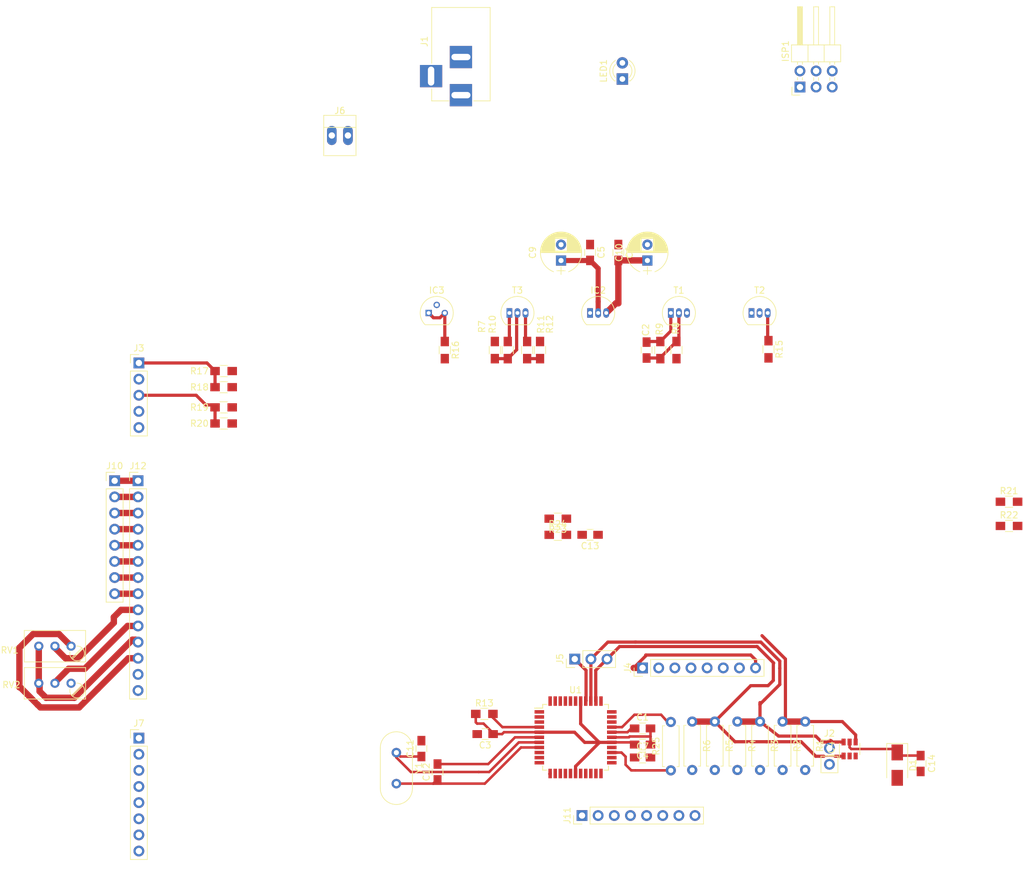
<source format=kicad_pcb>
(kicad_pcb (version 4) (host pcbnew 4.0.7-e2-6376~58~ubuntu16.04.1)

  (general
    (links 164)
    (no_connects 98)
    (area 0 0 0 0)
    (thickness 1.6)
    (drawings 0)
    (tracks 219)
    (zones 0)
    (modules 60)
    (nets 55)
  )

  (page A4)
  (layers
    (0 F.Cu signal)
    (31 B.Cu signal)
    (32 B.Adhes user)
    (33 F.Adhes user)
    (34 B.Paste user)
    (35 F.Paste user)
    (36 B.SilkS user)
    (37 F.SilkS user)
    (38 B.Mask user)
    (39 F.Mask user)
    (40 Dwgs.User user)
    (41 Cmts.User user)
    (42 Eco1.User user)
    (43 Eco2.User user)
    (44 Edge.Cuts user)
    (45 Margin user)
    (46 B.CrtYd user)
    (47 F.CrtYd user)
    (48 B.Fab user)
    (49 F.Fab user)
  )

  (setup
    (last_trace_width 0.5)
    (user_trace_width 0.2)
    (user_trace_width 0.4)
    (user_trace_width 0.5)
    (user_trace_width 0.8)
    (user_trace_width 1.3)
    (user_trace_width 1.5)
    (trace_clearance 0.2)
    (zone_clearance 0.508)
    (zone_45_only no)
    (trace_min 0.2)
    (segment_width 0.2)
    (edge_width 0.15)
    (via_size 0.6)
    (via_drill 0.4)
    (via_min_size 0.4)
    (via_min_drill 0.3)
    (user_via 1.5 1)
    (uvia_size 0.3)
    (uvia_drill 0.1)
    (uvias_allowed no)
    (uvia_min_size 0.2)
    (uvia_min_drill 0.1)
    (pcb_text_width 0.3)
    (pcb_text_size 1.5 1.5)
    (mod_edge_width 0.15)
    (mod_text_size 1 1)
    (mod_text_width 0.15)
    (pad_size 1.7 1.7)
    (pad_drill 1)
    (pad_to_mask_clearance 0.2)
    (aux_axis_origin 0 0)
    (visible_elements FFFFFF7F)
    (pcbplotparams
      (layerselection 0x00030_80000001)
      (usegerberextensions false)
      (excludeedgelayer true)
      (linewidth 0.100000)
      (plotframeref false)
      (viasonmask false)
      (mode 1)
      (useauxorigin false)
      (hpglpennumber 1)
      (hpglpenspeed 20)
      (hpglpendiameter 15)
      (hpglpenoverlay 2)
      (psnegative false)
      (psa4output false)
      (plotreference true)
      (plotvalue true)
      (plotinvisibletext false)
      (padsonsilk false)
      (subtractmaskfromsilk false)
      (outputformat 1)
      (mirror false)
      (drillshape 1)
      (scaleselection 1)
      (outputdirectory ""))
  )

  (net 0 "")
  (net 1 "Net-(C1-Pad1)")
  (net 2 "Net-(C2-Pad2)")
  (net 3 Vcc)
  (net 4 Vbat)
  (net 5 "Net-(C11-Pad1)")
  (net 6 "Net-(C12-Pad1)")
  (net 7 PD1)
  (net 8 PC3)
  (net 9 "Net-(IC4-Pad1)")
  (net 10 "Net-(J1-Pad3)")
  (net 11 "Net-(J3-Pad1)")
  (net 12 "Net-(LED1-Pad1)")
  (net 13 "Net-(LED1-Pad2)")
  (net 14 "Net-(R10-Pad2)")
  (net 15 PB0)
  (net 16 "Net-(IC4-Pad4)")
  (net 17 PB6)
  (net 18 PB7)
  (net 19 PB5)
  (net 20 RESET)
  (net 21 +9V)
  (net 22 PB1)
  (net 23 PB2)
  (net 24 PB3)
  (net 25 PB4)
  (net 26 PC0)
  (net 27 PC1)
  (net 28 PC2)
  (net 29 PC4)
  (net 30 PC5)
  (net 31 PC6)
  (net 32 PC7)
  (net 33 "Net-(R1-Pad2)")
  (net 34 "Net-(R2-Pad2)")
  (net 35 "Net-(R3-Pad2)")
  (net 36 "Net-(R4-Pad2)")
  (net 37 "Net-(R5-Pad2)")
  (net 38 "Net-(R6-Pad2)")
  (net 39 PA3)
  (net 40 PA7)
  (net 41 FrequencyMeasureInput)
  (net 42 PA4)
  (net 43 PD0)
  (net 44 LED+)
  (net 45 PA5)
  (net 46 "Net-(J3-Pad3)")
  (net 47 VoltMeasureIn)
  (net 48 LED-)
  (net 49 "Net-(J3-Pad5)")
  (net 50 PA6)
  (net 51 GND)
  (net 52 "Net-(J12-Pad9)")
  (net 53 "Net-(J12-Pad10)")
  (net 54 "Net-(IC4-Pad6)")

  (net_class Default "This is the default net class."
    (clearance 0.2)
    (trace_width 1)
    (via_dia 0.6)
    (via_drill 0.4)
    (uvia_dia 0.3)
    (uvia_drill 0.1)
    (add_net +9V)
    (add_net FrequencyMeasureInput)
    (add_net GND)
    (add_net LED+)
    (add_net LED-)
    (add_net "Net-(C1-Pad1)")
    (add_net "Net-(C11-Pad1)")
    (add_net "Net-(C12-Pad1)")
    (add_net "Net-(C2-Pad2)")
    (add_net "Net-(IC4-Pad1)")
    (add_net "Net-(IC4-Pad4)")
    (add_net "Net-(IC4-Pad6)")
    (add_net "Net-(J1-Pad3)")
    (add_net "Net-(J12-Pad10)")
    (add_net "Net-(J12-Pad9)")
    (add_net "Net-(J3-Pad1)")
    (add_net "Net-(J3-Pad3)")
    (add_net "Net-(J3-Pad5)")
    (add_net "Net-(LED1-Pad1)")
    (add_net "Net-(LED1-Pad2)")
    (add_net "Net-(R1-Pad2)")
    (add_net "Net-(R10-Pad2)")
    (add_net "Net-(R2-Pad2)")
    (add_net "Net-(R3-Pad2)")
    (add_net "Net-(R4-Pad2)")
    (add_net "Net-(R5-Pad2)")
    (add_net "Net-(R6-Pad2)")
    (add_net PA3)
    (add_net PA4)
    (add_net PA5)
    (add_net PA6)
    (add_net PA7)
    (add_net PB0)
    (add_net PB1)
    (add_net PB2)
    (add_net PB3)
    (add_net PB4)
    (add_net PB5)
    (add_net PB6)
    (add_net PB7)
    (add_net PC0)
    (add_net PC1)
    (add_net PC2)
    (add_net PC3)
    (add_net PC4)
    (add_net PC5)
    (add_net PC6)
    (add_net PC7)
    (add_net PD0)
    (add_net PD1)
    (add_net RESET)
    (add_net Vbat)
    (add_net Vcc)
    (add_net VoltMeasureIn)
  )

  (module Diodes_SMD:D_SMA (layer F.Cu) (tedit 586432E5) (tstamp 59AB3F4F)
    (at 190.5635 132.1435 270)
    (descr "Diode SMA (DO-214AC)")
    (tags "Diode SMA (DO-214AC)")
    (path /59AAFA32)
    (attr smd)
    (fp_text reference D1 (at 0 -2.5 270) (layer F.SilkS)
      (effects (font (size 1 1) (thickness 0.15)))
    )
    (fp_text value P6KE6V8A (at 0 2.6 270) (layer F.Fab)
      (effects (font (size 1 1) (thickness 0.15)))
    )
    (fp_text user %R (at 0 -2.5 270) (layer F.Fab)
      (effects (font (size 1 1) (thickness 0.15)))
    )
    (fp_line (start -3.4 -1.65) (end -3.4 1.65) (layer F.SilkS) (width 0.12))
    (fp_line (start 2.3 1.5) (end -2.3 1.5) (layer F.Fab) (width 0.1))
    (fp_line (start -2.3 1.5) (end -2.3 -1.5) (layer F.Fab) (width 0.1))
    (fp_line (start 2.3 -1.5) (end 2.3 1.5) (layer F.Fab) (width 0.1))
    (fp_line (start 2.3 -1.5) (end -2.3 -1.5) (layer F.Fab) (width 0.1))
    (fp_line (start -3.5 -1.75) (end 3.5 -1.75) (layer F.CrtYd) (width 0.05))
    (fp_line (start 3.5 -1.75) (end 3.5 1.75) (layer F.CrtYd) (width 0.05))
    (fp_line (start 3.5 1.75) (end -3.5 1.75) (layer F.CrtYd) (width 0.05))
    (fp_line (start -3.5 1.75) (end -3.5 -1.75) (layer F.CrtYd) (width 0.05))
    (fp_line (start -0.64944 0.00102) (end -1.55114 0.00102) (layer F.Fab) (width 0.1))
    (fp_line (start 0.50118 0.00102) (end 1.4994 0.00102) (layer F.Fab) (width 0.1))
    (fp_line (start -0.64944 -0.79908) (end -0.64944 0.80112) (layer F.Fab) (width 0.1))
    (fp_line (start 0.50118 0.75032) (end 0.50118 -0.79908) (layer F.Fab) (width 0.1))
    (fp_line (start -0.64944 0.00102) (end 0.50118 0.75032) (layer F.Fab) (width 0.1))
    (fp_line (start -0.64944 0.00102) (end 0.50118 -0.79908) (layer F.Fab) (width 0.1))
    (fp_line (start -3.4 1.65) (end 2 1.65) (layer F.SilkS) (width 0.12))
    (fp_line (start -3.4 -1.65) (end 2 -1.65) (layer F.SilkS) (width 0.12))
    (pad 1 smd rect (at -2 0 270) (size 2.5 1.8) (layers F.Cu F.Paste F.Mask)
      (net 3 Vcc))
    (pad 2 smd rect (at 2 0 270) (size 2.5 1.8) (layers F.Cu F.Paste F.Mask)
      (net 51 GND))
    (model ${KISYS3DMOD}/Diodes_SMD.3dshapes/D_SMA.wrl
      (at (xyz 0 0 0))
      (scale (xyz 1 1 1))
      (rotate (xyz 0 0 0))
    )
  )

  (module TO_SOT_Packages_THT:TO-92_Inline_Narrow_Oval (layer F.Cu) (tedit 58CE52AF) (tstamp 59AB3F76)
    (at 142.24 60.96)
    (descr "TO-92 leads in-line, narrow, oval pads, drill 0.6mm (see NXP sot054_po.pdf)")
    (tags "to-92 sc-43 sc-43a sot54 PA33 transistor")
    (path /59A5D5FA)
    (fp_text reference IC2 (at 1.27 -3.56) (layer F.SilkS)
      (effects (font (size 1 1) (thickness 0.15)))
    )
    (fp_text value MCP1702-5002 (at 1.27 2.79) (layer F.Fab)
      (effects (font (size 1 1) (thickness 0.15)))
    )
    (fp_text user %R (at 1.27 -3.56) (layer F.Fab)
      (effects (font (size 1 1) (thickness 0.15)))
    )
    (fp_line (start -0.53 1.85) (end 3.07 1.85) (layer F.SilkS) (width 0.12))
    (fp_line (start -0.5 1.75) (end 3 1.75) (layer F.Fab) (width 0.1))
    (fp_line (start -1.46 -2.73) (end 4 -2.73) (layer F.CrtYd) (width 0.05))
    (fp_line (start -1.46 -2.73) (end -1.46 2.01) (layer F.CrtYd) (width 0.05))
    (fp_line (start 4 2.01) (end 4 -2.73) (layer F.CrtYd) (width 0.05))
    (fp_line (start 4 2.01) (end -1.46 2.01) (layer F.CrtYd) (width 0.05))
    (fp_arc (start 1.27 0) (end 1.27 -2.48) (angle 135) (layer F.Fab) (width 0.1))
    (fp_arc (start 1.27 0) (end 1.27 -2.6) (angle -135) (layer F.SilkS) (width 0.12))
    (fp_arc (start 1.27 0) (end 1.27 -2.48) (angle -135) (layer F.Fab) (width 0.1))
    (fp_arc (start 1.27 0) (end 1.27 -2.6) (angle 135) (layer F.SilkS) (width 0.12))
    (pad 2 thru_hole oval (at 1.27 0 180) (size 0.9 1.5) (drill 0.6) (layers *.Cu *.Mask)
      (net 4 Vbat))
    (pad 3 thru_hole oval (at 2.54 0 180) (size 0.9 1.5) (drill 0.6) (layers *.Cu *.Mask)
      (net 3 Vcc))
    (pad 1 thru_hole rect (at 0 0 180) (size 0.9 1.5) (drill 0.6) (layers *.Cu *.Mask)
      (net 51 GND))
    (model ${KISYS3DMOD}/TO_SOT_Packages_THT.3dshapes/TO-92_Inline_Narrow_Oval.wrl
      (at (xyz 0.05 0 0))
      (scale (xyz 1 1 1))
      (rotate (xyz 0 0 -90))
    )
  )

  (module TO_SOT_Packages_THT:TO-92_Molded_Narrow (layer F.Cu) (tedit 58CE52AF) (tstamp 59AB3F7D)
    (at 116.84 60.96)
    (descr "TO-92 leads molded, narrow, drill 0.6mm (see NXP sot054_po.pdf)")
    (tags "to-92 sc-43 sc-43a sot54 PA33 transistor")
    (path /59AB1A1E)
    (fp_text reference IC3 (at 1.27 -3.56) (layer F.SilkS)
      (effects (font (size 1 1) (thickness 0.15)))
    )
    (fp_text value TL431A (at 1.27 2.79) (layer F.Fab)
      (effects (font (size 1 1) (thickness 0.15)))
    )
    (fp_text user %R (at 1.27 -3.56) (layer F.Fab)
      (effects (font (size 1 1) (thickness 0.15)))
    )
    (fp_line (start -0.53 1.85) (end 3.07 1.85) (layer F.SilkS) (width 0.12))
    (fp_line (start -0.5 1.75) (end 3 1.75) (layer F.Fab) (width 0.1))
    (fp_line (start -1.46 -2.73) (end 4 -2.73) (layer F.CrtYd) (width 0.05))
    (fp_line (start -1.46 -2.73) (end -1.46 2.01) (layer F.CrtYd) (width 0.05))
    (fp_line (start 4 2.01) (end 4 -2.73) (layer F.CrtYd) (width 0.05))
    (fp_line (start 4 2.01) (end -1.46 2.01) (layer F.CrtYd) (width 0.05))
    (fp_arc (start 1.27 0) (end 1.27 -2.48) (angle 135) (layer F.Fab) (width 0.1))
    (fp_arc (start 1.27 0) (end 1.27 -2.6) (angle -135) (layer F.SilkS) (width 0.12))
    (fp_arc (start 1.27 0) (end 1.27 -2.48) (angle -135) (layer F.Fab) (width 0.1))
    (fp_arc (start 1.27 0) (end 1.27 -2.6) (angle 135) (layer F.SilkS) (width 0.12))
    (pad 2 thru_hole circle (at 1.27 -1.27 90) (size 1 1) (drill 0.6) (layers *.Cu *.Mask)
      (net 51 GND))
    (pad 3 thru_hole circle (at 2.54 0 90) (size 1 1) (drill 0.6) (layers *.Cu *.Mask)
      (net 42 PA4))
    (pad 1 thru_hole rect (at 0 0 90) (size 1 1) (drill 0.6) (layers *.Cu *.Mask)
      (net 42 PA4))
    (model ${KISYS3DMOD}/TO_SOT_Packages_THT.3dshapes/TO-92_Molded_Narrow.wrl
      (at (xyz 0.05 0 0))
      (scale (xyz 1 1 1))
      (rotate (xyz 0 0 -90))
    )
  )

  (module TO_SOT_Packages_SMD:SOT-23-6 (layer F.Cu) (tedit 5A2445B4) (tstamp 59AB3F87)
    (at 183.0705 129.6035 90)
    (descr "6-pin SOT-23 package")
    (tags SOT-23-6)
    (path /59AA92F1)
    (attr smd)
    (fp_text reference IC4 (at 0 -2.9 90) (layer F.SilkS)
      (effects (font (size 1 1) (thickness 0.15)))
    )
    (fp_text value SRV05-4 (at 0 0 90) (layer F.Fab)
      (effects (font (size 1 1) (thickness 0.15)))
    )
    (fp_text user %R (at 0 0 180) (layer F.Fab)
      (effects (font (size 0.5 0.5) (thickness 0.075)))
    )
    (fp_line (start -0.9 1.61) (end 0.9 1.61) (layer F.SilkS) (width 0.12))
    (fp_line (start 0.9 -1.61) (end -1.55 -1.61) (layer F.SilkS) (width 0.12))
    (fp_line (start 1.9 -1.8) (end -1.9 -1.8) (layer F.CrtYd) (width 0.05))
    (fp_line (start 1.9 1.8) (end 1.9 -1.8) (layer F.CrtYd) (width 0.05))
    (fp_line (start -1.9 1.8) (end 1.9 1.8) (layer F.CrtYd) (width 0.05))
    (fp_line (start -1.9 -1.8) (end -1.9 1.8) (layer F.CrtYd) (width 0.05))
    (fp_line (start -0.9 -0.9) (end -0.25 -1.55) (layer F.Fab) (width 0.1))
    (fp_line (start 0.9 -1.55) (end -0.25 -1.55) (layer F.Fab) (width 0.1))
    (fp_line (start -0.9 -0.9) (end -0.9 1.55) (layer F.Fab) (width 0.1))
    (fp_line (start 0.9 1.55) (end -0.9 1.55) (layer F.Fab) (width 0.1))
    (fp_line (start 0.9 -1.55) (end 0.9 1.55) (layer F.Fab) (width 0.1))
    (pad 1 smd rect (at -1.1 -0.95 90) (size 1.06 0.65) (layers F.Cu F.Paste F.Mask)
      (net 9 "Net-(IC4-Pad1)"))
    (pad 2 smd rect (at -1.1 0 90) (size 1.06 0.65) (layers F.Cu F.Paste F.Mask)
      (net 51 GND))
    (pad 3 smd rect (at -1.1 0.95 90) (size 1.06 0.65) (layers F.Cu F.Paste F.Mask)
      (net 15 PB0))
    (pad 4 smd rect (at 1.1 0.95 90) (size 1.06 0.65) (layers F.Cu F.Paste F.Mask)
      (net 16 "Net-(IC4-Pad4)"))
    (pad 6 smd rect (at 1.1 -0.95 90) (size 1.06 0.65) (layers F.Cu F.Paste F.Mask)
      (net 54 "Net-(IC4-Pad6)"))
    (pad 5 smd rect (at 1.1 0 90) (size 1.06 0.65) (layers F.Cu F.Paste F.Mask)
      (net 3 Vcc))
    (model ${KISYS3DMOD}/TO_SOT_Packages_SMD.3dshapes/SOT-23-6.wrl
      (at (xyz 0 0 0))
      (scale (xyz 1 1 1))
      (rotate (xyz 0 0 0))
    )
  )

  (module Connectors:BARREL_JACK (layer F.Cu) (tedit 5861378E) (tstamp 59AB3F98)
    (at 121.92 26.67 270)
    (descr "DC Barrel Jack")
    (tags "Power Jack")
    (path /59AB0EBA)
    (fp_text reference J1 (at -8.45 5.75 450) (layer F.SilkS)
      (effects (font (size 1 1) (thickness 0.15)))
    )
    (fp_text value "7-12V DC Input" (at -6.2 -5.5 270) (layer F.Fab)
      (effects (font (size 1 1) (thickness 0.15)))
    )
    (fp_line (start 1 -4.5) (end 1 -4.75) (layer F.CrtYd) (width 0.05))
    (fp_line (start 1 -4.75) (end -14 -4.75) (layer F.CrtYd) (width 0.05))
    (fp_line (start 1 -4.5) (end 1 -2) (layer F.CrtYd) (width 0.05))
    (fp_line (start 1 -2) (end 2 -2) (layer F.CrtYd) (width 0.05))
    (fp_line (start 2 -2) (end 2 2) (layer F.CrtYd) (width 0.05))
    (fp_line (start 2 2) (end 1 2) (layer F.CrtYd) (width 0.05))
    (fp_line (start 1 2) (end 1 4.75) (layer F.CrtYd) (width 0.05))
    (fp_line (start 1 4.75) (end -1 4.75) (layer F.CrtYd) (width 0.05))
    (fp_line (start -1 4.75) (end -1 6.75) (layer F.CrtYd) (width 0.05))
    (fp_line (start -1 6.75) (end -5 6.75) (layer F.CrtYd) (width 0.05))
    (fp_line (start -5 6.75) (end -5 4.75) (layer F.CrtYd) (width 0.05))
    (fp_line (start -5 4.75) (end -14 4.75) (layer F.CrtYd) (width 0.05))
    (fp_line (start -14 4.75) (end -14 -4.75) (layer F.CrtYd) (width 0.05))
    (fp_line (start -5 4.6) (end -13.8 4.6) (layer F.SilkS) (width 0.12))
    (fp_line (start -13.8 4.6) (end -13.8 -4.6) (layer F.SilkS) (width 0.12))
    (fp_line (start 0.9 1.9) (end 0.9 4.6) (layer F.SilkS) (width 0.12))
    (fp_line (start 0.9 4.6) (end -1 4.6) (layer F.SilkS) (width 0.12))
    (fp_line (start -13.8 -4.6) (end 0.9 -4.6) (layer F.SilkS) (width 0.12))
    (fp_line (start 0.9 -4.6) (end 0.9 -2) (layer F.SilkS) (width 0.12))
    (fp_line (start -10.2 -4.5) (end -10.2 4.5) (layer F.Fab) (width 0.1))
    (fp_line (start -13.7 -4.5) (end -13.7 4.5) (layer F.Fab) (width 0.1))
    (fp_line (start -13.7 4.5) (end 0.8 4.5) (layer F.Fab) (width 0.1))
    (fp_line (start 0.8 4.5) (end 0.8 -4.5) (layer F.Fab) (width 0.1))
    (fp_line (start 0.8 -4.5) (end -13.7 -4.5) (layer F.Fab) (width 0.1))
    (pad 1 thru_hole rect (at 0 0 270) (size 3.5 3.5) (drill oval 1 3) (layers *.Cu *.Mask)
      (net 21 +9V))
    (pad 2 thru_hole rect (at -6 0 270) (size 3.5 3.5) (drill oval 1 3) (layers *.Cu *.Mask)
      (net 51 GND))
    (pad 3 thru_hole rect (at -3 4.7 270) (size 3.5 3.5) (drill oval 3 1) (layers *.Cu *.Mask)
      (net 10 "Net-(J1-Pad3)"))
  )

  (module Connectors:PINHEAD1-2 (layer F.Cu) (tedit 0) (tstamp 59AB3FC2)
    (at 101.6 33.02)
    (path /59A8EAEA)
    (fp_text reference J6 (at 1.27 -3.9) (layer F.SilkS)
      (effects (font (size 1 1) (thickness 0.15)))
    )
    (fp_text value "9v Battery" (at 1.27 3.81) (layer F.Fab)
      (effects (font (size 1 1) (thickness 0.15)))
    )
    (fp_line (start 3.81 -1.27) (end -1.27 -1.27) (layer F.SilkS) (width 0.12))
    (fp_line (start 3.81 3.17) (end -1.27 3.17) (layer F.SilkS) (width 0.12))
    (fp_line (start -1.27 -3.17) (end 3.81 -3.17) (layer F.SilkS) (width 0.12))
    (fp_line (start -1.27 -3.17) (end -1.27 3.17) (layer F.SilkS) (width 0.12))
    (fp_line (start 3.81 -3.17) (end 3.81 3.17) (layer F.SilkS) (width 0.12))
    (fp_line (start -1.52 -3.42) (end 4.06 -3.42) (layer F.CrtYd) (width 0.05))
    (fp_line (start -1.52 -3.42) (end -1.52 3.42) (layer F.CrtYd) (width 0.05))
    (fp_line (start 4.06 3.42) (end 4.06 -3.42) (layer F.CrtYd) (width 0.05))
    (fp_line (start 4.06 3.42) (end -1.52 3.42) (layer F.CrtYd) (width 0.05))
    (pad 1 thru_hole oval (at 0 0) (size 1.51 3.01) (drill 1) (layers *.Cu *.Mask)
      (net 21 +9V))
    (pad 2 thru_hole oval (at 2.54 0) (size 1.51 3.01) (drill 1) (layers *.Cu *.Mask)
      (net 51 GND))
  )

  (module LEDs:LED_D3.0mm (layer F.Cu) (tedit 587A3A7B) (tstamp 59AB3FD4)
    (at 147.32 24.13 90)
    (descr "LED, diameter 3.0mm, 2 pins")
    (tags "LED diameter 3.0mm 2 pins")
    (path /59A5C517)
    (fp_text reference LED1 (at 1.27 -2.96 90) (layer F.SilkS)
      (effects (font (size 1 1) (thickness 0.15)))
    )
    (fp_text value LED1 (at 1.27 2.96 90) (layer F.Fab)
      (effects (font (size 1 1) (thickness 0.15)))
    )
    (fp_arc (start 1.27 0) (end -0.23 -1.16619) (angle 284.3) (layer F.Fab) (width 0.1))
    (fp_arc (start 1.27 0) (end -0.29 -1.235516) (angle 108.8) (layer F.SilkS) (width 0.12))
    (fp_arc (start 1.27 0) (end -0.29 1.235516) (angle -108.8) (layer F.SilkS) (width 0.12))
    (fp_arc (start 1.27 0) (end 0.229039 -1.08) (angle 87.9) (layer F.SilkS) (width 0.12))
    (fp_arc (start 1.27 0) (end 0.229039 1.08) (angle -87.9) (layer F.SilkS) (width 0.12))
    (fp_circle (center 1.27 0) (end 2.77 0) (layer F.Fab) (width 0.1))
    (fp_line (start -0.23 -1.16619) (end -0.23 1.16619) (layer F.Fab) (width 0.1))
    (fp_line (start -0.29 -1.236) (end -0.29 -1.08) (layer F.SilkS) (width 0.12))
    (fp_line (start -0.29 1.08) (end -0.29 1.236) (layer F.SilkS) (width 0.12))
    (fp_line (start -1.15 -2.25) (end -1.15 2.25) (layer F.CrtYd) (width 0.05))
    (fp_line (start -1.15 2.25) (end 3.7 2.25) (layer F.CrtYd) (width 0.05))
    (fp_line (start 3.7 2.25) (end 3.7 -2.25) (layer F.CrtYd) (width 0.05))
    (fp_line (start 3.7 -2.25) (end -1.15 -2.25) (layer F.CrtYd) (width 0.05))
    (pad 1 thru_hole rect (at 0 0 90) (size 1.8 1.8) (drill 0.9) (layers *.Cu *.Mask)
      (net 12 "Net-(LED1-Pad1)"))
    (pad 2 thru_hole circle (at 2.54 0 90) (size 1.8 1.8) (drill 0.9) (layers *.Cu *.Mask)
      (net 13 "Net-(LED1-Pad2)"))
    (model ${KISYS3DMOD}/LEDs.3dshapes/LED_D3.0mm.wrl
      (at (xyz 0 0 0))
      (scale (xyz 0.393701 0.393701 0.393701))
      (rotate (xyz 0 0 0))
    )
  )

  (module Resistors_THT:R_Axial_DIN0207_L6.3mm_D2.5mm_P7.62mm_Horizontal (layer F.Cu) (tedit 5874F706) (tstamp 59AB3FDA)
    (at 176.0855 125.2855 270)
    (descr "Resistor, Axial_DIN0207 series, Axial, Horizontal, pin pitch=7.62mm, 0.25W = 1/4W, length*diameter=6.3*2.5mm^2, http://cdn-reichelt.de/documents/datenblatt/B400/1_4W%23YAG.pdf")
    (tags "Resistor Axial_DIN0207 series Axial Horizontal pin pitch 7.62mm 0.25W = 1/4W length 6.3mm diameter 2.5mm")
    (path /59A8D580)
    (fp_text reference R1 (at 3.81 -2.31 270) (layer F.SilkS)
      (effects (font (size 1 1) (thickness 0.15)))
    )
    (fp_text value 680R (at 3.81 2.31 270) (layer F.Fab)
      (effects (font (size 1 1) (thickness 0.15)))
    )
    (fp_line (start 0.66 -1.25) (end 0.66 1.25) (layer F.Fab) (width 0.1))
    (fp_line (start 0.66 1.25) (end 6.96 1.25) (layer F.Fab) (width 0.1))
    (fp_line (start 6.96 1.25) (end 6.96 -1.25) (layer F.Fab) (width 0.1))
    (fp_line (start 6.96 -1.25) (end 0.66 -1.25) (layer F.Fab) (width 0.1))
    (fp_line (start 0 0) (end 0.66 0) (layer F.Fab) (width 0.1))
    (fp_line (start 7.62 0) (end 6.96 0) (layer F.Fab) (width 0.1))
    (fp_line (start 0.6 -0.98) (end 0.6 -1.31) (layer F.SilkS) (width 0.12))
    (fp_line (start 0.6 -1.31) (end 7.02 -1.31) (layer F.SilkS) (width 0.12))
    (fp_line (start 7.02 -1.31) (end 7.02 -0.98) (layer F.SilkS) (width 0.12))
    (fp_line (start 0.6 0.98) (end 0.6 1.31) (layer F.SilkS) (width 0.12))
    (fp_line (start 0.6 1.31) (end 7.02 1.31) (layer F.SilkS) (width 0.12))
    (fp_line (start 7.02 1.31) (end 7.02 0.98) (layer F.SilkS) (width 0.12))
    (fp_line (start -1.05 -1.6) (end -1.05 1.6) (layer F.CrtYd) (width 0.05))
    (fp_line (start -1.05 1.6) (end 8.7 1.6) (layer F.CrtYd) (width 0.05))
    (fp_line (start 8.7 1.6) (end 8.7 -1.6) (layer F.CrtYd) (width 0.05))
    (fp_line (start 8.7 -1.6) (end -1.05 -1.6) (layer F.CrtYd) (width 0.05))
    (pad 1 thru_hole circle (at 0 0 270) (size 1.6 1.6) (drill 0.8) (layers *.Cu *.Mask)
      (net 16 "Net-(IC4-Pad4)"))
    (pad 2 thru_hole oval (at 7.62 0 270) (size 1.6 1.6) (drill 0.8) (layers *.Cu *.Mask)
      (net 33 "Net-(R1-Pad2)"))
    (model ${KISYS3DMOD}/Resistors_THT.3dshapes/R_Axial_DIN0207_L6.3mm_D2.5mm_P7.62mm_Horizontal.wrl
      (at (xyz 0 0 0))
      (scale (xyz 0.393701 0.393701 0.393701))
      (rotate (xyz 0 0 0))
    )
  )

  (module Resistors_THT:R_Axial_DIN0207_L6.3mm_D2.5mm_P7.62mm_Horizontal (layer F.Cu) (tedit 5874F706) (tstamp 59AB3FE0)
    (at 172.5295 125.2855 270)
    (descr "Resistor, Axial_DIN0207 series, Axial, Horizontal, pin pitch=7.62mm, 0.25W = 1/4W, length*diameter=6.3*2.5mm^2, http://cdn-reichelt.de/documents/datenblatt/B400/1_4W%23YAG.pdf")
    (tags "Resistor Axial_DIN0207 series Axial Horizontal pin pitch 7.62mm 0.25W = 1/4W length 6.3mm diameter 2.5mm")
    (path /59A8D4E6)
    (fp_text reference R2 (at 3.81 -2.31 270) (layer F.SilkS)
      (effects (font (size 1 1) (thickness 0.15)))
    )
    (fp_text value 470k (at 3.81 2.31 270) (layer F.Fab)
      (effects (font (size 1 1) (thickness 0.15)))
    )
    (fp_line (start 0.66 -1.25) (end 0.66 1.25) (layer F.Fab) (width 0.1))
    (fp_line (start 0.66 1.25) (end 6.96 1.25) (layer F.Fab) (width 0.1))
    (fp_line (start 6.96 1.25) (end 6.96 -1.25) (layer F.Fab) (width 0.1))
    (fp_line (start 6.96 -1.25) (end 0.66 -1.25) (layer F.Fab) (width 0.1))
    (fp_line (start 0 0) (end 0.66 0) (layer F.Fab) (width 0.1))
    (fp_line (start 7.62 0) (end 6.96 0) (layer F.Fab) (width 0.1))
    (fp_line (start 0.6 -0.98) (end 0.6 -1.31) (layer F.SilkS) (width 0.12))
    (fp_line (start 0.6 -1.31) (end 7.02 -1.31) (layer F.SilkS) (width 0.12))
    (fp_line (start 7.02 -1.31) (end 7.02 -0.98) (layer F.SilkS) (width 0.12))
    (fp_line (start 0.6 0.98) (end 0.6 1.31) (layer F.SilkS) (width 0.12))
    (fp_line (start 0.6 1.31) (end 7.02 1.31) (layer F.SilkS) (width 0.12))
    (fp_line (start 7.02 1.31) (end 7.02 0.98) (layer F.SilkS) (width 0.12))
    (fp_line (start -1.05 -1.6) (end -1.05 1.6) (layer F.CrtYd) (width 0.05))
    (fp_line (start -1.05 1.6) (end 8.7 1.6) (layer F.CrtYd) (width 0.05))
    (fp_line (start 8.7 1.6) (end 8.7 -1.6) (layer F.CrtYd) (width 0.05))
    (fp_line (start 8.7 -1.6) (end -1.05 -1.6) (layer F.CrtYd) (width 0.05))
    (pad 1 thru_hole circle (at 0 0 270) (size 1.6 1.6) (drill 0.8) (layers *.Cu *.Mask)
      (net 16 "Net-(IC4-Pad4)"))
    (pad 2 thru_hole oval (at 7.62 0 270) (size 1.6 1.6) (drill 0.8) (layers *.Cu *.Mask)
      (net 34 "Net-(R2-Pad2)"))
    (model ${KISYS3DMOD}/Resistors_THT.3dshapes/R_Axial_DIN0207_L6.3mm_D2.5mm_P7.62mm_Horizontal.wrl
      (at (xyz 0 0 0))
      (scale (xyz 0.393701 0.393701 0.393701))
      (rotate (xyz 0 0 0))
    )
  )

  (module Resistors_THT:R_Axial_DIN0207_L6.3mm_D2.5mm_P7.62mm_Horizontal (layer F.Cu) (tedit 5874F706) (tstamp 59AB3FE6)
    (at 168.9735 125.2855 270)
    (descr "Resistor, Axial_DIN0207 series, Axial, Horizontal, pin pitch=7.62mm, 0.25W = 1/4W, length*diameter=6.3*2.5mm^2, http://cdn-reichelt.de/documents/datenblatt/B400/1_4W%23YAG.pdf")
    (tags "Resistor Axial_DIN0207 series Axial Horizontal pin pitch 7.62mm 0.25W = 1/4W length 6.3mm diameter 2.5mm")
    (path /59A8C4C2)
    (fp_text reference R3 (at 3.81 -2.31 270) (layer F.SilkS)
      (effects (font (size 1 1) (thickness 0.15)))
    )
    (fp_text value 680R (at 3.81 2.31 270) (layer F.Fab)
      (effects (font (size 1 1) (thickness 0.15)))
    )
    (fp_line (start 0.66 -1.25) (end 0.66 1.25) (layer F.Fab) (width 0.1))
    (fp_line (start 0.66 1.25) (end 6.96 1.25) (layer F.Fab) (width 0.1))
    (fp_line (start 6.96 1.25) (end 6.96 -1.25) (layer F.Fab) (width 0.1))
    (fp_line (start 6.96 -1.25) (end 0.66 -1.25) (layer F.Fab) (width 0.1))
    (fp_line (start 0 0) (end 0.66 0) (layer F.Fab) (width 0.1))
    (fp_line (start 7.62 0) (end 6.96 0) (layer F.Fab) (width 0.1))
    (fp_line (start 0.6 -0.98) (end 0.6 -1.31) (layer F.SilkS) (width 0.12))
    (fp_line (start 0.6 -1.31) (end 7.02 -1.31) (layer F.SilkS) (width 0.12))
    (fp_line (start 7.02 -1.31) (end 7.02 -0.98) (layer F.SilkS) (width 0.12))
    (fp_line (start 0.6 0.98) (end 0.6 1.31) (layer F.SilkS) (width 0.12))
    (fp_line (start 0.6 1.31) (end 7.02 1.31) (layer F.SilkS) (width 0.12))
    (fp_line (start 7.02 1.31) (end 7.02 0.98) (layer F.SilkS) (width 0.12))
    (fp_line (start -1.05 -1.6) (end -1.05 1.6) (layer F.CrtYd) (width 0.05))
    (fp_line (start -1.05 1.6) (end 8.7 1.6) (layer F.CrtYd) (width 0.05))
    (fp_line (start 8.7 1.6) (end 8.7 -1.6) (layer F.CrtYd) (width 0.05))
    (fp_line (start 8.7 -1.6) (end -1.05 -1.6) (layer F.CrtYd) (width 0.05))
    (pad 1 thru_hole circle (at 0 0 270) (size 1.6 1.6) (drill 0.8) (layers *.Cu *.Mask)
      (net 54 "Net-(IC4-Pad6)"))
    (pad 2 thru_hole oval (at 7.62 0 270) (size 1.6 1.6) (drill 0.8) (layers *.Cu *.Mask)
      (net 35 "Net-(R3-Pad2)"))
    (model ${KISYS3DMOD}/Resistors_THT.3dshapes/R_Axial_DIN0207_L6.3mm_D2.5mm_P7.62mm_Horizontal.wrl
      (at (xyz 0 0 0))
      (scale (xyz 0.393701 0.393701 0.393701))
      (rotate (xyz 0 0 0))
    )
  )

  (module Resistors_THT:R_Axial_DIN0207_L6.3mm_D2.5mm_P7.62mm_Horizontal (layer F.Cu) (tedit 5874F706) (tstamp 59AB3FEC)
    (at 165.4175 125.2855 270)
    (descr "Resistor, Axial_DIN0207 series, Axial, Horizontal, pin pitch=7.62mm, 0.25W = 1/4W, length*diameter=6.3*2.5mm^2, http://cdn-reichelt.de/documents/datenblatt/B400/1_4W%23YAG.pdf")
    (tags "Resistor Axial_DIN0207 series Axial Horizontal pin pitch 7.62mm 0.25W = 1/4W length 6.3mm diameter 2.5mm")
    (path /59A8BFD6)
    (fp_text reference R4 (at 3.81 -2.31 270) (layer F.SilkS)
      (effects (font (size 1 1) (thickness 0.15)))
    )
    (fp_text value 470k (at 3.81 2.31 270) (layer F.Fab)
      (effects (font (size 1 1) (thickness 0.15)))
    )
    (fp_line (start 0.66 -1.25) (end 0.66 1.25) (layer F.Fab) (width 0.1))
    (fp_line (start 0.66 1.25) (end 6.96 1.25) (layer F.Fab) (width 0.1))
    (fp_line (start 6.96 1.25) (end 6.96 -1.25) (layer F.Fab) (width 0.1))
    (fp_line (start 6.96 -1.25) (end 0.66 -1.25) (layer F.Fab) (width 0.1))
    (fp_line (start 0 0) (end 0.66 0) (layer F.Fab) (width 0.1))
    (fp_line (start 7.62 0) (end 6.96 0) (layer F.Fab) (width 0.1))
    (fp_line (start 0.6 -0.98) (end 0.6 -1.31) (layer F.SilkS) (width 0.12))
    (fp_line (start 0.6 -1.31) (end 7.02 -1.31) (layer F.SilkS) (width 0.12))
    (fp_line (start 7.02 -1.31) (end 7.02 -0.98) (layer F.SilkS) (width 0.12))
    (fp_line (start 0.6 0.98) (end 0.6 1.31) (layer F.SilkS) (width 0.12))
    (fp_line (start 0.6 1.31) (end 7.02 1.31) (layer F.SilkS) (width 0.12))
    (fp_line (start 7.02 1.31) (end 7.02 0.98) (layer F.SilkS) (width 0.12))
    (fp_line (start -1.05 -1.6) (end -1.05 1.6) (layer F.CrtYd) (width 0.05))
    (fp_line (start -1.05 1.6) (end 8.7 1.6) (layer F.CrtYd) (width 0.05))
    (fp_line (start 8.7 1.6) (end 8.7 -1.6) (layer F.CrtYd) (width 0.05))
    (fp_line (start 8.7 -1.6) (end -1.05 -1.6) (layer F.CrtYd) (width 0.05))
    (pad 1 thru_hole circle (at 0 0 270) (size 1.6 1.6) (drill 0.8) (layers *.Cu *.Mask)
      (net 54 "Net-(IC4-Pad6)"))
    (pad 2 thru_hole oval (at 7.62 0 270) (size 1.6 1.6) (drill 0.8) (layers *.Cu *.Mask)
      (net 36 "Net-(R4-Pad2)"))
    (model ${KISYS3DMOD}/Resistors_THT.3dshapes/R_Axial_DIN0207_L6.3mm_D2.5mm_P7.62mm_Horizontal.wrl
      (at (xyz 0 0 0))
      (scale (xyz 0.393701 0.393701 0.393701))
      (rotate (xyz 0 0 0))
    )
  )

  (module Resistors_THT:R_Axial_DIN0207_L6.3mm_D2.5mm_P7.62mm_Horizontal (layer F.Cu) (tedit 5874F706) (tstamp 59AB3FF2)
    (at 161.8615 125.2855 270)
    (descr "Resistor, Axial_DIN0207 series, Axial, Horizontal, pin pitch=7.62mm, 0.25W = 1/4W, length*diameter=6.3*2.5mm^2, http://cdn-reichelt.de/documents/datenblatt/B400/1_4W%23YAG.pdf")
    (tags "Resistor Axial_DIN0207 series Axial Horizontal pin pitch 7.62mm 0.25W = 1/4W length 6.3mm diameter 2.5mm")
    (path /59A8B6BA)
    (fp_text reference R5 (at 3.81 -2.31 270) (layer F.SilkS)
      (effects (font (size 1 1) (thickness 0.15)))
    )
    (fp_text value 680R (at 3.81 2.31 270) (layer F.Fab)
      (effects (font (size 1 1) (thickness 0.15)))
    )
    (fp_line (start 0.66 -1.25) (end 0.66 1.25) (layer F.Fab) (width 0.1))
    (fp_line (start 0.66 1.25) (end 6.96 1.25) (layer F.Fab) (width 0.1))
    (fp_line (start 6.96 1.25) (end 6.96 -1.25) (layer F.Fab) (width 0.1))
    (fp_line (start 6.96 -1.25) (end 0.66 -1.25) (layer F.Fab) (width 0.1))
    (fp_line (start 0 0) (end 0.66 0) (layer F.Fab) (width 0.1))
    (fp_line (start 7.62 0) (end 6.96 0) (layer F.Fab) (width 0.1))
    (fp_line (start 0.6 -0.98) (end 0.6 -1.31) (layer F.SilkS) (width 0.12))
    (fp_line (start 0.6 -1.31) (end 7.02 -1.31) (layer F.SilkS) (width 0.12))
    (fp_line (start 7.02 -1.31) (end 7.02 -0.98) (layer F.SilkS) (width 0.12))
    (fp_line (start 0.6 0.98) (end 0.6 1.31) (layer F.SilkS) (width 0.12))
    (fp_line (start 0.6 1.31) (end 7.02 1.31) (layer F.SilkS) (width 0.12))
    (fp_line (start 7.02 1.31) (end 7.02 0.98) (layer F.SilkS) (width 0.12))
    (fp_line (start -1.05 -1.6) (end -1.05 1.6) (layer F.CrtYd) (width 0.05))
    (fp_line (start -1.05 1.6) (end 8.7 1.6) (layer F.CrtYd) (width 0.05))
    (fp_line (start 8.7 1.6) (end 8.7 -1.6) (layer F.CrtYd) (width 0.05))
    (fp_line (start 8.7 -1.6) (end -1.05 -1.6) (layer F.CrtYd) (width 0.05))
    (pad 1 thru_hole circle (at 0 0 270) (size 1.6 1.6) (drill 0.8) (layers *.Cu *.Mask)
      (net 9 "Net-(IC4-Pad1)"))
    (pad 2 thru_hole oval (at 7.62 0 270) (size 1.6 1.6) (drill 0.8) (layers *.Cu *.Mask)
      (net 37 "Net-(R5-Pad2)"))
    (model ${KISYS3DMOD}/Resistors_THT.3dshapes/R_Axial_DIN0207_L6.3mm_D2.5mm_P7.62mm_Horizontal.wrl
      (at (xyz 0 0 0))
      (scale (xyz 0.393701 0.393701 0.393701))
      (rotate (xyz 0 0 0))
    )
  )

  (module Resistors_THT:R_Axial_DIN0207_L6.3mm_D2.5mm_P7.62mm_Horizontal (layer F.Cu) (tedit 5874F706) (tstamp 59AB3FF8)
    (at 158.3055 125.2855 270)
    (descr "Resistor, Axial_DIN0207 series, Axial, Horizontal, pin pitch=7.62mm, 0.25W = 1/4W, length*diameter=6.3*2.5mm^2, http://cdn-reichelt.de/documents/datenblatt/B400/1_4W%23YAG.pdf")
    (tags "Resistor Axial_DIN0207 series Axial Horizontal pin pitch 7.62mm 0.25W = 1/4W length 6.3mm diameter 2.5mm")
    (path /59A6A1CA)
    (fp_text reference R6 (at 3.81 -2.31 270) (layer F.SilkS)
      (effects (font (size 1 1) (thickness 0.15)))
    )
    (fp_text value 470k (at 3.81 2.31 270) (layer F.Fab)
      (effects (font (size 1 1) (thickness 0.15)))
    )
    (fp_line (start 0.66 -1.25) (end 0.66 1.25) (layer F.Fab) (width 0.1))
    (fp_line (start 0.66 1.25) (end 6.96 1.25) (layer F.Fab) (width 0.1))
    (fp_line (start 6.96 1.25) (end 6.96 -1.25) (layer F.Fab) (width 0.1))
    (fp_line (start 6.96 -1.25) (end 0.66 -1.25) (layer F.Fab) (width 0.1))
    (fp_line (start 0 0) (end 0.66 0) (layer F.Fab) (width 0.1))
    (fp_line (start 7.62 0) (end 6.96 0) (layer F.Fab) (width 0.1))
    (fp_line (start 0.6 -0.98) (end 0.6 -1.31) (layer F.SilkS) (width 0.12))
    (fp_line (start 0.6 -1.31) (end 7.02 -1.31) (layer F.SilkS) (width 0.12))
    (fp_line (start 7.02 -1.31) (end 7.02 -0.98) (layer F.SilkS) (width 0.12))
    (fp_line (start 0.6 0.98) (end 0.6 1.31) (layer F.SilkS) (width 0.12))
    (fp_line (start 0.6 1.31) (end 7.02 1.31) (layer F.SilkS) (width 0.12))
    (fp_line (start 7.02 1.31) (end 7.02 0.98) (layer F.SilkS) (width 0.12))
    (fp_line (start -1.05 -1.6) (end -1.05 1.6) (layer F.CrtYd) (width 0.05))
    (fp_line (start -1.05 1.6) (end 8.7 1.6) (layer F.CrtYd) (width 0.05))
    (fp_line (start 8.7 1.6) (end 8.7 -1.6) (layer F.CrtYd) (width 0.05))
    (fp_line (start 8.7 -1.6) (end -1.05 -1.6) (layer F.CrtYd) (width 0.05))
    (pad 1 thru_hole circle (at 0 0 270) (size 1.6 1.6) (drill 0.8) (layers *.Cu *.Mask)
      (net 9 "Net-(IC4-Pad1)"))
    (pad 2 thru_hole oval (at 7.62 0 270) (size 1.6 1.6) (drill 0.8) (layers *.Cu *.Mask)
      (net 38 "Net-(R6-Pad2)"))
    (model ${KISYS3DMOD}/Resistors_THT.3dshapes/R_Axial_DIN0207_L6.3mm_D2.5mm_P7.62mm_Horizontal.wrl
      (at (xyz 0 0 0))
      (scale (xyz 0.393701 0.393701 0.393701))
      (rotate (xyz 0 0 0))
    )
  )

  (module TO_SOT_Packages_THT:TO-92_Inline_Narrow_Oval (layer F.Cu) (tedit 58CE52AF) (tstamp 59AB4074)
    (at 154.94 60.96)
    (descr "TO-92 leads in-line, narrow, oval pads, drill 0.6mm (see NXP sot054_po.pdf)")
    (tags "to-92 sc-43 sc-43a sot54 PA33 transistor")
    (path /59A8F3F6)
    (fp_text reference T1 (at 1.27 -3.56) (layer F.SilkS)
      (effects (font (size 1 1) (thickness 0.15)))
    )
    (fp_text value SS9014 (at 1.27 2.79) (layer F.Fab)
      (effects (font (size 1 1) (thickness 0.15)))
    )
    (fp_text user %R (at 1.27 -3.56) (layer F.Fab)
      (effects (font (size 1 1) (thickness 0.15)))
    )
    (fp_line (start -0.53 1.85) (end 3.07 1.85) (layer F.SilkS) (width 0.12))
    (fp_line (start -0.5 1.75) (end 3 1.75) (layer F.Fab) (width 0.1))
    (fp_line (start -1.46 -2.73) (end 4 -2.73) (layer F.CrtYd) (width 0.05))
    (fp_line (start -1.46 -2.73) (end -1.46 2.01) (layer F.CrtYd) (width 0.05))
    (fp_line (start 4 2.01) (end 4 -2.73) (layer F.CrtYd) (width 0.05))
    (fp_line (start 4 2.01) (end -1.46 2.01) (layer F.CrtYd) (width 0.05))
    (fp_arc (start 1.27 0) (end 1.27 -2.48) (angle 135) (layer F.Fab) (width 0.1))
    (fp_arc (start 1.27 0) (end 1.27 -2.6) (angle -135) (layer F.SilkS) (width 0.12))
    (fp_arc (start 1.27 0) (end 1.27 -2.48) (angle -135) (layer F.Fab) (width 0.1))
    (fp_arc (start 1.27 0) (end 1.27 -2.6) (angle 135) (layer F.SilkS) (width 0.12))
    (pad 2 thru_hole oval (at 1.27 0 180) (size 0.9 1.5) (drill 0.6) (layers *.Cu *.Mask)
      (net 2 "Net-(C2-Pad2)"))
    (pad 3 thru_hole oval (at 2.54 0 180) (size 0.9 1.5) (drill 0.6) (layers *.Cu *.Mask)
      (net 48 LED-))
    (pad 1 thru_hole rect (at 0 0 180) (size 0.9 1.5) (drill 0.6) (layers *.Cu *.Mask)
      (net 51 GND))
    (model ${KISYS3DMOD}/TO_SOT_Packages_THT.3dshapes/TO-92_Inline_Narrow_Oval.wrl
      (at (xyz 0.05 0 0))
      (scale (xyz 1 1 1))
      (rotate (xyz 0 0 -90))
    )
  )

  (module TO_SOT_Packages_THT:TO-92_Inline_Narrow_Oval (layer F.Cu) (tedit 58CE52AF) (tstamp 59AB407B)
    (at 167.64 60.96)
    (descr "TO-92 leads in-line, narrow, oval pads, drill 0.6mm (see NXP sot054_po.pdf)")
    (tags "to-92 sc-43 sc-43a sot54 PA33 transistor")
    (path /59A8CADB)
    (fp_text reference T2 (at 1.27 -3.56) (layer F.SilkS)
      (effects (font (size 1 1) (thickness 0.15)))
    )
    (fp_text value SS9014 (at 1.27 2.79) (layer F.Fab)
      (effects (font (size 1 1) (thickness 0.15)))
    )
    (fp_text user %R (at 1.27 -3.56) (layer F.Fab)
      (effects (font (size 1 1) (thickness 0.15)))
    )
    (fp_line (start -0.53 1.85) (end 3.07 1.85) (layer F.SilkS) (width 0.12))
    (fp_line (start -0.5 1.75) (end 3 1.75) (layer F.Fab) (width 0.1))
    (fp_line (start -1.46 -2.73) (end 4 -2.73) (layer F.CrtYd) (width 0.05))
    (fp_line (start -1.46 -2.73) (end -1.46 2.01) (layer F.CrtYd) (width 0.05))
    (fp_line (start 4 2.01) (end 4 -2.73) (layer F.CrtYd) (width 0.05))
    (fp_line (start 4 2.01) (end -1.46 2.01) (layer F.CrtYd) (width 0.05))
    (fp_arc (start 1.27 0) (end 1.27 -2.48) (angle 135) (layer F.Fab) (width 0.1))
    (fp_arc (start 1.27 0) (end 1.27 -2.6) (angle -135) (layer F.SilkS) (width 0.12))
    (fp_arc (start 1.27 0) (end 1.27 -2.48) (angle -135) (layer F.Fab) (width 0.1))
    (fp_arc (start 1.27 0) (end 1.27 -2.6) (angle 135) (layer F.SilkS) (width 0.12))
    (pad 2 thru_hole oval (at 1.27 0 180) (size 0.9 1.5) (drill 0.6) (layers *.Cu *.Mask)
      (net 49 "Net-(J3-Pad5)"))
    (pad 3 thru_hole oval (at 2.54 0 180) (size 0.9 1.5) (drill 0.6) (layers *.Cu *.Mask)
      (net 32 PC7))
    (pad 1 thru_hole rect (at 0 0 180) (size 0.9 1.5) (drill 0.6) (layers *.Cu *.Mask)
      (net 51 GND))
    (model ${KISYS3DMOD}/TO_SOT_Packages_THT.3dshapes/TO-92_Inline_Narrow_Oval.wrl
      (at (xyz 0.05 0 0))
      (scale (xyz 1 1 1))
      (rotate (xyz 0 0 -90))
    )
  )

  (module TO_SOT_Packages_THT:TO-92_Inline_Narrow_Oval (layer F.Cu) (tedit 58CE52AF) (tstamp 59AB4082)
    (at 129.54 60.96)
    (descr "TO-92 leads in-line, narrow, oval pads, drill 0.6mm (see NXP sot054_po.pdf)")
    (tags "to-92 sc-43 sc-43a sot54 PA33 transistor")
    (path /59A8CECD)
    (fp_text reference T3 (at 1.27 -3.56) (layer F.SilkS)
      (effects (font (size 1 1) (thickness 0.15)))
    )
    (fp_text value SS9012 (at 1.27 2.79) (layer F.Fab)
      (effects (font (size 1 1) (thickness 0.15)))
    )
    (fp_text user %R (at 1.27 -3.56) (layer F.Fab)
      (effects (font (size 1 1) (thickness 0.15)))
    )
    (fp_line (start -0.53 1.85) (end 3.07 1.85) (layer F.SilkS) (width 0.12))
    (fp_line (start -0.5 1.75) (end 3 1.75) (layer F.Fab) (width 0.1))
    (fp_line (start -1.46 -2.73) (end 4 -2.73) (layer F.CrtYd) (width 0.05))
    (fp_line (start -1.46 -2.73) (end -1.46 2.01) (layer F.CrtYd) (width 0.05))
    (fp_line (start 4 2.01) (end 4 -2.73) (layer F.CrtYd) (width 0.05))
    (fp_line (start 4 2.01) (end -1.46 2.01) (layer F.CrtYd) (width 0.05))
    (fp_arc (start 1.27 0) (end 1.27 -2.48) (angle 135) (layer F.Fab) (width 0.1))
    (fp_arc (start 1.27 0) (end 1.27 -2.6) (angle -135) (layer F.SilkS) (width 0.12))
    (fp_arc (start 1.27 0) (end 1.27 -2.48) (angle -135) (layer F.Fab) (width 0.1))
    (fp_arc (start 1.27 0) (end 1.27 -2.6) (angle 135) (layer F.SilkS) (width 0.12))
    (pad 2 thru_hole oval (at 1.27 0 180) (size 0.9 1.5) (drill 0.6) (layers *.Cu *.Mask)
      (net 14 "Net-(R10-Pad2)"))
    (pad 3 thru_hole oval (at 2.54 0 180) (size 0.9 1.5) (drill 0.6) (layers *.Cu *.Mask)
      (net 4 Vbat))
    (pad 1 thru_hole rect (at 0 0 180) (size 0.9 1.5) (drill 0.6) (layers *.Cu *.Mask)
      (net 21 +9V))
    (model ${KISYS3DMOD}/TO_SOT_Packages_THT.3dshapes/TO-92_Inline_Narrow_Oval.wrl
      (at (xyz 0.05 0 0))
      (scale (xyz 1 1 1))
      (rotate (xyz 0 0 -90))
    )
  )

  (module Crystals:Crystal_HC49-4H_Vertical (layer F.Cu) (tedit 58CD2E9C) (tstamp 59AB4088)
    (at 111.76 130.175 270)
    (descr "Crystal THT HC-49-4H http://5hertz.com/pdfs/04404_D.pdf")
    (tags "THT crystalHC-49-4H")
    (path /59A5B8B7)
    (fp_text reference Y1 (at 2.44 -3.525 270) (layer F.SilkS)
      (effects (font (size 1 1) (thickness 0.15)))
    )
    (fp_text value 16MHz (at 2.44 3.525 270) (layer F.Fab)
      (effects (font (size 1 1) (thickness 0.15)))
    )
    (fp_text user %R (at 2.44 0 270) (layer F.Fab)
      (effects (font (size 1 1) (thickness 0.15)))
    )
    (fp_line (start -0.76 -2.325) (end 5.64 -2.325) (layer F.Fab) (width 0.1))
    (fp_line (start -0.76 2.325) (end 5.64 2.325) (layer F.Fab) (width 0.1))
    (fp_line (start -0.56 -2) (end 5.44 -2) (layer F.Fab) (width 0.1))
    (fp_line (start -0.56 2) (end 5.44 2) (layer F.Fab) (width 0.1))
    (fp_line (start -0.76 -2.525) (end 5.64 -2.525) (layer F.SilkS) (width 0.12))
    (fp_line (start -0.76 2.525) (end 5.64 2.525) (layer F.SilkS) (width 0.12))
    (fp_line (start -3.6 -2.8) (end -3.6 2.8) (layer F.CrtYd) (width 0.05))
    (fp_line (start -3.6 2.8) (end 8.5 2.8) (layer F.CrtYd) (width 0.05))
    (fp_line (start 8.5 2.8) (end 8.5 -2.8) (layer F.CrtYd) (width 0.05))
    (fp_line (start 8.5 -2.8) (end -3.6 -2.8) (layer F.CrtYd) (width 0.05))
    (fp_arc (start -0.76 0) (end -0.76 -2.325) (angle -180) (layer F.Fab) (width 0.1))
    (fp_arc (start 5.64 0) (end 5.64 -2.325) (angle 180) (layer F.Fab) (width 0.1))
    (fp_arc (start -0.56 0) (end -0.56 -2) (angle -180) (layer F.Fab) (width 0.1))
    (fp_arc (start 5.44 0) (end 5.44 -2) (angle 180) (layer F.Fab) (width 0.1))
    (fp_arc (start -0.76 0) (end -0.76 -2.525) (angle -180) (layer F.SilkS) (width 0.12))
    (fp_arc (start 5.64 0) (end 5.64 -2.525) (angle 180) (layer F.SilkS) (width 0.12))
    (pad 1 thru_hole circle (at 0 0 270) (size 1.5 1.5) (drill 0.8) (layers *.Cu *.Mask)
      (net 5 "Net-(C11-Pad1)"))
    (pad 2 thru_hole circle (at 4.88 0 270) (size 1.5 1.5) (drill 0.8) (layers *.Cu *.Mask)
      (net 6 "Net-(C12-Pad1)"))
    (model ${KISYS3DMOD}/Crystals.3dshapes/Crystal_HC49-4H_Vertical.wrl
      (at (xyz 0 0 0))
      (scale (xyz 0.393701 0.393701 0.393701))
      (rotate (xyz 0 0 0))
    )
  )

  (module Socket_Strips:Socket_Strip_Straight_1x08_Pitch2.54mm (layer F.Cu) (tedit 58CD5446) (tstamp 5A243FFA)
    (at 67.437 87.376)
    (descr "Through hole straight socket strip, 1x08, 2.54mm pitch, single row")
    (tags "Through hole socket strip THT 1x08 2.54mm single row")
    (path /5A255C72)
    (fp_text reference J10 (at 0 -2.33) (layer F.SilkS)
      (effects (font (size 1 1) (thickness 0.15)))
    )
    (fp_text value "PB Bus" (at 0 20.11) (layer F.Fab)
      (effects (font (size 1 1) (thickness 0.15)))
    )
    (fp_line (start -1.27 -1.27) (end -1.27 19.05) (layer F.Fab) (width 0.1))
    (fp_line (start -1.27 19.05) (end 1.27 19.05) (layer F.Fab) (width 0.1))
    (fp_line (start 1.27 19.05) (end 1.27 -1.27) (layer F.Fab) (width 0.1))
    (fp_line (start 1.27 -1.27) (end -1.27 -1.27) (layer F.Fab) (width 0.1))
    (fp_line (start -1.33 1.27) (end -1.33 19.11) (layer F.SilkS) (width 0.12))
    (fp_line (start -1.33 19.11) (end 1.33 19.11) (layer F.SilkS) (width 0.12))
    (fp_line (start 1.33 19.11) (end 1.33 1.27) (layer F.SilkS) (width 0.12))
    (fp_line (start 1.33 1.27) (end -1.33 1.27) (layer F.SilkS) (width 0.12))
    (fp_line (start -1.33 0) (end -1.33 -1.33) (layer F.SilkS) (width 0.12))
    (fp_line (start -1.33 -1.33) (end 0 -1.33) (layer F.SilkS) (width 0.12))
    (fp_line (start -1.8 -1.8) (end -1.8 19.55) (layer F.CrtYd) (width 0.05))
    (fp_line (start -1.8 19.55) (end 1.8 19.55) (layer F.CrtYd) (width 0.05))
    (fp_line (start 1.8 19.55) (end 1.8 -1.8) (layer F.CrtYd) (width 0.05))
    (fp_line (start 1.8 -1.8) (end -1.8 -1.8) (layer F.CrtYd) (width 0.05))
    (fp_text user %R (at 0 -2.33) (layer F.Fab)
      (effects (font (size 1 1) (thickness 0.15)))
    )
    (pad 1 thru_hole rect (at 0 0) (size 1.7 1.7) (drill 1) (layers *.Cu *.Mask)
      (net 15 PB0))
    (pad 2 thru_hole oval (at 0 2.54) (size 1.7 1.7) (drill 1) (layers *.Cu *.Mask)
      (net 22 PB1))
    (pad 3 thru_hole oval (at 0 5.08) (size 1.7 1.7) (drill 1) (layers *.Cu *.Mask)
      (net 23 PB2))
    (pad 4 thru_hole oval (at 0 7.62) (size 1.7 1.7) (drill 1) (layers *.Cu *.Mask)
      (net 24 PB3))
    (pad 5 thru_hole oval (at 0 10.16) (size 1.7 1.7) (drill 1) (layers *.Cu *.Mask)
      (net 25 PB4))
    (pad 6 thru_hole oval (at 0 12.7) (size 1.7 1.7) (drill 1) (layers *.Cu *.Mask)
      (net 19 PB5))
    (pad 7 thru_hole oval (at 0 15.24) (size 1.7 1.7) (drill 1) (layers *.Cu *.Mask)
      (net 17 PB6))
    (pad 8 thru_hole oval (at 0 17.78) (size 1.7 1.7) (drill 1) (layers *.Cu *.Mask)
      (net 18 PB7))
    (model ${KISYS3DMOD}/Socket_Strips.3dshapes/Socket_Strip_Straight_1x08_Pitch2.54mm.wrl
      (at (xyz 0 -0.35 0))
      (scale (xyz 1 1 1))
      (rotate (xyz 0 0 270))
    )
  )

  (module Socket_Strips:Socket_Strip_Straight_1x08_Pitch2.54mm (layer F.Cu) (tedit 58CD5446) (tstamp 5A244006)
    (at 140.97 140.081 90)
    (descr "Through hole straight socket strip, 1x08, 2.54mm pitch, single row")
    (tags "Through hole socket strip THT 1x08 2.54mm single row")
    (path /5A257334)
    (fp_text reference J11 (at 0 -2.33 90) (layer F.SilkS)
      (effects (font (size 1 1) (thickness 0.15)))
    )
    (fp_text value "PC Bus" (at 0 20.11 90) (layer F.Fab)
      (effects (font (size 1 1) (thickness 0.15)))
    )
    (fp_line (start -1.27 -1.27) (end -1.27 19.05) (layer F.Fab) (width 0.1))
    (fp_line (start -1.27 19.05) (end 1.27 19.05) (layer F.Fab) (width 0.1))
    (fp_line (start 1.27 19.05) (end 1.27 -1.27) (layer F.Fab) (width 0.1))
    (fp_line (start 1.27 -1.27) (end -1.27 -1.27) (layer F.Fab) (width 0.1))
    (fp_line (start -1.33 1.27) (end -1.33 19.11) (layer F.SilkS) (width 0.12))
    (fp_line (start -1.33 19.11) (end 1.33 19.11) (layer F.SilkS) (width 0.12))
    (fp_line (start 1.33 19.11) (end 1.33 1.27) (layer F.SilkS) (width 0.12))
    (fp_line (start 1.33 1.27) (end -1.33 1.27) (layer F.SilkS) (width 0.12))
    (fp_line (start -1.33 0) (end -1.33 -1.33) (layer F.SilkS) (width 0.12))
    (fp_line (start -1.33 -1.33) (end 0 -1.33) (layer F.SilkS) (width 0.12))
    (fp_line (start -1.8 -1.8) (end -1.8 19.55) (layer F.CrtYd) (width 0.05))
    (fp_line (start -1.8 19.55) (end 1.8 19.55) (layer F.CrtYd) (width 0.05))
    (fp_line (start 1.8 19.55) (end 1.8 -1.8) (layer F.CrtYd) (width 0.05))
    (fp_line (start 1.8 -1.8) (end -1.8 -1.8) (layer F.CrtYd) (width 0.05))
    (fp_text user %R (at 0 -2.33 90) (layer F.Fab)
      (effects (font (size 1 1) (thickness 0.15)))
    )
    (pad 1 thru_hole rect (at 0 0 90) (size 1.7 1.7) (drill 1) (layers *.Cu *.Mask)
      (net 26 PC0))
    (pad 2 thru_hole oval (at 0 2.54 90) (size 1.7 1.7) (drill 1) (layers *.Cu *.Mask)
      (net 27 PC1))
    (pad 3 thru_hole oval (at 0 5.08 90) (size 1.7 1.7) (drill 1) (layers *.Cu *.Mask)
      (net 28 PC2))
    (pad 4 thru_hole oval (at 0 7.62 90) (size 1.7 1.7) (drill 1) (layers *.Cu *.Mask)
      (net 8 PC3))
    (pad 5 thru_hole oval (at 0 10.16 90) (size 1.7 1.7) (drill 1) (layers *.Cu *.Mask)
      (net 29 PC4))
    (pad 6 thru_hole oval (at 0 12.7 90) (size 1.7 1.7) (drill 1) (layers *.Cu *.Mask)
      (net 30 PC5))
    (pad 7 thru_hole oval (at 0 15.24 90) (size 1.7 1.7) (drill 1) (layers *.Cu *.Mask)
      (net 31 PC6))
    (pad 8 thru_hole oval (at 0 17.78 90) (size 1.7 1.7) (drill 1) (layers *.Cu *.Mask)
      (net 32 PC7))
    (model ${KISYS3DMOD}/Socket_Strips.3dshapes/Socket_Strip_Straight_1x08_Pitch2.54mm.wrl
      (at (xyz 0 -0.35 0))
      (scale (xyz 1 1 1))
      (rotate (xyz 0 0 270))
    )
  )

  (module Housings_QFP:TQFP-44_10x10mm_Pitch0.8mm (layer F.Cu) (tedit 58CC9A48) (tstamp 5A244048)
    (at 139.954 127.762)
    (descr "44-Lead Plastic Thin Quad Flatpack (PT) - 10x10x1.0 mm Body [TQFP] (see Microchip Packaging Specification 00000049BS.pdf)")
    (tags "QFP 0.8")
    (path /5A2328AF)
    (attr smd)
    (fp_text reference U1 (at 0 -7.45) (layer F.SilkS)
      (effects (font (size 1 1) (thickness 0.15)))
    )
    (fp_text value ATMEGA644-20AU (at 0 7.45) (layer F.Fab)
      (effects (font (size 1 1) (thickness 0.15)))
    )
    (fp_text user %R (at 0 0) (layer F.Fab)
      (effects (font (size 1 1) (thickness 0.15)))
    )
    (fp_line (start -4 -5) (end 5 -5) (layer F.Fab) (width 0.15))
    (fp_line (start 5 -5) (end 5 5) (layer F.Fab) (width 0.15))
    (fp_line (start 5 5) (end -5 5) (layer F.Fab) (width 0.15))
    (fp_line (start -5 5) (end -5 -4) (layer F.Fab) (width 0.15))
    (fp_line (start -5 -4) (end -4 -5) (layer F.Fab) (width 0.15))
    (fp_line (start -6.7 -6.7) (end -6.7 6.7) (layer F.CrtYd) (width 0.05))
    (fp_line (start 6.7 -6.7) (end 6.7 6.7) (layer F.CrtYd) (width 0.05))
    (fp_line (start -6.7 -6.7) (end 6.7 -6.7) (layer F.CrtYd) (width 0.05))
    (fp_line (start -6.7 6.7) (end 6.7 6.7) (layer F.CrtYd) (width 0.05))
    (fp_line (start -5.175 -5.175) (end -5.175 -4.6) (layer F.SilkS) (width 0.15))
    (fp_line (start 5.175 -5.175) (end 5.175 -4.5) (layer F.SilkS) (width 0.15))
    (fp_line (start 5.175 5.175) (end 5.175 4.5) (layer F.SilkS) (width 0.15))
    (fp_line (start -5.175 5.175) (end -5.175 4.5) (layer F.SilkS) (width 0.15))
    (fp_line (start -5.175 -5.175) (end -4.5 -5.175) (layer F.SilkS) (width 0.15))
    (fp_line (start -5.175 5.175) (end -4.5 5.175) (layer F.SilkS) (width 0.15))
    (fp_line (start 5.175 5.175) (end 4.5 5.175) (layer F.SilkS) (width 0.15))
    (fp_line (start 5.175 -5.175) (end 4.5 -5.175) (layer F.SilkS) (width 0.15))
    (fp_line (start -5.175 -4.6) (end -6.45 -4.6) (layer F.SilkS) (width 0.15))
    (pad 1 smd rect (at -5.7 -4) (size 1.5 0.55) (layers F.Cu F.Paste F.Mask)
      (net 19 PB5))
    (pad 2 smd rect (at -5.7 -3.2) (size 1.5 0.55) (layers F.Cu F.Paste F.Mask)
      (net 17 PB6))
    (pad 3 smd rect (at -5.7 -2.4) (size 1.5 0.55) (layers F.Cu F.Paste F.Mask)
      (net 18 PB7))
    (pad 4 smd rect (at -5.7 -1.6) (size 1.5 0.55) (layers F.Cu F.Paste F.Mask)
      (net 20 RESET))
    (pad 5 smd rect (at -5.7 -0.8) (size 1.5 0.55) (layers F.Cu F.Paste F.Mask)
      (net 3 Vcc))
    (pad 6 smd rect (at -5.7 0) (size 1.5 0.55) (layers F.Cu F.Paste F.Mask)
      (net 51 GND))
    (pad 7 smd rect (at -5.7 0.8) (size 1.5 0.55) (layers F.Cu F.Paste F.Mask)
      (net 5 "Net-(C11-Pad1)"))
    (pad 8 smd rect (at -5.7 1.6) (size 1.5 0.55) (layers F.Cu F.Paste F.Mask)
      (net 6 "Net-(C12-Pad1)"))
    (pad 9 smd rect (at -5.7 2.4) (size 1.5 0.55) (layers F.Cu F.Paste F.Mask)
      (net 43 PD0))
    (pad 10 smd rect (at -5.7 3.2) (size 1.5 0.55) (layers F.Cu F.Paste F.Mask)
      (net 7 PD1))
    (pad 11 smd rect (at -5.7 4) (size 1.5 0.55) (layers F.Cu F.Paste F.Mask)
      (net 33 "Net-(R1-Pad2)"))
    (pad 12 smd rect (at -4 5.7 90) (size 1.5 0.55) (layers F.Cu F.Paste F.Mask)
      (net 34 "Net-(R2-Pad2)"))
    (pad 13 smd rect (at -3.2 5.7 90) (size 1.5 0.55) (layers F.Cu F.Paste F.Mask)
      (net 35 "Net-(R3-Pad2)"))
    (pad 14 smd rect (at -2.4 5.7 90) (size 1.5 0.55) (layers F.Cu F.Paste F.Mask)
      (net 36 "Net-(R4-Pad2)"))
    (pad 15 smd rect (at -1.6 5.7 90) (size 1.5 0.55) (layers F.Cu F.Paste F.Mask)
      (net 37 "Net-(R5-Pad2)"))
    (pad 16 smd rect (at -0.8 5.7 90) (size 1.5 0.55) (layers F.Cu F.Paste F.Mask)
      (net 38 "Net-(R6-Pad2)"))
    (pad 17 smd rect (at 0 5.7 90) (size 1.5 0.55) (layers F.Cu F.Paste F.Mask)
      (net 3 Vcc))
    (pad 18 smd rect (at 0.8 5.7 90) (size 1.5 0.55) (layers F.Cu F.Paste F.Mask)
      (net 51 GND))
    (pad 19 smd rect (at 1.6 5.7 90) (size 1.5 0.55) (layers F.Cu F.Paste F.Mask)
      (net 26 PC0))
    (pad 20 smd rect (at 2.4 5.7 90) (size 1.5 0.55) (layers F.Cu F.Paste F.Mask)
      (net 27 PC1))
    (pad 21 smd rect (at 3.2 5.7 90) (size 1.5 0.55) (layers F.Cu F.Paste F.Mask)
      (net 28 PC2))
    (pad 22 smd rect (at 4 5.7 90) (size 1.5 0.55) (layers F.Cu F.Paste F.Mask)
      (net 8 PC3))
    (pad 23 smd rect (at 5.7 4) (size 1.5 0.55) (layers F.Cu F.Paste F.Mask)
      (net 29 PC4))
    (pad 24 smd rect (at 5.7 3.2) (size 1.5 0.55) (layers F.Cu F.Paste F.Mask)
      (net 30 PC5))
    (pad 25 smd rect (at 5.7 2.4) (size 1.5 0.55) (layers F.Cu F.Paste F.Mask)
      (net 31 PC6))
    (pad 26 smd rect (at 5.7 1.6) (size 1.5 0.55) (layers F.Cu F.Paste F.Mask)
      (net 32 PC7))
    (pad 27 smd rect (at 5.7 0.8) (size 1.5 0.55) (layers F.Cu F.Paste F.Mask)
      (net 3 Vcc))
    (pad 28 smd rect (at 5.7 0) (size 1.5 0.55) (layers F.Cu F.Paste F.Mask)
      (net 51 GND))
    (pad 29 smd rect (at 5.7 -0.8) (size 1.5 0.55) (layers F.Cu F.Paste F.Mask)
      (net 1 "Net-(C1-Pad1)"))
    (pad 30 smd rect (at 5.7 -1.6) (size 1.5 0.55) (layers F.Cu F.Paste F.Mask)
      (net 40 PA7))
    (pad 31 smd rect (at 5.7 -2.4) (size 1.5 0.55) (layers F.Cu F.Paste F.Mask)
      (net 50 PA6))
    (pad 32 smd rect (at 5.7 -3.2) (size 1.5 0.55) (layers F.Cu F.Paste F.Mask)
      (net 45 PA5))
    (pad 33 smd rect (at 5.7 -4) (size 1.5 0.55) (layers F.Cu F.Paste F.Mask)
      (net 42 PA4))
    (pad 34 smd rect (at 4 -5.7 90) (size 1.5 0.55) (layers F.Cu F.Paste F.Mask)
      (net 39 PA3))
    (pad 35 smd rect (at 3.2 -5.7 90) (size 1.5 0.55) (layers F.Cu F.Paste F.Mask)
      (net 9 "Net-(IC4-Pad1)"))
    (pad 36 smd rect (at 2.4 -5.7 90) (size 1.5 0.55) (layers F.Cu F.Paste F.Mask)
      (net 54 "Net-(IC4-Pad6)"))
    (pad 37 smd rect (at 1.6 -5.7 90) (size 1.5 0.55) (layers F.Cu F.Paste F.Mask)
      (net 16 "Net-(IC4-Pad4)"))
    (pad 38 smd rect (at 0.8 -5.7 90) (size 1.5 0.55) (layers F.Cu F.Paste F.Mask)
      (net 3 Vcc))
    (pad 39 smd rect (at 0 -5.7 90) (size 1.5 0.55) (layers F.Cu F.Paste F.Mask)
      (net 51 GND))
    (pad 40 smd rect (at -0.8 -5.7 90) (size 1.5 0.55) (layers F.Cu F.Paste F.Mask)
      (net 15 PB0))
    (pad 41 smd rect (at -1.6 -5.7 90) (size 1.5 0.55) (layers F.Cu F.Paste F.Mask)
      (net 22 PB1))
    (pad 42 smd rect (at -2.4 -5.7 90) (size 1.5 0.55) (layers F.Cu F.Paste F.Mask)
      (net 23 PB2))
    (pad 43 smd rect (at -3.2 -5.7 90) (size 1.5 0.55) (layers F.Cu F.Paste F.Mask)
      (net 24 PB3))
    (pad 44 smd rect (at -4 -5.7 90) (size 1.5 0.55) (layers F.Cu F.Paste F.Mask)
      (net 25 PB4))
    (model ${KISYS3DMOD}/Housings_QFP.3dshapes/TQFP-44_10x10mm_Pitch0.8mm.wrl
      (at (xyz 0 0 0))
      (scale (xyz 1 1 1))
      (rotate (xyz 0 0 0))
    )
  )

  (module Socket_Strips:Socket_Strip_Straight_1x08_Pitch2.54mm (layer F.Cu) (tedit 58CD5446) (tstamp 5A245412)
    (at 71.247 127.889)
    (descr "Through hole straight socket strip, 1x08, 2.54mm pitch, single row")
    (tags "Through hole socket strip THT 1x08 2.54mm single row")
    (path /5A27D01A)
    (fp_text reference J7 (at 0 -2.33) (layer F.SilkS)
      (effects (font (size 1 1) (thickness 0.15)))
    )
    (fp_text value Misc (at 0 20.11) (layer F.Fab)
      (effects (font (size 1 1) (thickness 0.15)))
    )
    (fp_line (start -1.27 -1.27) (end -1.27 19.05) (layer F.Fab) (width 0.1))
    (fp_line (start -1.27 19.05) (end 1.27 19.05) (layer F.Fab) (width 0.1))
    (fp_line (start 1.27 19.05) (end 1.27 -1.27) (layer F.Fab) (width 0.1))
    (fp_line (start 1.27 -1.27) (end -1.27 -1.27) (layer F.Fab) (width 0.1))
    (fp_line (start -1.33 1.27) (end -1.33 19.11) (layer F.SilkS) (width 0.12))
    (fp_line (start -1.33 19.11) (end 1.33 19.11) (layer F.SilkS) (width 0.12))
    (fp_line (start 1.33 19.11) (end 1.33 1.27) (layer F.SilkS) (width 0.12))
    (fp_line (start 1.33 1.27) (end -1.33 1.27) (layer F.SilkS) (width 0.12))
    (fp_line (start -1.33 0) (end -1.33 -1.33) (layer F.SilkS) (width 0.12))
    (fp_line (start -1.33 -1.33) (end 0 -1.33) (layer F.SilkS) (width 0.12))
    (fp_line (start -1.8 -1.8) (end -1.8 19.55) (layer F.CrtYd) (width 0.05))
    (fp_line (start -1.8 19.55) (end 1.8 19.55) (layer F.CrtYd) (width 0.05))
    (fp_line (start 1.8 19.55) (end 1.8 -1.8) (layer F.CrtYd) (width 0.05))
    (fp_line (start 1.8 -1.8) (end -1.8 -1.8) (layer F.CrtYd) (width 0.05))
    (fp_text user %R (at 0 -2.33) (layer F.Fab)
      (effects (font (size 1 1) (thickness 0.15)))
    )
    (pad 1 thru_hole rect (at 0 0) (size 1.7 1.7) (drill 1) (layers *.Cu *.Mask)
      (net 41 FrequencyMeasureInput))
    (pad 2 thru_hole oval (at 0 2.54) (size 1.7 1.7) (drill 1) (layers *.Cu *.Mask)
      (net 51 GND))
    (pad 3 thru_hole oval (at 0 5.08) (size 1.7 1.7) (drill 1) (layers *.Cu *.Mask)
      (net 43 PD0))
    (pad 4 thru_hole oval (at 0 7.62) (size 1.7 1.7) (drill 1) (layers *.Cu *.Mask)
      (net 7 PD1))
    (pad 5 thru_hole oval (at 0 10.16) (size 1.7 1.7) (drill 1) (layers *.Cu *.Mask)
      (net 51 GND))
    (pad 6 thru_hole oval (at 0 12.7) (size 1.7 1.7) (drill 1) (layers *.Cu *.Mask)
      (net 51 GND))
    (pad 7 thru_hole oval (at 0 15.24) (size 1.7 1.7) (drill 1) (layers *.Cu *.Mask)
      (net 3 Vcc))
    (pad 8 thru_hole oval (at 0 17.78) (size 1.7 1.7) (drill 1) (layers *.Cu *.Mask)
      (net 3 Vcc))
    (model ${KISYS3DMOD}/Socket_Strips.3dshapes/Socket_Strip_Straight_1x08_Pitch2.54mm.wrl
      (at (xyz 0 -0.35 0))
      (scale (xyz 1 1 1))
      (rotate (xyz 0 0 270))
    )
  )

  (module Pin_Headers:Pin_Header_Angled_2x03_Pitch2.54mm (layer F.Cu) (tedit 59650532) (tstamp 5A245493)
    (at 175.26 25.4 90)
    (descr "Through hole angled pin header, 2x03, 2.54mm pitch, 6mm pin length, double rows")
    (tags "Through hole angled pin header THT 2x03 2.54mm double row")
    (path /59A751C1)
    (fp_text reference ISP1 (at 5.655 -2.27 90) (layer F.SilkS)
      (effects (font (size 1 1) (thickness 0.15)))
    )
    (fp_text value "Programming Header" (at 5.655 7.35 90) (layer F.Fab)
      (effects (font (size 1 1) (thickness 0.15)))
    )
    (fp_line (start 4.675 -1.27) (end 6.58 -1.27) (layer F.Fab) (width 0.1))
    (fp_line (start 6.58 -1.27) (end 6.58 6.35) (layer F.Fab) (width 0.1))
    (fp_line (start 6.58 6.35) (end 4.04 6.35) (layer F.Fab) (width 0.1))
    (fp_line (start 4.04 6.35) (end 4.04 -0.635) (layer F.Fab) (width 0.1))
    (fp_line (start 4.04 -0.635) (end 4.675 -1.27) (layer F.Fab) (width 0.1))
    (fp_line (start -0.32 -0.32) (end 4.04 -0.32) (layer F.Fab) (width 0.1))
    (fp_line (start -0.32 -0.32) (end -0.32 0.32) (layer F.Fab) (width 0.1))
    (fp_line (start -0.32 0.32) (end 4.04 0.32) (layer F.Fab) (width 0.1))
    (fp_line (start 6.58 -0.32) (end 12.58 -0.32) (layer F.Fab) (width 0.1))
    (fp_line (start 12.58 -0.32) (end 12.58 0.32) (layer F.Fab) (width 0.1))
    (fp_line (start 6.58 0.32) (end 12.58 0.32) (layer F.Fab) (width 0.1))
    (fp_line (start -0.32 2.22) (end 4.04 2.22) (layer F.Fab) (width 0.1))
    (fp_line (start -0.32 2.22) (end -0.32 2.86) (layer F.Fab) (width 0.1))
    (fp_line (start -0.32 2.86) (end 4.04 2.86) (layer F.Fab) (width 0.1))
    (fp_line (start 6.58 2.22) (end 12.58 2.22) (layer F.Fab) (width 0.1))
    (fp_line (start 12.58 2.22) (end 12.58 2.86) (layer F.Fab) (width 0.1))
    (fp_line (start 6.58 2.86) (end 12.58 2.86) (layer F.Fab) (width 0.1))
    (fp_line (start -0.32 4.76) (end 4.04 4.76) (layer F.Fab) (width 0.1))
    (fp_line (start -0.32 4.76) (end -0.32 5.4) (layer F.Fab) (width 0.1))
    (fp_line (start -0.32 5.4) (end 4.04 5.4) (layer F.Fab) (width 0.1))
    (fp_line (start 6.58 4.76) (end 12.58 4.76) (layer F.Fab) (width 0.1))
    (fp_line (start 12.58 4.76) (end 12.58 5.4) (layer F.Fab) (width 0.1))
    (fp_line (start 6.58 5.4) (end 12.58 5.4) (layer F.Fab) (width 0.1))
    (fp_line (start 3.98 -1.33) (end 3.98 6.41) (layer F.SilkS) (width 0.12))
    (fp_line (start 3.98 6.41) (end 6.64 6.41) (layer F.SilkS) (width 0.12))
    (fp_line (start 6.64 6.41) (end 6.64 -1.33) (layer F.SilkS) (width 0.12))
    (fp_line (start 6.64 -1.33) (end 3.98 -1.33) (layer F.SilkS) (width 0.12))
    (fp_line (start 6.64 -0.38) (end 12.64 -0.38) (layer F.SilkS) (width 0.12))
    (fp_line (start 12.64 -0.38) (end 12.64 0.38) (layer F.SilkS) (width 0.12))
    (fp_line (start 12.64 0.38) (end 6.64 0.38) (layer F.SilkS) (width 0.12))
    (fp_line (start 6.64 -0.32) (end 12.64 -0.32) (layer F.SilkS) (width 0.12))
    (fp_line (start 6.64 -0.2) (end 12.64 -0.2) (layer F.SilkS) (width 0.12))
    (fp_line (start 6.64 -0.08) (end 12.64 -0.08) (layer F.SilkS) (width 0.12))
    (fp_line (start 6.64 0.04) (end 12.64 0.04) (layer F.SilkS) (width 0.12))
    (fp_line (start 6.64 0.16) (end 12.64 0.16) (layer F.SilkS) (width 0.12))
    (fp_line (start 6.64 0.28) (end 12.64 0.28) (layer F.SilkS) (width 0.12))
    (fp_line (start 3.582929 -0.38) (end 3.98 -0.38) (layer F.SilkS) (width 0.12))
    (fp_line (start 3.582929 0.38) (end 3.98 0.38) (layer F.SilkS) (width 0.12))
    (fp_line (start 1.11 -0.38) (end 1.497071 -0.38) (layer F.SilkS) (width 0.12))
    (fp_line (start 1.11 0.38) (end 1.497071 0.38) (layer F.SilkS) (width 0.12))
    (fp_line (start 3.98 1.27) (end 6.64 1.27) (layer F.SilkS) (width 0.12))
    (fp_line (start 6.64 2.16) (end 12.64 2.16) (layer F.SilkS) (width 0.12))
    (fp_line (start 12.64 2.16) (end 12.64 2.92) (layer F.SilkS) (width 0.12))
    (fp_line (start 12.64 2.92) (end 6.64 2.92) (layer F.SilkS) (width 0.12))
    (fp_line (start 3.582929 2.16) (end 3.98 2.16) (layer F.SilkS) (width 0.12))
    (fp_line (start 3.582929 2.92) (end 3.98 2.92) (layer F.SilkS) (width 0.12))
    (fp_line (start 1.042929 2.16) (end 1.497071 2.16) (layer F.SilkS) (width 0.12))
    (fp_line (start 1.042929 2.92) (end 1.497071 2.92) (layer F.SilkS) (width 0.12))
    (fp_line (start 3.98 3.81) (end 6.64 3.81) (layer F.SilkS) (width 0.12))
    (fp_line (start 6.64 4.7) (end 12.64 4.7) (layer F.SilkS) (width 0.12))
    (fp_line (start 12.64 4.7) (end 12.64 5.46) (layer F.SilkS) (width 0.12))
    (fp_line (start 12.64 5.46) (end 6.64 5.46) (layer F.SilkS) (width 0.12))
    (fp_line (start 3.582929 4.7) (end 3.98 4.7) (layer F.SilkS) (width 0.12))
    (fp_line (start 3.582929 5.46) (end 3.98 5.46) (layer F.SilkS) (width 0.12))
    (fp_line (start 1.042929 4.7) (end 1.497071 4.7) (layer F.SilkS) (width 0.12))
    (fp_line (start 1.042929 5.46) (end 1.497071 5.46) (layer F.SilkS) (width 0.12))
    (fp_line (start -1.27 0) (end -1.27 -1.27) (layer F.SilkS) (width 0.12))
    (fp_line (start -1.27 -1.27) (end 0 -1.27) (layer F.SilkS) (width 0.12))
    (fp_line (start -1.8 -1.8) (end -1.8 6.85) (layer F.CrtYd) (width 0.05))
    (fp_line (start -1.8 6.85) (end 13.1 6.85) (layer F.CrtYd) (width 0.05))
    (fp_line (start 13.1 6.85) (end 13.1 -1.8) (layer F.CrtYd) (width 0.05))
    (fp_line (start 13.1 -1.8) (end -1.8 -1.8) (layer F.CrtYd) (width 0.05))
    (fp_text user %R (at 5.31 2.54 180) (layer F.Fab)
      (effects (font (size 1 1) (thickness 0.15)))
    )
    (pad 1 thru_hole rect (at 0 0 90) (size 1.7 1.7) (drill 1) (layers *.Cu *.Mask)
      (net 17 PB6))
    (pad 2 thru_hole oval (at 2.54 0 90) (size 1.7 1.7) (drill 1) (layers *.Cu *.Mask)
      (net 3 Vcc))
    (pad 3 thru_hole oval (at 0 2.54 90) (size 1.7 1.7) (drill 1) (layers *.Cu *.Mask)
      (net 18 PB7))
    (pad 4 thru_hole oval (at 2.54 2.54 90) (size 1.7 1.7) (drill 1) (layers *.Cu *.Mask)
      (net 19 PB5))
    (pad 5 thru_hole oval (at 0 5.08 90) (size 1.7 1.7) (drill 1) (layers *.Cu *.Mask)
      (net 20 RESET))
    (pad 6 thru_hole oval (at 2.54 5.08 90) (size 1.7 1.7) (drill 1) (layers *.Cu *.Mask)
      (net 51 GND))
    (model ${KISYS3DMOD}/Pin_Headers.3dshapes/Pin_Header_Angled_2x03_Pitch2.54mm.wrl
      (at (xyz 0 0 0))
      (scale (xyz 1 1 1))
      (rotate (xyz 0 0 0))
    )
  )

  (module Socket_Strips:Socket_Strip_Straight_1x05_Pitch2.54mm (layer F.Cu) (tedit 58CD5446) (tstamp 5A24549C)
    (at 71.247 68.834)
    (descr "Through hole straight socket strip, 1x05, 2.54mm pitch, single row")
    (tags "Through hole socket strip THT 1x05 2.54mm single row")
    (path /5A271A6D)
    (fp_text reference J3 (at 0 -2.33) (layer F.SilkS)
      (effects (font (size 1 1) (thickness 0.15)))
    )
    (fp_text value "To Rotary Encoder" (at 0 12.49) (layer F.Fab)
      (effects (font (size 1 1) (thickness 0.15)))
    )
    (fp_line (start -1.27 -1.27) (end -1.27 11.43) (layer F.Fab) (width 0.1))
    (fp_line (start -1.27 11.43) (end 1.27 11.43) (layer F.Fab) (width 0.1))
    (fp_line (start 1.27 11.43) (end 1.27 -1.27) (layer F.Fab) (width 0.1))
    (fp_line (start 1.27 -1.27) (end -1.27 -1.27) (layer F.Fab) (width 0.1))
    (fp_line (start -1.33 1.27) (end -1.33 11.49) (layer F.SilkS) (width 0.12))
    (fp_line (start -1.33 11.49) (end 1.33 11.49) (layer F.SilkS) (width 0.12))
    (fp_line (start 1.33 11.49) (end 1.33 1.27) (layer F.SilkS) (width 0.12))
    (fp_line (start 1.33 1.27) (end -1.33 1.27) (layer F.SilkS) (width 0.12))
    (fp_line (start -1.33 0) (end -1.33 -1.33) (layer F.SilkS) (width 0.12))
    (fp_line (start -1.33 -1.33) (end 0 -1.33) (layer F.SilkS) (width 0.12))
    (fp_line (start -1.8 -1.8) (end -1.8 11.95) (layer F.CrtYd) (width 0.05))
    (fp_line (start -1.8 11.95) (end 1.8 11.95) (layer F.CrtYd) (width 0.05))
    (fp_line (start 1.8 11.95) (end 1.8 -1.8) (layer F.CrtYd) (width 0.05))
    (fp_line (start 1.8 -1.8) (end -1.8 -1.8) (layer F.CrtYd) (width 0.05))
    (fp_text user %R (at 0 -2.33) (layer F.Fab)
      (effects (font (size 1 1) (thickness 0.15)))
    )
    (pad 1 thru_hole rect (at 0 0) (size 1.7 1.7) (drill 1) (layers *.Cu *.Mask)
      (net 11 "Net-(J3-Pad1)"))
    (pad 2 thru_hole oval (at 0 2.54) (size 1.7 1.7) (drill 1) (layers *.Cu *.Mask)
      (net 51 GND))
    (pad 3 thru_hole oval (at 0 5.08) (size 1.7 1.7) (drill 1) (layers *.Cu *.Mask)
      (net 46 "Net-(J3-Pad3)"))
    (pad 4 thru_hole oval (at 0 7.62) (size 1.7 1.7) (drill 1) (layers *.Cu *.Mask)
      (net 44 LED+))
    (pad 5 thru_hole oval (at 0 10.16) (size 1.7 1.7) (drill 1) (layers *.Cu *.Mask)
      (net 49 "Net-(J3-Pad5)"))
    (model ${KISYS3DMOD}/Socket_Strips.3dshapes/Socket_Strip_Straight_1x05_Pitch2.54mm.wrl
      (at (xyz 0 -0.2 0))
      (scale (xyz 1 1 1))
      (rotate (xyz 0 0 270))
    )
  )

  (module Socket_Strips:Socket_Strip_Straight_1x08_Pitch2.54mm (layer F.Cu) (tedit 58CD5446) (tstamp 5A2454A8)
    (at 150.495 116.84 90)
    (descr "Through hole straight socket strip, 1x08, 2.54mm pitch, single row")
    (tags "Through hole socket strip THT 1x08 2.54mm single row")
    (path /5A27B77F)
    (fp_text reference J4 (at 0 -2.33 90) (layer F.SilkS)
      (effects (font (size 1 1) (thickness 0.15)))
    )
    (fp_text value "PA Bus+VText" (at 0 20.11 90) (layer F.Fab)
      (effects (font (size 1 1) (thickness 0.15)))
    )
    (fp_line (start -1.27 -1.27) (end -1.27 19.05) (layer F.Fab) (width 0.1))
    (fp_line (start -1.27 19.05) (end 1.27 19.05) (layer F.Fab) (width 0.1))
    (fp_line (start 1.27 19.05) (end 1.27 -1.27) (layer F.Fab) (width 0.1))
    (fp_line (start 1.27 -1.27) (end -1.27 -1.27) (layer F.Fab) (width 0.1))
    (fp_line (start -1.33 1.27) (end -1.33 19.11) (layer F.SilkS) (width 0.12))
    (fp_line (start -1.33 19.11) (end 1.33 19.11) (layer F.SilkS) (width 0.12))
    (fp_line (start 1.33 19.11) (end 1.33 1.27) (layer F.SilkS) (width 0.12))
    (fp_line (start 1.33 1.27) (end -1.33 1.27) (layer F.SilkS) (width 0.12))
    (fp_line (start -1.33 0) (end -1.33 -1.33) (layer F.SilkS) (width 0.12))
    (fp_line (start -1.33 -1.33) (end 0 -1.33) (layer F.SilkS) (width 0.12))
    (fp_line (start -1.8 -1.8) (end -1.8 19.55) (layer F.CrtYd) (width 0.05))
    (fp_line (start -1.8 19.55) (end 1.8 19.55) (layer F.CrtYd) (width 0.05))
    (fp_line (start 1.8 19.55) (end 1.8 -1.8) (layer F.CrtYd) (width 0.05))
    (fp_line (start 1.8 -1.8) (end -1.8 -1.8) (layer F.CrtYd) (width 0.05))
    (fp_text user %R (at 0 -2.33 90) (layer F.Fab)
      (effects (font (size 1 1) (thickness 0.15)))
    )
    (pad 1 thru_hole rect (at 0 0 90) (size 1.7 1.7) (drill 1) (layers *.Cu *.Mask)
      (net 51 GND))
    (pad 2 thru_hole oval (at 0 2.54 90) (size 1.7 1.7) (drill 1) (layers *.Cu *.Mask)
      (net 39 PA3))
    (pad 3 thru_hole oval (at 0 5.08 90) (size 1.7 1.7) (drill 1) (layers *.Cu *.Mask)
      (net 42 PA4))
    (pad 4 thru_hole oval (at 0 7.62 90) (size 1.7 1.7) (drill 1) (layers *.Cu *.Mask)
      (net 45 PA5))
    (pad 5 thru_hole oval (at 0 10.16 90) (size 1.7 1.7) (drill 1) (layers *.Cu *.Mask)
      (net 50 PA6))
    (pad 6 thru_hole oval (at 0 12.7 90) (size 1.7 1.7) (drill 1) (layers *.Cu *.Mask)
      (net 40 PA7))
    (pad 7 thru_hole oval (at 0 15.24 90) (size 1.7 1.7) (drill 1) (layers *.Cu *.Mask)
      (net 47 VoltMeasureIn))
    (pad 8 thru_hole oval (at 0 17.78 90) (size 1.7 1.7) (drill 1) (layers *.Cu *.Mask)
      (net 51 GND))
    (model ${KISYS3DMOD}/Socket_Strips.3dshapes/Socket_Strip_Straight_1x08_Pitch2.54mm.wrl
      (at (xyz 0 -0.35 0))
      (scale (xyz 1 1 1))
      (rotate (xyz 0 0 270))
    )
  )

  (module Capacitors_SMD:C_0805_HandSoldering (layer F.Cu) (tedit 58AA84A8) (tstamp 5A2455AD)
    (at 150.495 126.365)
    (descr "Capacitor SMD 0805, hand soldering")
    (tags "capacitor 0805")
    (path /59A5FAA9)
    (attr smd)
    (fp_text reference C1 (at 0 -1.75) (layer F.SilkS)
      (effects (font (size 1 1) (thickness 0.15)))
    )
    (fp_text value 1nF (at 0 1.75) (layer F.Fab)
      (effects (font (size 1 1) (thickness 0.15)))
    )
    (fp_text user %R (at 0 -1.75) (layer F.Fab)
      (effects (font (size 1 1) (thickness 0.15)))
    )
    (fp_line (start -1 0.62) (end -1 -0.62) (layer F.Fab) (width 0.1))
    (fp_line (start 1 0.62) (end -1 0.62) (layer F.Fab) (width 0.1))
    (fp_line (start 1 -0.62) (end 1 0.62) (layer F.Fab) (width 0.1))
    (fp_line (start -1 -0.62) (end 1 -0.62) (layer F.Fab) (width 0.1))
    (fp_line (start 0.5 -0.85) (end -0.5 -0.85) (layer F.SilkS) (width 0.12))
    (fp_line (start -0.5 0.85) (end 0.5 0.85) (layer F.SilkS) (width 0.12))
    (fp_line (start -2.25 -0.88) (end 2.25 -0.88) (layer F.CrtYd) (width 0.05))
    (fp_line (start -2.25 -0.88) (end -2.25 0.87) (layer F.CrtYd) (width 0.05))
    (fp_line (start 2.25 0.87) (end 2.25 -0.88) (layer F.CrtYd) (width 0.05))
    (fp_line (start 2.25 0.87) (end -2.25 0.87) (layer F.CrtYd) (width 0.05))
    (pad 1 smd rect (at -1.25 0) (size 1.5 1.25) (layers F.Cu F.Paste F.Mask)
      (net 1 "Net-(C1-Pad1)"))
    (pad 2 smd rect (at 1.25 0) (size 1.5 1.25) (layers F.Cu F.Paste F.Mask)
      (net 51 GND))
    (model Capacitors_SMD.3dshapes/C_0805.wrl
      (at (xyz 0 0 0))
      (scale (xyz 1 1 1))
      (rotate (xyz 0 0 0))
    )
  )

  (module Capacitors_SMD:C_0805_HandSoldering (layer F.Cu) (tedit 5A258801) (tstamp 5A2455B3)
    (at 151.13 66.802 270)
    (descr "Capacitor SMD 0805, hand soldering")
    (tags "capacitor 0805")
    (path /59A62EE5)
    (attr smd)
    (fp_text reference C2 (at -3.175 0.127 270) (layer F.SilkS)
      (effects (font (size 1 1) (thickness 0.15)))
    )
    (fp_text value 10nF (at 4.064 -0.127 270) (layer F.Fab)
      (effects (font (size 1 1) (thickness 0.15)))
    )
    (fp_text user %R (at -3.175 0.127 270) (layer F.Fab)
      (effects (font (size 1 1) (thickness 0.15)))
    )
    (fp_line (start -1 0.62) (end -1 -0.62) (layer F.Fab) (width 0.1))
    (fp_line (start 1 0.62) (end -1 0.62) (layer F.Fab) (width 0.1))
    (fp_line (start 1 -0.62) (end 1 0.62) (layer F.Fab) (width 0.1))
    (fp_line (start -1 -0.62) (end 1 -0.62) (layer F.Fab) (width 0.1))
    (fp_line (start 0.5 -0.85) (end -0.5 -0.85) (layer F.SilkS) (width 0.12))
    (fp_line (start -0.5 0.85) (end 0.5 0.85) (layer F.SilkS) (width 0.12))
    (fp_line (start -2.25 -0.88) (end 2.25 -0.88) (layer F.CrtYd) (width 0.05))
    (fp_line (start -2.25 -0.88) (end -2.25 0.87) (layer F.CrtYd) (width 0.05))
    (fp_line (start 2.25 0.87) (end 2.25 -0.88) (layer F.CrtYd) (width 0.05))
    (fp_line (start 2.25 0.87) (end -2.25 0.87) (layer F.CrtYd) (width 0.05))
    (pad 1 smd rect (at -1.25 0 270) (size 1.5 1.25) (layers F.Cu F.Paste F.Mask)
      (net 51 GND))
    (pad 2 smd rect (at 1.25 0 270) (size 1.5 1.25) (layers F.Cu F.Paste F.Mask)
      (net 2 "Net-(C2-Pad2)"))
    (model Capacitors_SMD.3dshapes/C_0805.wrl
      (at (xyz 0 0 0))
      (scale (xyz 1 1 1))
      (rotate (xyz 0 0 0))
    )
  )

  (module Capacitors_SMD:C_0805_HandSoldering (layer F.Cu) (tedit 58AA84A8) (tstamp 5A2455B9)
    (at 125.73 127.254 180)
    (descr "Capacitor SMD 0805, hand soldering")
    (tags "capacitor 0805")
    (path /59A5B6AB)
    (attr smd)
    (fp_text reference C3 (at 0 -1.75 180) (layer F.SilkS)
      (effects (font (size 1 1) (thickness 0.15)))
    )
    (fp_text value 100nF (at 0 1.75 180) (layer F.Fab)
      (effects (font (size 1 1) (thickness 0.15)))
    )
    (fp_text user %R (at 0 -1.75 180) (layer F.Fab)
      (effects (font (size 1 1) (thickness 0.15)))
    )
    (fp_line (start -1 0.62) (end -1 -0.62) (layer F.Fab) (width 0.1))
    (fp_line (start 1 0.62) (end -1 0.62) (layer F.Fab) (width 0.1))
    (fp_line (start 1 -0.62) (end 1 0.62) (layer F.Fab) (width 0.1))
    (fp_line (start -1 -0.62) (end 1 -0.62) (layer F.Fab) (width 0.1))
    (fp_line (start 0.5 -0.85) (end -0.5 -0.85) (layer F.SilkS) (width 0.12))
    (fp_line (start -0.5 0.85) (end 0.5 0.85) (layer F.SilkS) (width 0.12))
    (fp_line (start -2.25 -0.88) (end 2.25 -0.88) (layer F.CrtYd) (width 0.05))
    (fp_line (start -2.25 -0.88) (end -2.25 0.87) (layer F.CrtYd) (width 0.05))
    (fp_line (start 2.25 0.87) (end 2.25 -0.88) (layer F.CrtYd) (width 0.05))
    (fp_line (start 2.25 0.87) (end -2.25 0.87) (layer F.CrtYd) (width 0.05))
    (pad 1 smd rect (at -1.25 0 180) (size 1.5 1.25) (layers F.Cu F.Paste F.Mask)
      (net 3 Vcc))
    (pad 2 smd rect (at 1.25 0 180) (size 1.5 1.25) (layers F.Cu F.Paste F.Mask)
      (net 51 GND))
    (model Capacitors_SMD.3dshapes/C_0805.wrl
      (at (xyz 0 0 0))
      (scale (xyz 1 1 1))
      (rotate (xyz 0 0 0))
    )
  )

  (module Capacitors_SMD:C_0805_HandSoldering (layer F.Cu) (tedit 58AA84A8) (tstamp 5A2455BF)
    (at 150.495 128.905 180)
    (descr "Capacitor SMD 0805, hand soldering")
    (tags "capacitor 0805")
    (path /59A5BB01)
    (attr smd)
    (fp_text reference C4 (at 0 -1.75 180) (layer F.SilkS)
      (effects (font (size 1 1) (thickness 0.15)))
    )
    (fp_text value 100nF (at 0 1.75 180) (layer F.Fab)
      (effects (font (size 1 1) (thickness 0.15)))
    )
    (fp_text user %R (at 0 -1.75 180) (layer F.Fab)
      (effects (font (size 1 1) (thickness 0.15)))
    )
    (fp_line (start -1 0.62) (end -1 -0.62) (layer F.Fab) (width 0.1))
    (fp_line (start 1 0.62) (end -1 0.62) (layer F.Fab) (width 0.1))
    (fp_line (start 1 -0.62) (end 1 0.62) (layer F.Fab) (width 0.1))
    (fp_line (start -1 -0.62) (end 1 -0.62) (layer F.Fab) (width 0.1))
    (fp_line (start 0.5 -0.85) (end -0.5 -0.85) (layer F.SilkS) (width 0.12))
    (fp_line (start -0.5 0.85) (end 0.5 0.85) (layer F.SilkS) (width 0.12))
    (fp_line (start -2.25 -0.88) (end 2.25 -0.88) (layer F.CrtYd) (width 0.05))
    (fp_line (start -2.25 -0.88) (end -2.25 0.87) (layer F.CrtYd) (width 0.05))
    (fp_line (start 2.25 0.87) (end 2.25 -0.88) (layer F.CrtYd) (width 0.05))
    (fp_line (start 2.25 0.87) (end -2.25 0.87) (layer F.CrtYd) (width 0.05))
    (pad 1 smd rect (at -1.25 0 180) (size 1.5 1.25) (layers F.Cu F.Paste F.Mask)
      (net 51 GND))
    (pad 2 smd rect (at 1.25 0 180) (size 1.5 1.25) (layers F.Cu F.Paste F.Mask)
      (net 3 Vcc))
    (model Capacitors_SMD.3dshapes/C_0805.wrl
      (at (xyz 0 0 0))
      (scale (xyz 1 1 1))
      (rotate (xyz 0 0 0))
    )
  )

  (module Capacitors_SMD:C_0805_HandSoldering (layer F.Cu) (tedit 58AA84A8) (tstamp 5A2455C5)
    (at 142.24 51.435 270)
    (descr "Capacitor SMD 0805, hand soldering")
    (tags "capacitor 0805")
    (path /59A64B78)
    (attr smd)
    (fp_text reference C5 (at 0 -1.75 270) (layer F.SilkS)
      (effects (font (size 1 1) (thickness 0.15)))
    )
    (fp_text value 100nF (at 0 1.75 270) (layer F.Fab)
      (effects (font (size 1 1) (thickness 0.15)))
    )
    (fp_text user %R (at 0 -1.75 270) (layer F.Fab)
      (effects (font (size 1 1) (thickness 0.15)))
    )
    (fp_line (start -1 0.62) (end -1 -0.62) (layer F.Fab) (width 0.1))
    (fp_line (start 1 0.62) (end -1 0.62) (layer F.Fab) (width 0.1))
    (fp_line (start 1 -0.62) (end 1 0.62) (layer F.Fab) (width 0.1))
    (fp_line (start -1 -0.62) (end 1 -0.62) (layer F.Fab) (width 0.1))
    (fp_line (start 0.5 -0.85) (end -0.5 -0.85) (layer F.SilkS) (width 0.12))
    (fp_line (start -0.5 0.85) (end 0.5 0.85) (layer F.SilkS) (width 0.12))
    (fp_line (start -2.25 -0.88) (end 2.25 -0.88) (layer F.CrtYd) (width 0.05))
    (fp_line (start -2.25 -0.88) (end -2.25 0.87) (layer F.CrtYd) (width 0.05))
    (fp_line (start 2.25 0.87) (end 2.25 -0.88) (layer F.CrtYd) (width 0.05))
    (fp_line (start 2.25 0.87) (end -2.25 0.87) (layer F.CrtYd) (width 0.05))
    (pad 1 smd rect (at -1.25 0 270) (size 1.5 1.25) (layers F.Cu F.Paste F.Mask)
      (net 51 GND))
    (pad 2 smd rect (at 1.25 0 270) (size 1.5 1.25) (layers F.Cu F.Paste F.Mask)
      (net 4 Vbat))
    (model Capacitors_SMD.3dshapes/C_0805.wrl
      (at (xyz 0 0 0))
      (scale (xyz 1 1 1))
      (rotate (xyz 0 0 0))
    )
  )

  (module Capacitors_SMD:C_0805_HandSoldering (layer F.Cu) (tedit 58AA84A8) (tstamp 5A2455CB)
    (at 146.685 51.435 270)
    (descr "Capacitor SMD 0805, hand soldering")
    (tags "capacitor 0805")
    (path /59A62AD8)
    (attr smd)
    (fp_text reference C6 (at 0 -1.75 270) (layer F.SilkS)
      (effects (font (size 1 1) (thickness 0.15)))
    )
    (fp_text value 100nF (at 0 1.75 270) (layer F.Fab)
      (effects (font (size 1 1) (thickness 0.15)))
    )
    (fp_text user %R (at 0 -1.75 270) (layer F.Fab)
      (effects (font (size 1 1) (thickness 0.15)))
    )
    (fp_line (start -1 0.62) (end -1 -0.62) (layer F.Fab) (width 0.1))
    (fp_line (start 1 0.62) (end -1 0.62) (layer F.Fab) (width 0.1))
    (fp_line (start 1 -0.62) (end 1 0.62) (layer F.Fab) (width 0.1))
    (fp_line (start -1 -0.62) (end 1 -0.62) (layer F.Fab) (width 0.1))
    (fp_line (start 0.5 -0.85) (end -0.5 -0.85) (layer F.SilkS) (width 0.12))
    (fp_line (start -0.5 0.85) (end 0.5 0.85) (layer F.SilkS) (width 0.12))
    (fp_line (start -2.25 -0.88) (end 2.25 -0.88) (layer F.CrtYd) (width 0.05))
    (fp_line (start -2.25 -0.88) (end -2.25 0.87) (layer F.CrtYd) (width 0.05))
    (fp_line (start 2.25 0.87) (end 2.25 -0.88) (layer F.CrtYd) (width 0.05))
    (fp_line (start 2.25 0.87) (end -2.25 0.87) (layer F.CrtYd) (width 0.05))
    (pad 1 smd rect (at -1.25 0 270) (size 1.5 1.25) (layers F.Cu F.Paste F.Mask)
      (net 51 GND))
    (pad 2 smd rect (at 1.25 0 270) (size 1.5 1.25) (layers F.Cu F.Paste F.Mask)
      (net 3 Vcc))
    (model Capacitors_SMD.3dshapes/C_0805.wrl
      (at (xyz 0 0 0))
      (scale (xyz 1 1 1))
      (rotate (xyz 0 0 0))
    )
  )

  (module Capacitors_SMD:C_0805_HandSoldering (layer F.Cu) (tedit 58AA84A8) (tstamp 5A2455D1)
    (at 150.495 130.937)
    (descr "Capacitor SMD 0805, hand soldering")
    (tags "capacitor 0805")
    (path /5A251EF0)
    (attr smd)
    (fp_text reference C7 (at 0 -1.75) (layer F.SilkS)
      (effects (font (size 1 1) (thickness 0.15)))
    )
    (fp_text value 220nF (at 0 1.75) (layer F.Fab)
      (effects (font (size 1 1) (thickness 0.15)))
    )
    (fp_text user %R (at 0 -1.75) (layer F.Fab)
      (effects (font (size 1 1) (thickness 0.15)))
    )
    (fp_line (start -1 0.62) (end -1 -0.62) (layer F.Fab) (width 0.1))
    (fp_line (start 1 0.62) (end -1 0.62) (layer F.Fab) (width 0.1))
    (fp_line (start 1 -0.62) (end 1 0.62) (layer F.Fab) (width 0.1))
    (fp_line (start -1 -0.62) (end 1 -0.62) (layer F.Fab) (width 0.1))
    (fp_line (start 0.5 -0.85) (end -0.5 -0.85) (layer F.SilkS) (width 0.12))
    (fp_line (start -0.5 0.85) (end 0.5 0.85) (layer F.SilkS) (width 0.12))
    (fp_line (start -2.25 -0.88) (end 2.25 -0.88) (layer F.CrtYd) (width 0.05))
    (fp_line (start -2.25 -0.88) (end -2.25 0.87) (layer F.CrtYd) (width 0.05))
    (fp_line (start 2.25 0.87) (end 2.25 -0.88) (layer F.CrtYd) (width 0.05))
    (fp_line (start 2.25 0.87) (end -2.25 0.87) (layer F.CrtYd) (width 0.05))
    (pad 1 smd rect (at -1.25 0) (size 1.5 1.25) (layers F.Cu F.Paste F.Mask)
      (net 51 GND))
    (pad 2 smd rect (at 1.25 0) (size 1.5 1.25) (layers F.Cu F.Paste F.Mask)
      (net 40 PA7))
    (model Capacitors_SMD.3dshapes/C_0805.wrl
      (at (xyz 0 0 0))
      (scale (xyz 1 1 1))
      (rotate (xyz 0 0 0))
    )
  )

  (module Capacitors_SMD:C_0805_HandSoldering (layer F.Cu) (tedit 58AA84A8) (tstamp 5A2455D7)
    (at 115.697 129.54 90)
    (descr "Capacitor SMD 0805, hand soldering")
    (tags "capacitor 0805")
    (path /59A5FCB2)
    (attr smd)
    (fp_text reference C11 (at 0 -1.75 90) (layer F.SilkS)
      (effects (font (size 1 1) (thickness 0.15)))
    )
    (fp_text value 22pF (at 0 1.75 90) (layer F.Fab)
      (effects (font (size 1 1) (thickness 0.15)))
    )
    (fp_text user %R (at 0 -1.75 90) (layer F.Fab)
      (effects (font (size 1 1) (thickness 0.15)))
    )
    (fp_line (start -1 0.62) (end -1 -0.62) (layer F.Fab) (width 0.1))
    (fp_line (start 1 0.62) (end -1 0.62) (layer F.Fab) (width 0.1))
    (fp_line (start 1 -0.62) (end 1 0.62) (layer F.Fab) (width 0.1))
    (fp_line (start -1 -0.62) (end 1 -0.62) (layer F.Fab) (width 0.1))
    (fp_line (start 0.5 -0.85) (end -0.5 -0.85) (layer F.SilkS) (width 0.12))
    (fp_line (start -0.5 0.85) (end 0.5 0.85) (layer F.SilkS) (width 0.12))
    (fp_line (start -2.25 -0.88) (end 2.25 -0.88) (layer F.CrtYd) (width 0.05))
    (fp_line (start -2.25 -0.88) (end -2.25 0.87) (layer F.CrtYd) (width 0.05))
    (fp_line (start 2.25 0.87) (end 2.25 -0.88) (layer F.CrtYd) (width 0.05))
    (fp_line (start 2.25 0.87) (end -2.25 0.87) (layer F.CrtYd) (width 0.05))
    (pad 1 smd rect (at -1.25 0 90) (size 1.5 1.25) (layers F.Cu F.Paste F.Mask)
      (net 5 "Net-(C11-Pad1)"))
    (pad 2 smd rect (at 1.25 0 90) (size 1.5 1.25) (layers F.Cu F.Paste F.Mask)
      (net 51 GND))
    (model Capacitors_SMD.3dshapes/C_0805.wrl
      (at (xyz 0 0 0))
      (scale (xyz 1 1 1))
      (rotate (xyz 0 0 0))
    )
  )

  (module Capacitors_SMD:C_0805_HandSoldering (layer F.Cu) (tedit 58AA84A8) (tstamp 5A2455DD)
    (at 118.237 133.223 90)
    (descr "Capacitor SMD 0805, hand soldering")
    (tags "capacitor 0805")
    (path /59A5FED7)
    (attr smd)
    (fp_text reference C12 (at 0 -1.75 90) (layer F.SilkS)
      (effects (font (size 1 1) (thickness 0.15)))
    )
    (fp_text value 22pF (at 0 1.75 90) (layer F.Fab)
      (effects (font (size 1 1) (thickness 0.15)))
    )
    (fp_text user %R (at 0 -1.75 90) (layer F.Fab)
      (effects (font (size 1 1) (thickness 0.15)))
    )
    (fp_line (start -1 0.62) (end -1 -0.62) (layer F.Fab) (width 0.1))
    (fp_line (start 1 0.62) (end -1 0.62) (layer F.Fab) (width 0.1))
    (fp_line (start 1 -0.62) (end 1 0.62) (layer F.Fab) (width 0.1))
    (fp_line (start -1 -0.62) (end 1 -0.62) (layer F.Fab) (width 0.1))
    (fp_line (start 0.5 -0.85) (end -0.5 -0.85) (layer F.SilkS) (width 0.12))
    (fp_line (start -0.5 0.85) (end 0.5 0.85) (layer F.SilkS) (width 0.12))
    (fp_line (start -2.25 -0.88) (end 2.25 -0.88) (layer F.CrtYd) (width 0.05))
    (fp_line (start -2.25 -0.88) (end -2.25 0.87) (layer F.CrtYd) (width 0.05))
    (fp_line (start 2.25 0.87) (end 2.25 -0.88) (layer F.CrtYd) (width 0.05))
    (fp_line (start 2.25 0.87) (end -2.25 0.87) (layer F.CrtYd) (width 0.05))
    (pad 1 smd rect (at -1.25 0 90) (size 1.5 1.25) (layers F.Cu F.Paste F.Mask)
      (net 6 "Net-(C12-Pad1)"))
    (pad 2 smd rect (at 1.25 0 90) (size 1.5 1.25) (layers F.Cu F.Paste F.Mask)
      (net 51 GND))
    (model Capacitors_SMD.3dshapes/C_0805.wrl
      (at (xyz 0 0 0))
      (scale (xyz 1 1 1))
      (rotate (xyz 0 0 0))
    )
  )

  (module Capacitors_SMD:C_0805_HandSoldering (layer F.Cu) (tedit 58AA84A8) (tstamp 5A2455E3)
    (at 142.24 95.885 180)
    (descr "Capacitor SMD 0805, hand soldering")
    (tags "capacitor 0805")
    (path /59AA2BA8)
    (attr smd)
    (fp_text reference C13 (at 0 -1.75 180) (layer F.SilkS)
      (effects (font (size 1 1) (thickness 0.15)))
    )
    (fp_text value 100nF (at 0 1.75 180) (layer F.Fab)
      (effects (font (size 1 1) (thickness 0.15)))
    )
    (fp_text user %R (at 0 -1.75 180) (layer F.Fab)
      (effects (font (size 1 1) (thickness 0.15)))
    )
    (fp_line (start -1 0.62) (end -1 -0.62) (layer F.Fab) (width 0.1))
    (fp_line (start 1 0.62) (end -1 0.62) (layer F.Fab) (width 0.1))
    (fp_line (start 1 -0.62) (end 1 0.62) (layer F.Fab) (width 0.1))
    (fp_line (start -1 -0.62) (end 1 -0.62) (layer F.Fab) (width 0.1))
    (fp_line (start 0.5 -0.85) (end -0.5 -0.85) (layer F.SilkS) (width 0.12))
    (fp_line (start -0.5 0.85) (end 0.5 0.85) (layer F.SilkS) (width 0.12))
    (fp_line (start -2.25 -0.88) (end 2.25 -0.88) (layer F.CrtYd) (width 0.05))
    (fp_line (start -2.25 -0.88) (end -2.25 0.87) (layer F.CrtYd) (width 0.05))
    (fp_line (start 2.25 0.87) (end 2.25 -0.88) (layer F.CrtYd) (width 0.05))
    (fp_line (start 2.25 0.87) (end -2.25 0.87) (layer F.CrtYd) (width 0.05))
    (pad 1 smd rect (at -1.25 0 180) (size 1.5 1.25) (layers F.Cu F.Paste F.Mask)
      (net 41 FrequencyMeasureInput))
    (pad 2 smd rect (at 1.25 0 180) (size 1.5 1.25) (layers F.Cu F.Paste F.Mask)
      (net 15 PB0))
    (model Capacitors_SMD.3dshapes/C_0805.wrl
      (at (xyz 0 0 0))
      (scale (xyz 1 1 1))
      (rotate (xyz 0 0 0))
    )
  )

  (module Capacitors_SMD:C_0805_HandSoldering (layer F.Cu) (tedit 58AA84A8) (tstamp 5A2455E9)
    (at 194.2465 131.8895 270)
    (descr "Capacitor SMD 0805, hand soldering")
    (tags "capacitor 0805")
    (path /59AAB368)
    (attr smd)
    (fp_text reference C14 (at 0 -1.75 270) (layer F.SilkS)
      (effects (font (size 1 1) (thickness 0.15)))
    )
    (fp_text value 100nF (at 0 1.75 270) (layer F.Fab)
      (effects (font (size 1 1) (thickness 0.15)))
    )
    (fp_text user %R (at 0 -1.75 270) (layer F.Fab)
      (effects (font (size 1 1) (thickness 0.15)))
    )
    (fp_line (start -1 0.62) (end -1 -0.62) (layer F.Fab) (width 0.1))
    (fp_line (start 1 0.62) (end -1 0.62) (layer F.Fab) (width 0.1))
    (fp_line (start 1 -0.62) (end 1 0.62) (layer F.Fab) (width 0.1))
    (fp_line (start -1 -0.62) (end 1 -0.62) (layer F.Fab) (width 0.1))
    (fp_line (start 0.5 -0.85) (end -0.5 -0.85) (layer F.SilkS) (width 0.12))
    (fp_line (start -0.5 0.85) (end 0.5 0.85) (layer F.SilkS) (width 0.12))
    (fp_line (start -2.25 -0.88) (end 2.25 -0.88) (layer F.CrtYd) (width 0.05))
    (fp_line (start -2.25 -0.88) (end -2.25 0.87) (layer F.CrtYd) (width 0.05))
    (fp_line (start 2.25 0.87) (end 2.25 -0.88) (layer F.CrtYd) (width 0.05))
    (fp_line (start 2.25 0.87) (end -2.25 0.87) (layer F.CrtYd) (width 0.05))
    (pad 1 smd rect (at -1.25 0 270) (size 1.5 1.25) (layers F.Cu F.Paste F.Mask)
      (net 3 Vcc))
    (pad 2 smd rect (at 1.25 0 270) (size 1.5 1.25) (layers F.Cu F.Paste F.Mask)
      (net 51 GND))
    (model Capacitors_SMD.3dshapes/C_0805.wrl
      (at (xyz 0 0 0))
      (scale (xyz 1 1 1))
      (rotate (xyz 0 0 0))
    )
  )

  (module Resistors_SMD:R_0805_HandSoldering (layer F.Cu) (tedit 5A25872D) (tstamp 5A2455EF)
    (at 127.254 66.802 90)
    (descr "Resistor SMD 0805, hand soldering")
    (tags "resistor 0805")
    (path /59A5C6C8)
    (attr smd)
    (fp_text reference R7 (at 3.683 -2.032 90) (layer F.SilkS)
      (effects (font (size 1 1) (thickness 0.15)))
    )
    (fp_text value 3k3 (at -3.937 0.127 90) (layer F.Fab)
      (effects (font (size 1 1) (thickness 0.15)))
    )
    (fp_text user %R (at 0 0 90) (layer F.Fab)
      (effects (font (size 0.5 0.5) (thickness 0.075)))
    )
    (fp_line (start -1 0.62) (end -1 -0.62) (layer F.Fab) (width 0.1))
    (fp_line (start 1 0.62) (end -1 0.62) (layer F.Fab) (width 0.1))
    (fp_line (start 1 -0.62) (end 1 0.62) (layer F.Fab) (width 0.1))
    (fp_line (start -1 -0.62) (end 1 -0.62) (layer F.Fab) (width 0.1))
    (fp_line (start 0.6 0.88) (end -0.6 0.88) (layer F.SilkS) (width 0.12))
    (fp_line (start -0.6 -0.88) (end 0.6 -0.88) (layer F.SilkS) (width 0.12))
    (fp_line (start -2.35 -0.9) (end 2.35 -0.9) (layer F.CrtYd) (width 0.05))
    (fp_line (start -2.35 -0.9) (end -2.35 0.9) (layer F.CrtYd) (width 0.05))
    (fp_line (start 2.35 0.9) (end 2.35 -0.9) (layer F.CrtYd) (width 0.05))
    (fp_line (start 2.35 0.9) (end -2.35 0.9) (layer F.CrtYd) (width 0.05))
    (pad 1 smd rect (at -1.35 0 90) (size 1.5 1.3) (layers F.Cu F.Paste F.Mask)
      (net 14 "Net-(R10-Pad2)"))
    (pad 2 smd rect (at 1.35 0 90) (size 1.5 1.3) (layers F.Cu F.Paste F.Mask)
      (net 44 LED+))
    (model ${KISYS3DMOD}/Resistors_SMD.3dshapes/R_0805.wrl
      (at (xyz 0 0 0))
      (scale (xyz 1 1 1))
      (rotate (xyz 0 0 0))
    )
  )

  (module Resistors_SMD:R_0805_HandSoldering (layer F.Cu) (tedit 5A2587F5) (tstamp 5A2455F5)
    (at 155.829 66.802 270)
    (descr "Resistor SMD 0805, hand soldering")
    (tags "resistor 0805")
    (path /59AB14CC)
    (attr smd)
    (fp_text reference R8 (at -3.429 0.127 270) (layer F.SilkS)
      (effects (font (size 1 1) (thickness 0.15)))
    )
    (fp_text value 27k (at 3.937 -0.127 270) (layer F.Fab)
      (effects (font (size 1 1) (thickness 0.15)))
    )
    (fp_text user %R (at 0 0 270) (layer F.Fab)
      (effects (font (size 0.5 0.5) (thickness 0.075)))
    )
    (fp_line (start -1 0.62) (end -1 -0.62) (layer F.Fab) (width 0.1))
    (fp_line (start 1 0.62) (end -1 0.62) (layer F.Fab) (width 0.1))
    (fp_line (start 1 -0.62) (end 1 0.62) (layer F.Fab) (width 0.1))
    (fp_line (start -1 -0.62) (end 1 -0.62) (layer F.Fab) (width 0.1))
    (fp_line (start 0.6 0.88) (end -0.6 0.88) (layer F.SilkS) (width 0.12))
    (fp_line (start -0.6 -0.88) (end 0.6 -0.88) (layer F.SilkS) (width 0.12))
    (fp_line (start -2.35 -0.9) (end 2.35 -0.9) (layer F.CrtYd) (width 0.05))
    (fp_line (start -2.35 -0.9) (end -2.35 0.9) (layer F.CrtYd) (width 0.05))
    (fp_line (start 2.35 0.9) (end 2.35 -0.9) (layer F.CrtYd) (width 0.05))
    (fp_line (start 2.35 0.9) (end -2.35 0.9) (layer F.CrtYd) (width 0.05))
    (pad 1 smd rect (at -1.35 0 270) (size 1.5 1.3) (layers F.Cu F.Paste F.Mask)
      (net 2 "Net-(C2-Pad2)"))
    (pad 2 smd rect (at 1.35 0 270) (size 1.5 1.3) (layers F.Cu F.Paste F.Mask)
      (net 22 PB1))
    (model ${KISYS3DMOD}/Resistors_SMD.3dshapes/R_0805.wrl
      (at (xyz 0 0 0))
      (scale (xyz 1 1 1))
      (rotate (xyz 0 0 0))
    )
  )

  (module Resistors_SMD:R_0805_HandSoldering (layer F.Cu) (tedit 5A2587F3) (tstamp 5A2455FB)
    (at 153.289 66.802 270)
    (descr "Resistor SMD 0805, hand soldering")
    (tags "resistor 0805")
    (path /59A683D0)
    (attr smd)
    (fp_text reference R9 (at -3.302 0.127 270) (layer F.SilkS)
      (effects (font (size 1 1) (thickness 0.15)))
    )
    (fp_text value 100k (at 4.191 -0.127 270) (layer F.Fab)
      (effects (font (size 1 1) (thickness 0.15)))
    )
    (fp_text user %R (at 0 0 270) (layer F.Fab)
      (effects (font (size 0.5 0.5) (thickness 0.075)))
    )
    (fp_line (start -1 0.62) (end -1 -0.62) (layer F.Fab) (width 0.1))
    (fp_line (start 1 0.62) (end -1 0.62) (layer F.Fab) (width 0.1))
    (fp_line (start 1 -0.62) (end 1 0.62) (layer F.Fab) (width 0.1))
    (fp_line (start -1 -0.62) (end 1 -0.62) (layer F.Fab) (width 0.1))
    (fp_line (start 0.6 0.88) (end -0.6 0.88) (layer F.SilkS) (width 0.12))
    (fp_line (start -0.6 -0.88) (end 0.6 -0.88) (layer F.SilkS) (width 0.12))
    (fp_line (start -2.35 -0.9) (end 2.35 -0.9) (layer F.CrtYd) (width 0.05))
    (fp_line (start -2.35 -0.9) (end -2.35 0.9) (layer F.CrtYd) (width 0.05))
    (fp_line (start 2.35 0.9) (end 2.35 -0.9) (layer F.CrtYd) (width 0.05))
    (fp_line (start 2.35 0.9) (end -2.35 0.9) (layer F.CrtYd) (width 0.05))
    (pad 1 smd rect (at -1.35 0 270) (size 1.5 1.3) (layers F.Cu F.Paste F.Mask)
      (net 51 GND))
    (pad 2 smd rect (at 1.35 0 270) (size 1.5 1.3) (layers F.Cu F.Paste F.Mask)
      (net 2 "Net-(C2-Pad2)"))
    (model ${KISYS3DMOD}/Resistors_SMD.3dshapes/R_0805.wrl
      (at (xyz 0 0 0))
      (scale (xyz 1 1 1))
      (rotate (xyz 0 0 0))
    )
  )

  (module Resistors_SMD:R_0805_HandSoldering (layer F.Cu) (tedit 5A258735) (tstamp 5A245601)
    (at 129.286 66.802 270)
    (descr "Resistor SMD 0805, hand soldering")
    (tags "resistor 0805")
    (path /59AAF8BC)
    (attr smd)
    (fp_text reference R10 (at -4.064 2.413 270) (layer F.SilkS)
      (effects (font (size 1 1) (thickness 0.15)))
    )
    (fp_text value 33k (at 3.81 0 270) (layer F.Fab)
      (effects (font (size 1 1) (thickness 0.15)))
    )
    (fp_text user %R (at 0 0 270) (layer F.Fab)
      (effects (font (size 0.5 0.5) (thickness 0.075)))
    )
    (fp_line (start -1 0.62) (end -1 -0.62) (layer F.Fab) (width 0.1))
    (fp_line (start 1 0.62) (end -1 0.62) (layer F.Fab) (width 0.1))
    (fp_line (start 1 -0.62) (end 1 0.62) (layer F.Fab) (width 0.1))
    (fp_line (start -1 -0.62) (end 1 -0.62) (layer F.Fab) (width 0.1))
    (fp_line (start 0.6 0.88) (end -0.6 0.88) (layer F.SilkS) (width 0.12))
    (fp_line (start -0.6 -0.88) (end 0.6 -0.88) (layer F.SilkS) (width 0.12))
    (fp_line (start -2.35 -0.9) (end 2.35 -0.9) (layer F.CrtYd) (width 0.05))
    (fp_line (start -2.35 -0.9) (end -2.35 0.9) (layer F.CrtYd) (width 0.05))
    (fp_line (start 2.35 0.9) (end 2.35 -0.9) (layer F.CrtYd) (width 0.05))
    (fp_line (start 2.35 0.9) (end -2.35 0.9) (layer F.CrtYd) (width 0.05))
    (pad 1 smd rect (at -1.35 0 270) (size 1.5 1.3) (layers F.Cu F.Paste F.Mask)
      (net 21 +9V))
    (pad 2 smd rect (at 1.35 0 270) (size 1.5 1.3) (layers F.Cu F.Paste F.Mask)
      (net 14 "Net-(R10-Pad2)"))
    (model ${KISYS3DMOD}/Resistors_SMD.3dshapes/R_0805.wrl
      (at (xyz 0 0 0))
      (scale (xyz 1 1 1))
      (rotate (xyz 0 0 0))
    )
  )

  (module Resistors_SMD:R_0805_HandSoldering (layer F.Cu) (tedit 5A258738) (tstamp 5A245607)
    (at 132.334 66.802 90)
    (descr "Resistor SMD 0805, hand soldering")
    (tags "resistor 0805")
    (path /59A70664)
    (attr smd)
    (fp_text reference R11 (at 4.064 2.159 90) (layer F.SilkS)
      (effects (font (size 1 1) (thickness 0.15)))
    )
    (fp_text value 10k (at -3.937 0 90) (layer F.Fab)
      (effects (font (size 1 1) (thickness 0.15)))
    )
    (fp_text user %R (at 0 0 90) (layer F.Fab)
      (effects (font (size 0.5 0.5) (thickness 0.075)))
    )
    (fp_line (start -1 0.62) (end -1 -0.62) (layer F.Fab) (width 0.1))
    (fp_line (start 1 0.62) (end -1 0.62) (layer F.Fab) (width 0.1))
    (fp_line (start 1 -0.62) (end 1 0.62) (layer F.Fab) (width 0.1))
    (fp_line (start -1 -0.62) (end 1 -0.62) (layer F.Fab) (width 0.1))
    (fp_line (start 0.6 0.88) (end -0.6 0.88) (layer F.SilkS) (width 0.12))
    (fp_line (start -0.6 -0.88) (end 0.6 -0.88) (layer F.SilkS) (width 0.12))
    (fp_line (start -2.35 -0.9) (end 2.35 -0.9) (layer F.CrtYd) (width 0.05))
    (fp_line (start -2.35 -0.9) (end -2.35 0.9) (layer F.CrtYd) (width 0.05))
    (fp_line (start 2.35 0.9) (end 2.35 -0.9) (layer F.CrtYd) (width 0.05))
    (fp_line (start 2.35 0.9) (end -2.35 0.9) (layer F.CrtYd) (width 0.05))
    (pad 1 smd rect (at -1.35 0 90) (size 1.5 1.3) (layers F.Cu F.Paste F.Mask)
      (net 45 PA5))
    (pad 2 smd rect (at 1.35 0 90) (size 1.5 1.3) (layers F.Cu F.Paste F.Mask)
      (net 4 Vbat))
    (model ${KISYS3DMOD}/Resistors_SMD.3dshapes/R_0805.wrl
      (at (xyz 0 0 0))
      (scale (xyz 1 1 1))
      (rotate (xyz 0 0 0))
    )
  )

  (module Resistors_SMD:R_0805_HandSoldering (layer F.Cu) (tedit 5A25873A) (tstamp 5A24560D)
    (at 134.366 66.802 270)
    (descr "Resistor SMD 0805, hand soldering")
    (tags "resistor 0805")
    (path /59AADD9B)
    (attr smd)
    (fp_text reference R12 (at -4.064 -1.524 270) (layer F.SilkS)
      (effects (font (size 1 1) (thickness 0.15)))
    )
    (fp_text value 3k3 (at 3.81 -0.127 270) (layer F.Fab)
      (effects (font (size 1 1) (thickness 0.15)))
    )
    (fp_text user %R (at 0 0 270) (layer F.Fab)
      (effects (font (size 0.5 0.5) (thickness 0.075)))
    )
    (fp_line (start -1 0.62) (end -1 -0.62) (layer F.Fab) (width 0.1))
    (fp_line (start 1 0.62) (end -1 0.62) (layer F.Fab) (width 0.1))
    (fp_line (start 1 -0.62) (end 1 0.62) (layer F.Fab) (width 0.1))
    (fp_line (start -1 -0.62) (end 1 -0.62) (layer F.Fab) (width 0.1))
    (fp_line (start 0.6 0.88) (end -0.6 0.88) (layer F.SilkS) (width 0.12))
    (fp_line (start -0.6 -0.88) (end 0.6 -0.88) (layer F.SilkS) (width 0.12))
    (fp_line (start -2.35 -0.9) (end 2.35 -0.9) (layer F.CrtYd) (width 0.05))
    (fp_line (start -2.35 -0.9) (end -2.35 0.9) (layer F.CrtYd) (width 0.05))
    (fp_line (start 2.35 0.9) (end 2.35 -0.9) (layer F.CrtYd) (width 0.05))
    (fp_line (start 2.35 0.9) (end -2.35 0.9) (layer F.CrtYd) (width 0.05))
    (pad 1 smd rect (at -1.35 0 270) (size 1.5 1.3) (layers F.Cu F.Paste F.Mask)
      (net 51 GND))
    (pad 2 smd rect (at 1.35 0 270) (size 1.5 1.3) (layers F.Cu F.Paste F.Mask)
      (net 45 PA5))
    (model ${KISYS3DMOD}/Resistors_SMD.3dshapes/R_0805.wrl
      (at (xyz 0 0 0))
      (scale (xyz 1 1 1))
      (rotate (xyz 0 0 0))
    )
  )

  (module Resistors_SMD:R_0805_HandSoldering (layer F.Cu) (tedit 58E0A804) (tstamp 5A245613)
    (at 125.603 124.079)
    (descr "Resistor SMD 0805, hand soldering")
    (tags "resistor 0805")
    (path /59A6B9ED)
    (attr smd)
    (fp_text reference R13 (at 0 -1.7) (layer F.SilkS)
      (effects (font (size 1 1) (thickness 0.15)))
    )
    (fp_text value 10k (at 0 1.75) (layer F.Fab)
      (effects (font (size 1 1) (thickness 0.15)))
    )
    (fp_text user %R (at 0 0) (layer F.Fab)
      (effects (font (size 0.5 0.5) (thickness 0.075)))
    )
    (fp_line (start -1 0.62) (end -1 -0.62) (layer F.Fab) (width 0.1))
    (fp_line (start 1 0.62) (end -1 0.62) (layer F.Fab) (width 0.1))
    (fp_line (start 1 -0.62) (end 1 0.62) (layer F.Fab) (width 0.1))
    (fp_line (start -1 -0.62) (end 1 -0.62) (layer F.Fab) (width 0.1))
    (fp_line (start 0.6 0.88) (end -0.6 0.88) (layer F.SilkS) (width 0.12))
    (fp_line (start -0.6 -0.88) (end 0.6 -0.88) (layer F.SilkS) (width 0.12))
    (fp_line (start -2.35 -0.9) (end 2.35 -0.9) (layer F.CrtYd) (width 0.05))
    (fp_line (start -2.35 -0.9) (end -2.35 0.9) (layer F.CrtYd) (width 0.05))
    (fp_line (start 2.35 0.9) (end 2.35 -0.9) (layer F.CrtYd) (width 0.05))
    (fp_line (start 2.35 0.9) (end -2.35 0.9) (layer F.CrtYd) (width 0.05))
    (pad 1 smd rect (at -1.35 0) (size 1.5 1.3) (layers F.Cu F.Paste F.Mask)
      (net 3 Vcc))
    (pad 2 smd rect (at 1.35 0) (size 1.5 1.3) (layers F.Cu F.Paste F.Mask)
      (net 20 RESET))
    (model ${KISYS3DMOD}/Resistors_SMD.3dshapes/R_0805.wrl
      (at (xyz 0 0 0))
      (scale (xyz 1 1 1))
      (rotate (xyz 0 0 0))
    )
  )

  (module Resistors_SMD:R_0805_HandSoldering (layer F.Cu) (tedit 58E0A804) (tstamp 5A24561F)
    (at 170.307 66.675 270)
    (descr "Resistor SMD 0805, hand soldering")
    (tags "resistor 0805")
    (path /59A69CDC)
    (attr smd)
    (fp_text reference R15 (at 0 -1.7 270) (layer F.SilkS)
      (effects (font (size 1 1) (thickness 0.15)))
    )
    (fp_text value 27k (at 0 1.75 270) (layer F.Fab)
      (effects (font (size 1 1) (thickness 0.15)))
    )
    (fp_text user %R (at 0 0 270) (layer F.Fab)
      (effects (font (size 0.5 0.5) (thickness 0.075)))
    )
    (fp_line (start -1 0.62) (end -1 -0.62) (layer F.Fab) (width 0.1))
    (fp_line (start 1 0.62) (end -1 0.62) (layer F.Fab) (width 0.1))
    (fp_line (start 1 -0.62) (end 1 0.62) (layer F.Fab) (width 0.1))
    (fp_line (start -1 -0.62) (end 1 -0.62) (layer F.Fab) (width 0.1))
    (fp_line (start 0.6 0.88) (end -0.6 0.88) (layer F.SilkS) (width 0.12))
    (fp_line (start -0.6 -0.88) (end 0.6 -0.88) (layer F.SilkS) (width 0.12))
    (fp_line (start -2.35 -0.9) (end 2.35 -0.9) (layer F.CrtYd) (width 0.05))
    (fp_line (start -2.35 -0.9) (end -2.35 0.9) (layer F.CrtYd) (width 0.05))
    (fp_line (start 2.35 0.9) (end 2.35 -0.9) (layer F.CrtYd) (width 0.05))
    (fp_line (start 2.35 0.9) (end -2.35 0.9) (layer F.CrtYd) (width 0.05))
    (pad 1 smd rect (at -1.35 0 270) (size 1.5 1.3) (layers F.Cu F.Paste F.Mask)
      (net 32 PC7))
    (pad 2 smd rect (at 1.35 0 270) (size 1.5 1.3) (layers F.Cu F.Paste F.Mask)
      (net 3 Vcc))
    (model ${KISYS3DMOD}/Resistors_SMD.3dshapes/R_0805.wrl
      (at (xyz 0 0 0))
      (scale (xyz 1 1 1))
      (rotate (xyz 0 0 0))
    )
  )

  (module Resistors_SMD:R_0805_HandSoldering (layer F.Cu) (tedit 58E0A804) (tstamp 5A245625)
    (at 119.38 66.802 270)
    (descr "Resistor SMD 0805, hand soldering")
    (tags "resistor 0805")
    (path /59A7151B)
    (attr smd)
    (fp_text reference R16 (at 0 -1.7 270) (layer F.SilkS)
      (effects (font (size 1 1) (thickness 0.15)))
    )
    (fp_text value 2k2 (at 0 1.75 270) (layer F.Fab)
      (effects (font (size 1 1) (thickness 0.15)))
    )
    (fp_text user %R (at 0 0 270) (layer F.Fab)
      (effects (font (size 0.5 0.5) (thickness 0.075)))
    )
    (fp_line (start -1 0.62) (end -1 -0.62) (layer F.Fab) (width 0.1))
    (fp_line (start 1 0.62) (end -1 0.62) (layer F.Fab) (width 0.1))
    (fp_line (start 1 -0.62) (end 1 0.62) (layer F.Fab) (width 0.1))
    (fp_line (start -1 -0.62) (end 1 -0.62) (layer F.Fab) (width 0.1))
    (fp_line (start 0.6 0.88) (end -0.6 0.88) (layer F.SilkS) (width 0.12))
    (fp_line (start -0.6 -0.88) (end 0.6 -0.88) (layer F.SilkS) (width 0.12))
    (fp_line (start -2.35 -0.9) (end 2.35 -0.9) (layer F.CrtYd) (width 0.05))
    (fp_line (start -2.35 -0.9) (end -2.35 0.9) (layer F.CrtYd) (width 0.05))
    (fp_line (start 2.35 0.9) (end 2.35 -0.9) (layer F.CrtYd) (width 0.05))
    (fp_line (start 2.35 0.9) (end -2.35 0.9) (layer F.CrtYd) (width 0.05))
    (pad 1 smd rect (at -1.35 0 270) (size 1.5 1.3) (layers F.Cu F.Paste F.Mask)
      (net 42 PA4))
    (pad 2 smd rect (at 1.35 0 270) (size 1.5 1.3) (layers F.Cu F.Paste F.Mask)
      (net 3 Vcc))
    (model ${KISYS3DMOD}/Resistors_SMD.3dshapes/R_0805.wrl
      (at (xyz 0 0 0))
      (scale (xyz 1 1 1))
      (rotate (xyz 0 0 0))
    )
  )

  (module Resistors_SMD:R_0805_HandSoldering (layer F.Cu) (tedit 5A24573B) (tstamp 5A24562B)
    (at 84.582 70.104)
    (descr "Resistor SMD 0805, hand soldering")
    (tags "resistor 0805")
    (path /59A9557B)
    (attr smd)
    (fp_text reference R17 (at -3.81 0) (layer F.SilkS)
      (effects (font (size 1 1) (thickness 0.15)))
    )
    (fp_text value 1k (at 3.81 0) (layer F.Fab)
      (effects (font (size 1 1) (thickness 0.15)))
    )
    (fp_text user %R (at 0 0) (layer F.Fab)
      (effects (font (size 0.5 0.5) (thickness 0.075)))
    )
    (fp_line (start -1 0.62) (end -1 -0.62) (layer F.Fab) (width 0.1))
    (fp_line (start 1 0.62) (end -1 0.62) (layer F.Fab) (width 0.1))
    (fp_line (start 1 -0.62) (end 1 0.62) (layer F.Fab) (width 0.1))
    (fp_line (start -1 -0.62) (end 1 -0.62) (layer F.Fab) (width 0.1))
    (fp_line (start 0.6 0.88) (end -0.6 0.88) (layer F.SilkS) (width 0.12))
    (fp_line (start -0.6 -0.88) (end 0.6 -0.88) (layer F.SilkS) (width 0.12))
    (fp_line (start -2.35 -0.9) (end 2.35 -0.9) (layer F.CrtYd) (width 0.05))
    (fp_line (start -2.35 -0.9) (end -2.35 0.9) (layer F.CrtYd) (width 0.05))
    (fp_line (start 2.35 0.9) (end 2.35 -0.9) (layer F.CrtYd) (width 0.05))
    (fp_line (start 2.35 0.9) (end -2.35 0.9) (layer F.CrtYd) (width 0.05))
    (pad 1 smd rect (at -1.35 0) (size 1.5 1.3) (layers F.Cu F.Paste F.Mask)
      (net 11 "Net-(J3-Pad1)"))
    (pad 2 smd rect (at 1.35 0) (size 1.5 1.3) (layers F.Cu F.Paste F.Mask)
      (net 19 PB5))
    (model ${KISYS3DMOD}/Resistors_SMD.3dshapes/R_0805.wrl
      (at (xyz 0 0 0))
      (scale (xyz 1 1 1))
      (rotate (xyz 0 0 0))
    )
  )

  (module Resistors_SMD:R_0805_HandSoldering (layer F.Cu) (tedit 5A24556E) (tstamp 5A245631)
    (at 84.582 72.644)
    (descr "Resistor SMD 0805, hand soldering")
    (tags "resistor 0805")
    (path /59A946EE)
    (attr smd)
    (fp_text reference R18 (at -3.81 0) (layer F.SilkS)
      (effects (font (size 1 1) (thickness 0.15)))
    )
    (fp_text value 10k (at 4.445 0) (layer F.Fab)
      (effects (font (size 1 1) (thickness 0.15)))
    )
    (fp_text user %R (at 0 0) (layer F.Fab)
      (effects (font (size 0.5 0.5) (thickness 0.075)))
    )
    (fp_line (start -1 0.62) (end -1 -0.62) (layer F.Fab) (width 0.1))
    (fp_line (start 1 0.62) (end -1 0.62) (layer F.Fab) (width 0.1))
    (fp_line (start 1 -0.62) (end 1 0.62) (layer F.Fab) (width 0.1))
    (fp_line (start -1 -0.62) (end 1 -0.62) (layer F.Fab) (width 0.1))
    (fp_line (start 0.6 0.88) (end -0.6 0.88) (layer F.SilkS) (width 0.12))
    (fp_line (start -0.6 -0.88) (end 0.6 -0.88) (layer F.SilkS) (width 0.12))
    (fp_line (start -2.35 -0.9) (end 2.35 -0.9) (layer F.CrtYd) (width 0.05))
    (fp_line (start -2.35 -0.9) (end -2.35 0.9) (layer F.CrtYd) (width 0.05))
    (fp_line (start 2.35 0.9) (end 2.35 -0.9) (layer F.CrtYd) (width 0.05))
    (fp_line (start 2.35 0.9) (end -2.35 0.9) (layer F.CrtYd) (width 0.05))
    (pad 1 smd rect (at -1.35 0) (size 1.5 1.3) (layers F.Cu F.Paste F.Mask)
      (net 11 "Net-(J3-Pad1)"))
    (pad 2 smd rect (at 1.35 0) (size 1.5 1.3) (layers F.Cu F.Paste F.Mask)
      (net 3 Vcc))
    (model ${KISYS3DMOD}/Resistors_SMD.3dshapes/R_0805.wrl
      (at (xyz 0 0 0))
      (scale (xyz 1 1 1))
      (rotate (xyz 0 0 0))
    )
  )

  (module Resistors_SMD:R_0805_HandSoldering (layer F.Cu) (tedit 5A245572) (tstamp 5A245637)
    (at 84.582 75.819)
    (descr "Resistor SMD 0805, hand soldering")
    (tags "resistor 0805")
    (path /59A94D3B)
    (attr smd)
    (fp_text reference R19 (at -3.81 0) (layer F.SilkS)
      (effects (font (size 1 1) (thickness 0.15)))
    )
    (fp_text value 10k (at 4.445 0) (layer F.Fab)
      (effects (font (size 1 1) (thickness 0.15)))
    )
    (fp_text user %R (at 0 0) (layer F.Fab)
      (effects (font (size 0.5 0.5) (thickness 0.075)))
    )
    (fp_line (start -1 0.62) (end -1 -0.62) (layer F.Fab) (width 0.1))
    (fp_line (start 1 0.62) (end -1 0.62) (layer F.Fab) (width 0.1))
    (fp_line (start 1 -0.62) (end 1 0.62) (layer F.Fab) (width 0.1))
    (fp_line (start -1 -0.62) (end 1 -0.62) (layer F.Fab) (width 0.1))
    (fp_line (start 0.6 0.88) (end -0.6 0.88) (layer F.SilkS) (width 0.12))
    (fp_line (start -0.6 -0.88) (end 0.6 -0.88) (layer F.SilkS) (width 0.12))
    (fp_line (start -2.35 -0.9) (end 2.35 -0.9) (layer F.CrtYd) (width 0.05))
    (fp_line (start -2.35 -0.9) (end -2.35 0.9) (layer F.CrtYd) (width 0.05))
    (fp_line (start 2.35 0.9) (end 2.35 -0.9) (layer F.CrtYd) (width 0.05))
    (fp_line (start 2.35 0.9) (end -2.35 0.9) (layer F.CrtYd) (width 0.05))
    (pad 1 smd rect (at -1.35 0) (size 1.5 1.3) (layers F.Cu F.Paste F.Mask)
      (net 46 "Net-(J3-Pad3)"))
    (pad 2 smd rect (at 1.35 0) (size 1.5 1.3) (layers F.Cu F.Paste F.Mask)
      (net 3 Vcc))
    (model ${KISYS3DMOD}/Resistors_SMD.3dshapes/R_0805.wrl
      (at (xyz 0 0 0))
      (scale (xyz 1 1 1))
      (rotate (xyz 0 0 0))
    )
  )

  (module Resistors_SMD:R_0805_HandSoldering (layer F.Cu) (tedit 5A245573) (tstamp 5A24563D)
    (at 84.582 78.359 180)
    (descr "Resistor SMD 0805, hand soldering")
    (tags "resistor 0805")
    (path /59A95397)
    (attr smd)
    (fp_text reference R20 (at 3.81 0 180) (layer F.SilkS)
      (effects (font (size 1 1) (thickness 0.15)))
    )
    (fp_text value 1k (at -3.81 0 180) (layer F.Fab)
      (effects (font (size 1 1) (thickness 0.15)))
    )
    (fp_text user %R (at 0 0 180) (layer F.Fab)
      (effects (font (size 0.5 0.5) (thickness 0.075)))
    )
    (fp_line (start -1 0.62) (end -1 -0.62) (layer F.Fab) (width 0.1))
    (fp_line (start 1 0.62) (end -1 0.62) (layer F.Fab) (width 0.1))
    (fp_line (start 1 -0.62) (end 1 0.62) (layer F.Fab) (width 0.1))
    (fp_line (start -1 -0.62) (end 1 -0.62) (layer F.Fab) (width 0.1))
    (fp_line (start 0.6 0.88) (end -0.6 0.88) (layer F.SilkS) (width 0.12))
    (fp_line (start -0.6 -0.88) (end 0.6 -0.88) (layer F.SilkS) (width 0.12))
    (fp_line (start -2.35 -0.9) (end 2.35 -0.9) (layer F.CrtYd) (width 0.05))
    (fp_line (start -2.35 -0.9) (end -2.35 0.9) (layer F.CrtYd) (width 0.05))
    (fp_line (start 2.35 0.9) (end 2.35 -0.9) (layer F.CrtYd) (width 0.05))
    (fp_line (start 2.35 0.9) (end -2.35 0.9) (layer F.CrtYd) (width 0.05))
    (pad 1 smd rect (at -1.35 0 180) (size 1.5 1.3) (layers F.Cu F.Paste F.Mask)
      (net 18 PB7))
    (pad 2 smd rect (at 1.35 0 180) (size 1.5 1.3) (layers F.Cu F.Paste F.Mask)
      (net 46 "Net-(J3-Pad3)"))
    (model ${KISYS3DMOD}/Resistors_SMD.3dshapes/R_0805.wrl
      (at (xyz 0 0 0))
      (scale (xyz 1 1 1))
      (rotate (xyz 0 0 0))
    )
  )

  (module Resistors_SMD:R_0805_HandSoldering (layer F.Cu) (tedit 58E0A804) (tstamp 5A245643)
    (at 208.153 90.678)
    (descr "Resistor SMD 0805, hand soldering")
    (tags "resistor 0805")
    (path /59AA6AB3)
    (attr smd)
    (fp_text reference R21 (at 0 -1.7) (layer F.SilkS)
      (effects (font (size 1 1) (thickness 0.15)))
    )
    (fp_text value 180k (at 0 1.75) (layer F.Fab)
      (effects (font (size 1 1) (thickness 0.15)))
    )
    (fp_text user %R (at 0 0) (layer F.Fab)
      (effects (font (size 0.5 0.5) (thickness 0.075)))
    )
    (fp_line (start -1 0.62) (end -1 -0.62) (layer F.Fab) (width 0.1))
    (fp_line (start 1 0.62) (end -1 0.62) (layer F.Fab) (width 0.1))
    (fp_line (start 1 -0.62) (end 1 0.62) (layer F.Fab) (width 0.1))
    (fp_line (start -1 -0.62) (end 1 -0.62) (layer F.Fab) (width 0.1))
    (fp_line (start 0.6 0.88) (end -0.6 0.88) (layer F.SilkS) (width 0.12))
    (fp_line (start -0.6 -0.88) (end 0.6 -0.88) (layer F.SilkS) (width 0.12))
    (fp_line (start -2.35 -0.9) (end 2.35 -0.9) (layer F.CrtYd) (width 0.05))
    (fp_line (start -2.35 -0.9) (end -2.35 0.9) (layer F.CrtYd) (width 0.05))
    (fp_line (start 2.35 0.9) (end 2.35 -0.9) (layer F.CrtYd) (width 0.05))
    (fp_line (start 2.35 0.9) (end -2.35 0.9) (layer F.CrtYd) (width 0.05))
    (pad 1 smd rect (at -1.35 0) (size 1.5 1.3) (layers F.Cu F.Paste F.Mask)
      (net 39 PA3))
    (pad 2 smd rect (at 1.35 0) (size 1.5 1.3) (layers F.Cu F.Paste F.Mask)
      (net 47 VoltMeasureIn))
    (model ${KISYS3DMOD}/Resistors_SMD.3dshapes/R_0805.wrl
      (at (xyz 0 0 0))
      (scale (xyz 1 1 1))
      (rotate (xyz 0 0 0))
    )
  )

  (module Resistors_SMD:R_0805_HandSoldering (layer F.Cu) (tedit 58E0A804) (tstamp 5A245649)
    (at 208.153 94.488)
    (descr "Resistor SMD 0805, hand soldering")
    (tags "resistor 0805")
    (path /59AA6AAD)
    (attr smd)
    (fp_text reference R22 (at 0 -1.7) (layer F.SilkS)
      (effects (font (size 1 1) (thickness 0.15)))
    )
    (fp_text value 20k (at 0 1.75) (layer F.Fab)
      (effects (font (size 1 1) (thickness 0.15)))
    )
    (fp_text user %R (at 0 0) (layer F.Fab)
      (effects (font (size 0.5 0.5) (thickness 0.075)))
    )
    (fp_line (start -1 0.62) (end -1 -0.62) (layer F.Fab) (width 0.1))
    (fp_line (start 1 0.62) (end -1 0.62) (layer F.Fab) (width 0.1))
    (fp_line (start 1 -0.62) (end 1 0.62) (layer F.Fab) (width 0.1))
    (fp_line (start -1 -0.62) (end 1 -0.62) (layer F.Fab) (width 0.1))
    (fp_line (start 0.6 0.88) (end -0.6 0.88) (layer F.SilkS) (width 0.12))
    (fp_line (start -0.6 -0.88) (end 0.6 -0.88) (layer F.SilkS) (width 0.12))
    (fp_line (start -2.35 -0.9) (end 2.35 -0.9) (layer F.CrtYd) (width 0.05))
    (fp_line (start -2.35 -0.9) (end -2.35 0.9) (layer F.CrtYd) (width 0.05))
    (fp_line (start 2.35 0.9) (end 2.35 -0.9) (layer F.CrtYd) (width 0.05))
    (fp_line (start 2.35 0.9) (end -2.35 0.9) (layer F.CrtYd) (width 0.05))
    (pad 1 smd rect (at -1.35 0) (size 1.5 1.3) (layers F.Cu F.Paste F.Mask)
      (net 51 GND))
    (pad 2 smd rect (at 1.35 0) (size 1.5 1.3) (layers F.Cu F.Paste F.Mask)
      (net 39 PA3))
    (model ${KISYS3DMOD}/Resistors_SMD.3dshapes/R_0805.wrl
      (at (xyz 0 0 0))
      (scale (xyz 1 1 1))
      (rotate (xyz 0 0 0))
    )
  )

  (module Resistors_SMD:R_0805_HandSoldering (layer F.Cu) (tedit 58E0A804) (tstamp 5A24564F)
    (at 137.16 93.345 180)
    (descr "Resistor SMD 0805, hand soldering")
    (tags "resistor 0805")
    (path /59AA29EC)
    (attr smd)
    (fp_text reference R23 (at 0 -1.7 180) (layer F.SilkS)
      (effects (font (size 1 1) (thickness 0.15)))
    )
    (fp_text value 10k (at 0 1.75 180) (layer F.Fab)
      (effects (font (size 1 1) (thickness 0.15)))
    )
    (fp_text user %R (at 0 0 180) (layer F.Fab)
      (effects (font (size 0.5 0.5) (thickness 0.075)))
    )
    (fp_line (start -1 0.62) (end -1 -0.62) (layer F.Fab) (width 0.1))
    (fp_line (start 1 0.62) (end -1 0.62) (layer F.Fab) (width 0.1))
    (fp_line (start 1 -0.62) (end 1 0.62) (layer F.Fab) (width 0.1))
    (fp_line (start -1 -0.62) (end 1 -0.62) (layer F.Fab) (width 0.1))
    (fp_line (start 0.6 0.88) (end -0.6 0.88) (layer F.SilkS) (width 0.12))
    (fp_line (start -0.6 -0.88) (end 0.6 -0.88) (layer F.SilkS) (width 0.12))
    (fp_line (start -2.35 -0.9) (end 2.35 -0.9) (layer F.CrtYd) (width 0.05))
    (fp_line (start -2.35 -0.9) (end -2.35 0.9) (layer F.CrtYd) (width 0.05))
    (fp_line (start 2.35 0.9) (end 2.35 -0.9) (layer F.CrtYd) (width 0.05))
    (fp_line (start 2.35 0.9) (end -2.35 0.9) (layer F.CrtYd) (width 0.05))
    (pad 1 smd rect (at -1.35 0 180) (size 1.5 1.3) (layers F.Cu F.Paste F.Mask)
      (net 15 PB0))
    (pad 2 smd rect (at 1.35 0 180) (size 1.5 1.3) (layers F.Cu F.Paste F.Mask)
      (net 3 Vcc))
    (model ${KISYS3DMOD}/Resistors_SMD.3dshapes/R_0805.wrl
      (at (xyz 0 0 0))
      (scale (xyz 1 1 1))
      (rotate (xyz 0 0 0))
    )
  )

  (module Resistors_SMD:R_0805_HandSoldering (layer F.Cu) (tedit 58E0A804) (tstamp 5A245655)
    (at 137.16 95.885)
    (descr "Resistor SMD 0805, hand soldering")
    (tags "resistor 0805")
    (path /59AA27E2)
    (attr smd)
    (fp_text reference R24 (at 0 -1.7) (layer F.SilkS)
      (effects (font (size 1 1) (thickness 0.15)))
    )
    (fp_text value 10k (at 0 1.75) (layer F.Fab)
      (effects (font (size 1 1) (thickness 0.15)))
    )
    (fp_text user %R (at 0 0) (layer F.Fab)
      (effects (font (size 0.5 0.5) (thickness 0.075)))
    )
    (fp_line (start -1 0.62) (end -1 -0.62) (layer F.Fab) (width 0.1))
    (fp_line (start 1 0.62) (end -1 0.62) (layer F.Fab) (width 0.1))
    (fp_line (start 1 -0.62) (end 1 0.62) (layer F.Fab) (width 0.1))
    (fp_line (start -1 -0.62) (end 1 -0.62) (layer F.Fab) (width 0.1))
    (fp_line (start 0.6 0.88) (end -0.6 0.88) (layer F.SilkS) (width 0.12))
    (fp_line (start -0.6 -0.88) (end 0.6 -0.88) (layer F.SilkS) (width 0.12))
    (fp_line (start -2.35 -0.9) (end 2.35 -0.9) (layer F.CrtYd) (width 0.05))
    (fp_line (start -2.35 -0.9) (end -2.35 0.9) (layer F.CrtYd) (width 0.05))
    (fp_line (start 2.35 0.9) (end 2.35 -0.9) (layer F.CrtYd) (width 0.05))
    (fp_line (start 2.35 0.9) (end -2.35 0.9) (layer F.CrtYd) (width 0.05))
    (pad 1 smd rect (at -1.35 0) (size 1.5 1.3) (layers F.Cu F.Paste F.Mask)
      (net 51 GND))
    (pad 2 smd rect (at 1.35 0) (size 1.5 1.3) (layers F.Cu F.Paste F.Mask)
      (net 15 PB0))
    (model ${KISYS3DMOD}/Resistors_SMD.3dshapes/R_0805.wrl
      (at (xyz 0 0 0))
      (scale (xyz 1 1 1))
      (rotate (xyz 0 0 0))
    )
  )

  (module Resistors_THT:R_Axial_DIN0207_L6.3mm_D2.5mm_P7.62mm_Horizontal (layer F.Cu) (tedit 5874F706) (tstamp 5A24565B)
    (at 154.94 132.969 90)
    (descr "Resistor, Axial_DIN0207 series, Axial, Horizontal, pin pitch=7.62mm, 0.25W = 1/4W, length*diameter=6.3*2.5mm^2, http://cdn-reichelt.de/documents/datenblatt/B400/1_4W%23YAG.pdf")
    (tags "Resistor Axial_DIN0207 series Axial Horizontal pin pitch 7.62mm 0.25W = 1/4W length 6.3mm diameter 2.5mm")
    (path /5A251297)
    (fp_text reference R25 (at 3.81 -2.31 90) (layer F.SilkS)
      (effects (font (size 1 1) (thickness 0.15)))
    )
    (fp_text value 470k (at 3.81 2.31 90) (layer F.Fab)
      (effects (font (size 1 1) (thickness 0.15)))
    )
    (fp_line (start 0.66 -1.25) (end 0.66 1.25) (layer F.Fab) (width 0.1))
    (fp_line (start 0.66 1.25) (end 6.96 1.25) (layer F.Fab) (width 0.1))
    (fp_line (start 6.96 1.25) (end 6.96 -1.25) (layer F.Fab) (width 0.1))
    (fp_line (start 6.96 -1.25) (end 0.66 -1.25) (layer F.Fab) (width 0.1))
    (fp_line (start 0 0) (end 0.66 0) (layer F.Fab) (width 0.1))
    (fp_line (start 7.62 0) (end 6.96 0) (layer F.Fab) (width 0.1))
    (fp_line (start 0.6 -0.98) (end 0.6 -1.31) (layer F.SilkS) (width 0.12))
    (fp_line (start 0.6 -1.31) (end 7.02 -1.31) (layer F.SilkS) (width 0.12))
    (fp_line (start 7.02 -1.31) (end 7.02 -0.98) (layer F.SilkS) (width 0.12))
    (fp_line (start 0.6 0.98) (end 0.6 1.31) (layer F.SilkS) (width 0.12))
    (fp_line (start 0.6 1.31) (end 7.02 1.31) (layer F.SilkS) (width 0.12))
    (fp_line (start 7.02 1.31) (end 7.02 0.98) (layer F.SilkS) (width 0.12))
    (fp_line (start -1.05 -1.6) (end -1.05 1.6) (layer F.CrtYd) (width 0.05))
    (fp_line (start -1.05 1.6) (end 8.7 1.6) (layer F.CrtYd) (width 0.05))
    (fp_line (start 8.7 1.6) (end 8.7 -1.6) (layer F.CrtYd) (width 0.05))
    (fp_line (start 8.7 -1.6) (end -1.05 -1.6) (layer F.CrtYd) (width 0.05))
    (pad 1 thru_hole circle (at 0 0 90) (size 1.6 1.6) (drill 0.8) (layers *.Cu *.Mask)
      (net 31 PC6))
    (pad 2 thru_hole oval (at 7.62 0 90) (size 1.6 1.6) (drill 0.8) (layers *.Cu *.Mask)
      (net 40 PA7))
    (model ${KISYS3DMOD}/Resistors_THT.3dshapes/R_Axial_DIN0207_L6.3mm_D2.5mm_P7.62mm_Horizontal.wrl
      (at (xyz 0 0 0))
      (scale (xyz 0.393701 0.393701 0.393701))
      (rotate (xyz 0 0 0))
    )
  )

  (module Socket_Strips:Socket_Strip_Straight_1x03_Pitch2.54mm (layer F.Cu) (tedit 58CD5446) (tstamp 5A2458B4)
    (at 139.827 115.443 90)
    (descr "Through hole straight socket strip, 1x03, 2.54mm pitch, single row")
    (tags "Through hole socket strip THT 1x03 2.54mm single row")
    (path /5A27E60C)
    (fp_text reference J5 (at 0 -2.33 90) (layer F.SilkS)
      (effects (font (size 1 1) (thickness 0.15)))
    )
    (fp_text value "Test Probes" (at 0 7.41 90) (layer F.Fab)
      (effects (font (size 1 1) (thickness 0.15)))
    )
    (fp_line (start -1.27 -1.27) (end -1.27 6.35) (layer F.Fab) (width 0.1))
    (fp_line (start -1.27 6.35) (end 1.27 6.35) (layer F.Fab) (width 0.1))
    (fp_line (start 1.27 6.35) (end 1.27 -1.27) (layer F.Fab) (width 0.1))
    (fp_line (start 1.27 -1.27) (end -1.27 -1.27) (layer F.Fab) (width 0.1))
    (fp_line (start -1.33 1.27) (end -1.33 6.41) (layer F.SilkS) (width 0.12))
    (fp_line (start -1.33 6.41) (end 1.33 6.41) (layer F.SilkS) (width 0.12))
    (fp_line (start 1.33 6.41) (end 1.33 1.27) (layer F.SilkS) (width 0.12))
    (fp_line (start 1.33 1.27) (end -1.33 1.27) (layer F.SilkS) (width 0.12))
    (fp_line (start -1.33 0) (end -1.33 -1.33) (layer F.SilkS) (width 0.12))
    (fp_line (start -1.33 -1.33) (end 0 -1.33) (layer F.SilkS) (width 0.12))
    (fp_line (start -1.8 -1.8) (end -1.8 6.85) (layer F.CrtYd) (width 0.05))
    (fp_line (start -1.8 6.85) (end 1.8 6.85) (layer F.CrtYd) (width 0.05))
    (fp_line (start 1.8 6.85) (end 1.8 -1.8) (layer F.CrtYd) (width 0.05))
    (fp_line (start 1.8 -1.8) (end -1.8 -1.8) (layer F.CrtYd) (width 0.05))
    (fp_text user %R (at 0 -2.33 90) (layer F.Fab)
      (effects (font (size 1 1) (thickness 0.15)))
    )
    (pad 1 thru_hole rect (at 0 0 90) (size 1.7 1.7) (drill 1) (layers *.Cu *.Mask)
      (net 16 "Net-(IC4-Pad4)"))
    (pad 2 thru_hole oval (at 0 2.54 90) (size 1.7 1.7) (drill 1) (layers *.Cu *.Mask)
      (net 54 "Net-(IC4-Pad6)"))
    (pad 3 thru_hole oval (at 0 5.08 90) (size 1.7 1.7) (drill 1) (layers *.Cu *.Mask)
      (net 9 "Net-(IC4-Pad1)"))
    (model ${KISYS3DMOD}/Socket_Strips.3dshapes/Socket_Strip_Straight_1x03_Pitch2.54mm.wrl
      (at (xyz 0 -0.1 0))
      (scale (xyz 1 1 1))
      (rotate (xyz 0 0 270))
    )
  )

  (module Pin_Headers:Pin_Header_Straight_1x14_Pitch2.54mm (layer F.Cu) (tedit 59650532) (tstamp 5A257E0C)
    (at 71.12 87.376)
    (descr "Through hole straight pin header, 1x14, 2.54mm pitch, single row")
    (tags "Through hole pin header THT 1x14 2.54mm single row")
    (path /5A286606)
    (fp_text reference J12 (at 0 -2.33) (layer F.SilkS)
      (effects (font (size 1 1) (thickness 0.15)))
    )
    (fp_text value LCD (at 0 35.35) (layer F.Fab)
      (effects (font (size 1 1) (thickness 0.15)))
    )
    (fp_line (start -0.635 -1.27) (end 1.27 -1.27) (layer F.Fab) (width 0.1))
    (fp_line (start 1.27 -1.27) (end 1.27 34.29) (layer F.Fab) (width 0.1))
    (fp_line (start 1.27 34.29) (end -1.27 34.29) (layer F.Fab) (width 0.1))
    (fp_line (start -1.27 34.29) (end -1.27 -0.635) (layer F.Fab) (width 0.1))
    (fp_line (start -1.27 -0.635) (end -0.635 -1.27) (layer F.Fab) (width 0.1))
    (fp_line (start -1.33 34.35) (end 1.33 34.35) (layer F.SilkS) (width 0.12))
    (fp_line (start -1.33 1.27) (end -1.33 34.35) (layer F.SilkS) (width 0.12))
    (fp_line (start 1.33 1.27) (end 1.33 34.35) (layer F.SilkS) (width 0.12))
    (fp_line (start -1.33 1.27) (end 1.33 1.27) (layer F.SilkS) (width 0.12))
    (fp_line (start -1.33 0) (end -1.33 -1.33) (layer F.SilkS) (width 0.12))
    (fp_line (start -1.33 -1.33) (end 0 -1.33) (layer F.SilkS) (width 0.12))
    (fp_line (start -1.8 -1.8) (end -1.8 34.8) (layer F.CrtYd) (width 0.05))
    (fp_line (start -1.8 34.8) (end 1.8 34.8) (layer F.CrtYd) (width 0.05))
    (fp_line (start 1.8 34.8) (end 1.8 -1.8) (layer F.CrtYd) (width 0.05))
    (fp_line (start 1.8 -1.8) (end -1.8 -1.8) (layer F.CrtYd) (width 0.05))
    (fp_text user %R (at 0 16.51 90) (layer F.Fab)
      (effects (font (size 1 1) (thickness 0.15)))
    )
    (pad 1 thru_hole rect (at 0 0) (size 1.7 1.7) (drill 1) (layers *.Cu *.Mask)
      (net 15 PB0))
    (pad 2 thru_hole oval (at 0 2.54) (size 1.7 1.7) (drill 1) (layers *.Cu *.Mask)
      (net 22 PB1))
    (pad 3 thru_hole oval (at 0 5.08) (size 1.7 1.7) (drill 1) (layers *.Cu *.Mask)
      (net 23 PB2))
    (pad 4 thru_hole oval (at 0 7.62) (size 1.7 1.7) (drill 1) (layers *.Cu *.Mask)
      (net 24 PB3))
    (pad 5 thru_hole oval (at 0 10.16) (size 1.7 1.7) (drill 1) (layers *.Cu *.Mask)
      (net 25 PB4))
    (pad 6 thru_hole oval (at 0 12.7) (size 1.7 1.7) (drill 1) (layers *.Cu *.Mask)
      (net 19 PB5))
    (pad 7 thru_hole oval (at 0 15.24) (size 1.7 1.7) (drill 1) (layers *.Cu *.Mask)
      (net 17 PB6))
    (pad 8 thru_hole oval (at 0 17.78) (size 1.7 1.7) (drill 1) (layers *.Cu *.Mask)
      (net 18 PB7))
    (pad 9 thru_hole oval (at 0 20.32) (size 1.7 1.7) (drill 1) (layers *.Cu *.Mask)
      (net 52 "Net-(J12-Pad9)"))
    (pad 10 thru_hole oval (at 0 22.86) (size 1.7 1.7) (drill 1) (layers *.Cu *.Mask)
      (net 53 "Net-(J12-Pad10)"))
    (pad 11 thru_hole oval (at 0 25.4) (size 1.7 1.7) (drill 1) (layers *.Cu *.Mask)
      (net 51 GND))
    (pad 12 thru_hole oval (at 0 27.94) (size 1.7 1.7) (drill 1) (layers *.Cu *.Mask)
      (net 3 Vcc))
    (pad 13 thru_hole oval (at 0 30.48) (size 1.7 1.7) (drill 1) (layers *.Cu *.Mask)
      (net 44 LED+))
    (pad 14 thru_hole oval (at 0 33.02) (size 1.7 1.7) (drill 1) (layers *.Cu *.Mask)
      (net 48 LED-))
    (model ${KISYS3DMOD}/Pin_Headers.3dshapes/Pin_Header_Straight_1x14_Pitch2.54mm.wrl
      (at (xyz 0 0 0))
      (scale (xyz 1 1 1))
      (rotate (xyz 0 0 0))
    )
  )

  (module Potentiometers:Potentiometer_Trimmer_Bourns_3296W (layer F.Cu) (tedit 5A258172) (tstamp 5A257E13)
    (at 60.579 113.411)
    (descr "Spindle Trimmer Potentiometer, Bourns 3296W, https://www.bourns.com/pdfs/3296.pdf")
    (tags "Spindle Trimmer Potentiometer   Bourns 3296W")
    (path /5A287561)
    (fp_text reference RV1 (at -9.652 0.635) (layer F.SilkS)
      (effects (font (size 1 1) (thickness 0.15)))
    )
    (fp_text value "BL Adj 5k" (at -2.667 -3.937) (layer F.Fab)
      (effects (font (size 1 1) (thickness 0.15)))
    )
    (fp_arc (start 0.955 1.15) (end 0.955 2.305) (angle -182) (layer F.SilkS) (width 0.12))
    (fp_arc (start 0.955 1.15) (end -0.174 0.91) (angle -103) (layer F.SilkS) (width 0.12))
    (fp_circle (center 0.955 1.15) (end 2.05 1.15) (layer F.Fab) (width 0.1))
    (fp_line (start -7.305 -2.41) (end -7.305 2.42) (layer F.Fab) (width 0.1))
    (fp_line (start -7.305 2.42) (end 2.225 2.42) (layer F.Fab) (width 0.1))
    (fp_line (start 2.225 2.42) (end 2.225 -2.41) (layer F.Fab) (width 0.1))
    (fp_line (start 2.225 -2.41) (end -7.305 -2.41) (layer F.Fab) (width 0.1))
    (fp_line (start 1.786 0.454) (end 0.259 1.981) (layer F.Fab) (width 0.1))
    (fp_line (start 1.652 0.32) (end 0.125 1.847) (layer F.Fab) (width 0.1))
    (fp_line (start -7.365 -2.47) (end 2.285 -2.47) (layer F.SilkS) (width 0.12))
    (fp_line (start -7.365 2.481) (end 2.285 2.481) (layer F.SilkS) (width 0.12))
    (fp_line (start -7.365 -2.47) (end -7.365 2.481) (layer F.SilkS) (width 0.12))
    (fp_line (start 2.285 -2.47) (end 2.285 2.481) (layer F.SilkS) (width 0.12))
    (fp_line (start 1.831 0.416) (end 0.22 2.026) (layer F.SilkS) (width 0.12))
    (fp_line (start 1.691 0.275) (end 0.079 1.885) (layer F.SilkS) (width 0.12))
    (fp_line (start -7.6 -2.7) (end -7.6 2.7) (layer F.CrtYd) (width 0.05))
    (fp_line (start -7.6 2.7) (end 2.5 2.7) (layer F.CrtYd) (width 0.05))
    (fp_line (start 2.5 2.7) (end 2.5 -2.7) (layer F.CrtYd) (width 0.05))
    (fp_line (start 2.5 -2.7) (end -7.6 -2.7) (layer F.CrtYd) (width 0.05))
    (pad 1 thru_hole circle (at 0 0) (size 1.44 1.44) (drill 0.8) (layers *.Cu *.Mask)
      (net 3 Vcc))
    (pad 2 thru_hole circle (at -2.54 0) (size 1.44 1.44) (drill 0.8) (layers *.Cu *.Mask)
      (net 52 "Net-(J12-Pad9)"))
    (pad 3 thru_hole circle (at -5.08 0) (size 1.44 1.44) (drill 0.8) (layers *.Cu *.Mask)
      (net 51 GND))
    (model Potentiometers.3dshapes/Potentiometer_Trimmer_Bourns_3296W.wrl
      (at (xyz 0 0 0))
      (scale (xyz 1 1 1))
      (rotate (xyz 0 0 -90))
    )
  )

  (module Potentiometers:Potentiometer_Trimmer_Bourns_3296W (layer F.Cu) (tedit 5A25816F) (tstamp 5A257E1A)
    (at 60.579 119.253)
    (descr "Spindle Trimmer Potentiometer, Bourns 3296W, https://www.bourns.com/pdfs/3296.pdf")
    (tags "Spindle Trimmer Potentiometer   Bourns 3296W")
    (path /5A28773A)
    (fp_text reference RV2 (at -9.398 0.254) (layer F.SilkS)
      (effects (font (size 1 1) (thickness 0.15)))
    )
    (fp_text value "Contrast 5k" (at -2.54 3.67) (layer F.Fab)
      (effects (font (size 1 1) (thickness 0.15)))
    )
    (fp_arc (start 0.955 1.15) (end 0.955 2.305) (angle -182) (layer F.SilkS) (width 0.12))
    (fp_arc (start 0.955 1.15) (end -0.174 0.91) (angle -103) (layer F.SilkS) (width 0.12))
    (fp_circle (center 0.955 1.15) (end 2.05 1.15) (layer F.Fab) (width 0.1))
    (fp_line (start -7.305 -2.41) (end -7.305 2.42) (layer F.Fab) (width 0.1))
    (fp_line (start -7.305 2.42) (end 2.225 2.42) (layer F.Fab) (width 0.1))
    (fp_line (start 2.225 2.42) (end 2.225 -2.41) (layer F.Fab) (width 0.1))
    (fp_line (start 2.225 -2.41) (end -7.305 -2.41) (layer F.Fab) (width 0.1))
    (fp_line (start 1.786 0.454) (end 0.259 1.981) (layer F.Fab) (width 0.1))
    (fp_line (start 1.652 0.32) (end 0.125 1.847) (layer F.Fab) (width 0.1))
    (fp_line (start -7.365 -2.47) (end 2.285 -2.47) (layer F.SilkS) (width 0.12))
    (fp_line (start -7.365 2.481) (end 2.285 2.481) (layer F.SilkS) (width 0.12))
    (fp_line (start -7.365 -2.47) (end -7.365 2.481) (layer F.SilkS) (width 0.12))
    (fp_line (start 2.285 -2.47) (end 2.285 2.481) (layer F.SilkS) (width 0.12))
    (fp_line (start 1.831 0.416) (end 0.22 2.026) (layer F.SilkS) (width 0.12))
    (fp_line (start 1.691 0.275) (end 0.079 1.885) (layer F.SilkS) (width 0.12))
    (fp_line (start -7.6 -2.7) (end -7.6 2.7) (layer F.CrtYd) (width 0.05))
    (fp_line (start -7.6 2.7) (end 2.5 2.7) (layer F.CrtYd) (width 0.05))
    (fp_line (start 2.5 2.7) (end 2.5 -2.7) (layer F.CrtYd) (width 0.05))
    (fp_line (start 2.5 -2.7) (end -7.6 -2.7) (layer F.CrtYd) (width 0.05))
    (pad 1 thru_hole circle (at 0 0) (size 1.44 1.44) (drill 0.8) (layers *.Cu *.Mask)
      (net 3 Vcc))
    (pad 2 thru_hole circle (at -2.54 0) (size 1.44 1.44) (drill 0.8) (layers *.Cu *.Mask)
      (net 53 "Net-(J12-Pad10)"))
    (pad 3 thru_hole circle (at -5.08 0) (size 1.44 1.44) (drill 0.8) (layers *.Cu *.Mask)
      (net 51 GND))
    (model Potentiometers.3dshapes/Potentiometer_Trimmer_Bourns_3296W.wrl
      (at (xyz 0 0 0))
      (scale (xyz 1 1 1))
      (rotate (xyz 0 0 -90))
    )
  )

  (module Socket_Strips:Socket_Strip_Straight_1x02_Pitch2.54mm (layer F.Cu) (tedit 5A258AE7) (tstamp 5A258B31)
    (at 179.8955 129.4765)
    (descr "Through hole straight socket strip, 1x02, 2.54mm pitch, single row")
    (tags "Through hole socket strip THT 1x02 2.54mm single row")
    (path /5A28FAE2)
    (fp_text reference J2 (at 0 -2.33) (layer F.SilkS)
      (effects (font (size 1 1) (thickness 0.15)))
    )
    (fp_text value "Frequency Output" (at 0 4.87) (layer F.Fab)
      (effects (font (size 1 1) (thickness 0.15)))
    )
    (fp_line (start -1.27 -1.27) (end -1.27 3.81) (layer F.Fab) (width 0.1))
    (fp_line (start -1.27 3.81) (end 1.27 3.81) (layer F.Fab) (width 0.1))
    (fp_line (start 1.27 3.81) (end 1.27 -1.27) (layer F.Fab) (width 0.1))
    (fp_line (start 1.27 -1.27) (end -1.27 -1.27) (layer F.Fab) (width 0.1))
    (fp_line (start -1.33 1.27) (end -1.33 3.87) (layer F.SilkS) (width 0.12))
    (fp_line (start -1.33 3.87) (end 1.33 3.87) (layer F.SilkS) (width 0.12))
    (fp_line (start 1.33 3.87) (end 1.33 1.27) (layer F.SilkS) (width 0.12))
    (fp_line (start 1.33 1.27) (end -1.33 1.27) (layer F.SilkS) (width 0.12))
    (fp_line (start -1.33 0) (end -1.33 -1.33) (layer F.SilkS) (width 0.12))
    (fp_line (start -1.33 -1.33) (end 0 -1.33) (layer F.SilkS) (width 0.12))
    (fp_line (start -1.8 -1.8) (end -1.8 4.35) (layer F.CrtYd) (width 0.05))
    (fp_line (start -1.8 4.35) (end 1.8 4.35) (layer F.CrtYd) (width 0.05))
    (fp_line (start 1.8 4.35) (end 1.8 -1.8) (layer F.CrtYd) (width 0.05))
    (fp_line (start 1.8 -1.8) (end -1.8 -1.8) (layer F.CrtYd) (width 0.05))
    (fp_text user %R (at 0 -2.33) (layer F.Fab)
      (effects (font (size 1 1) (thickness 0.15)))
    )
    (pad 2 thru_hole circle (at 0 0) (size 1.7 1.7) (drill 1) (layers *.Cu *.Mask)
      (net 54 "Net-(IC4-Pad6)"))
    (pad 2 thru_hole oval (at 0 2.54) (size 1.7 1.7) (drill 1) (layers *.Cu *.Mask)
      (net 51 GND))
    (model ${KISYS3DMOD}/Socket_Strips.3dshapes/Socket_Strip_Straight_1x02_Pitch2.54mm.wrl
      (at (xyz 0 -0.05 0))
      (scale (xyz 1 1 1))
      (rotate (xyz 0 0 270))
    )
  )

  (module Capacitors_THT:CP_Radial_D6.3mm_P2.50mm (layer F.Cu) (tedit 597BC7C2) (tstamp 5A258B75)
    (at 137.668 52.705 90)
    (descr "CP, Radial series, Radial, pin pitch=2.50mm, , diameter=6.3mm, Electrolytic Capacitor")
    (tags "CP Radial series Radial pin pitch 2.50mm  diameter 6.3mm Electrolytic Capacitor")
    (path /59A6488B)
    (fp_text reference C9 (at 1.25 -4.46 90) (layer F.SilkS)
      (effects (font (size 1 1) (thickness 0.15)))
    )
    (fp_text value 10uF (at 1.25 4.46 90) (layer F.Fab)
      (effects (font (size 1 1) (thickness 0.15)))
    )
    (fp_arc (start 1.25 0) (end -1.767482 -1.18) (angle 137.3) (layer F.SilkS) (width 0.12))
    (fp_arc (start 1.25 0) (end -1.767482 1.18) (angle -137.3) (layer F.SilkS) (width 0.12))
    (fp_arc (start 1.25 0) (end 4.267482 -1.18) (angle 42.7) (layer F.SilkS) (width 0.12))
    (fp_circle (center 1.25 0) (end 4.4 0) (layer F.Fab) (width 0.1))
    (fp_line (start -2.2 0) (end -1 0) (layer F.Fab) (width 0.1))
    (fp_line (start -1.6 -0.65) (end -1.6 0.65) (layer F.Fab) (width 0.1))
    (fp_line (start 1.25 -3.2) (end 1.25 3.2) (layer F.SilkS) (width 0.12))
    (fp_line (start 1.29 -3.2) (end 1.29 3.2) (layer F.SilkS) (width 0.12))
    (fp_line (start 1.33 -3.2) (end 1.33 3.2) (layer F.SilkS) (width 0.12))
    (fp_line (start 1.37 -3.198) (end 1.37 3.198) (layer F.SilkS) (width 0.12))
    (fp_line (start 1.41 -3.197) (end 1.41 3.197) (layer F.SilkS) (width 0.12))
    (fp_line (start 1.45 -3.194) (end 1.45 3.194) (layer F.SilkS) (width 0.12))
    (fp_line (start 1.49 -3.192) (end 1.49 3.192) (layer F.SilkS) (width 0.12))
    (fp_line (start 1.53 -3.188) (end 1.53 -0.98) (layer F.SilkS) (width 0.12))
    (fp_line (start 1.53 0.98) (end 1.53 3.188) (layer F.SilkS) (width 0.12))
    (fp_line (start 1.57 -3.185) (end 1.57 -0.98) (layer F.SilkS) (width 0.12))
    (fp_line (start 1.57 0.98) (end 1.57 3.185) (layer F.SilkS) (width 0.12))
    (fp_line (start 1.61 -3.18) (end 1.61 -0.98) (layer F.SilkS) (width 0.12))
    (fp_line (start 1.61 0.98) (end 1.61 3.18) (layer F.SilkS) (width 0.12))
    (fp_line (start 1.65 -3.176) (end 1.65 -0.98) (layer F.SilkS) (width 0.12))
    (fp_line (start 1.65 0.98) (end 1.65 3.176) (layer F.SilkS) (width 0.12))
    (fp_line (start 1.69 -3.17) (end 1.69 -0.98) (layer F.SilkS) (width 0.12))
    (fp_line (start 1.69 0.98) (end 1.69 3.17) (layer F.SilkS) (width 0.12))
    (fp_line (start 1.73 -3.165) (end 1.73 -0.98) (layer F.SilkS) (width 0.12))
    (fp_line (start 1.73 0.98) (end 1.73 3.165) (layer F.SilkS) (width 0.12))
    (fp_line (start 1.77 -3.158) (end 1.77 -0.98) (layer F.SilkS) (width 0.12))
    (fp_line (start 1.77 0.98) (end 1.77 3.158) (layer F.SilkS) (width 0.12))
    (fp_line (start 1.81 -3.152) (end 1.81 -0.98) (layer F.SilkS) (width 0.12))
    (fp_line (start 1.81 0.98) (end 1.81 3.152) (layer F.SilkS) (width 0.12))
    (fp_line (start 1.85 -3.144) (end 1.85 -0.98) (layer F.SilkS) (width 0.12))
    (fp_line (start 1.85 0.98) (end 1.85 3.144) (layer F.SilkS) (width 0.12))
    (fp_line (start 1.89 -3.137) (end 1.89 -0.98) (layer F.SilkS) (width 0.12))
    (fp_line (start 1.89 0.98) (end 1.89 3.137) (layer F.SilkS) (width 0.12))
    (fp_line (start 1.93 -3.128) (end 1.93 -0.98) (layer F.SilkS) (width 0.12))
    (fp_line (start 1.93 0.98) (end 1.93 3.128) (layer F.SilkS) (width 0.12))
    (fp_line (start 1.971 -3.119) (end 1.971 -0.98) (layer F.SilkS) (width 0.12))
    (fp_line (start 1.971 0.98) (end 1.971 3.119) (layer F.SilkS) (width 0.12))
    (fp_line (start 2.011 -3.11) (end 2.011 -0.98) (layer F.SilkS) (width 0.12))
    (fp_line (start 2.011 0.98) (end 2.011 3.11) (layer F.SilkS) (width 0.12))
    (fp_line (start 2.051 -3.1) (end 2.051 -0.98) (layer F.SilkS) (width 0.12))
    (fp_line (start 2.051 0.98) (end 2.051 3.1) (layer F.SilkS) (width 0.12))
    (fp_line (start 2.091 -3.09) (end 2.091 -0.98) (layer F.SilkS) (width 0.12))
    (fp_line (start 2.091 0.98) (end 2.091 3.09) (layer F.SilkS) (width 0.12))
    (fp_line (start 2.131 -3.079) (end 2.131 -0.98) (layer F.SilkS) (width 0.12))
    (fp_line (start 2.131 0.98) (end 2.131 3.079) (layer F.SilkS) (width 0.12))
    (fp_line (start 2.171 -3.067) (end 2.171 -0.98) (layer F.SilkS) (width 0.12))
    (fp_line (start 2.171 0.98) (end 2.171 3.067) (layer F.SilkS) (width 0.12))
    (fp_line (start 2.211 -3.055) (end 2.211 -0.98) (layer F.SilkS) (width 0.12))
    (fp_line (start 2.211 0.98) (end 2.211 3.055) (layer F.SilkS) (width 0.12))
    (fp_line (start 2.251 -3.042) (end 2.251 -0.98) (layer F.SilkS) (width 0.12))
    (fp_line (start 2.251 0.98) (end 2.251 3.042) (layer F.SilkS) (width 0.12))
    (fp_line (start 2.291 -3.029) (end 2.291 -0.98) (layer F.SilkS) (width 0.12))
    (fp_line (start 2.291 0.98) (end 2.291 3.029) (layer F.SilkS) (width 0.12))
    (fp_line (start 2.331 -3.015) (end 2.331 -0.98) (layer F.SilkS) (width 0.12))
    (fp_line (start 2.331 0.98) (end 2.331 3.015) (layer F.SilkS) (width 0.12))
    (fp_line (start 2.371 -3.001) (end 2.371 -0.98) (layer F.SilkS) (width 0.12))
    (fp_line (start 2.371 0.98) (end 2.371 3.001) (layer F.SilkS) (width 0.12))
    (fp_line (start 2.411 -2.986) (end 2.411 -0.98) (layer F.SilkS) (width 0.12))
    (fp_line (start 2.411 0.98) (end 2.411 2.986) (layer F.SilkS) (width 0.12))
    (fp_line (start 2.451 -2.97) (end 2.451 -0.98) (layer F.SilkS) (width 0.12))
    (fp_line (start 2.451 0.98) (end 2.451 2.97) (layer F.SilkS) (width 0.12))
    (fp_line (start 2.491 -2.954) (end 2.491 -0.98) (layer F.SilkS) (width 0.12))
    (fp_line (start 2.491 0.98) (end 2.491 2.954) (layer F.SilkS) (width 0.12))
    (fp_line (start 2.531 -2.937) (end 2.531 -0.98) (layer F.SilkS) (width 0.12))
    (fp_line (start 2.531 0.98) (end 2.531 2.937) (layer F.SilkS) (width 0.12))
    (fp_line (start 2.571 -2.919) (end 2.571 -0.98) (layer F.SilkS) (width 0.12))
    (fp_line (start 2.571 0.98) (end 2.571 2.919) (layer F.SilkS) (width 0.12))
    (fp_line (start 2.611 -2.901) (end 2.611 -0.98) (layer F.SilkS) (width 0.12))
    (fp_line (start 2.611 0.98) (end 2.611 2.901) (layer F.SilkS) (width 0.12))
    (fp_line (start 2.651 -2.882) (end 2.651 -0.98) (layer F.SilkS) (width 0.12))
    (fp_line (start 2.651 0.98) (end 2.651 2.882) (layer F.SilkS) (width 0.12))
    (fp_line (start 2.691 -2.863) (end 2.691 -0.98) (layer F.SilkS) (width 0.12))
    (fp_line (start 2.691 0.98) (end 2.691 2.863) (layer F.SilkS) (width 0.12))
    (fp_line (start 2.731 -2.843) (end 2.731 -0.98) (layer F.SilkS) (width 0.12))
    (fp_line (start 2.731 0.98) (end 2.731 2.843) (layer F.SilkS) (width 0.12))
    (fp_line (start 2.771 -2.822) (end 2.771 -0.98) (layer F.SilkS) (width 0.12))
    (fp_line (start 2.771 0.98) (end 2.771 2.822) (layer F.SilkS) (width 0.12))
    (fp_line (start 2.811 -2.8) (end 2.811 -0.98) (layer F.SilkS) (width 0.12))
    (fp_line (start 2.811 0.98) (end 2.811 2.8) (layer F.SilkS) (width 0.12))
    (fp_line (start 2.851 -2.778) (end 2.851 -0.98) (layer F.SilkS) (width 0.12))
    (fp_line (start 2.851 0.98) (end 2.851 2.778) (layer F.SilkS) (width 0.12))
    (fp_line (start 2.891 -2.755) (end 2.891 -0.98) (layer F.SilkS) (width 0.12))
    (fp_line (start 2.891 0.98) (end 2.891 2.755) (layer F.SilkS) (width 0.12))
    (fp_line (start 2.931 -2.731) (end 2.931 -0.98) (layer F.SilkS) (width 0.12))
    (fp_line (start 2.931 0.98) (end 2.931 2.731) (layer F.SilkS) (width 0.12))
    (fp_line (start 2.971 -2.706) (end 2.971 -0.98) (layer F.SilkS) (width 0.12))
    (fp_line (start 2.971 0.98) (end 2.971 2.706) (layer F.SilkS) (width 0.12))
    (fp_line (start 3.011 -2.681) (end 3.011 -0.98) (layer F.SilkS) (width 0.12))
    (fp_line (start 3.011 0.98) (end 3.011 2.681) (layer F.SilkS) (width 0.12))
    (fp_line (start 3.051 -2.654) (end 3.051 -0.98) (layer F.SilkS) (width 0.12))
    (fp_line (start 3.051 0.98) (end 3.051 2.654) (layer F.SilkS) (width 0.12))
    (fp_line (start 3.091 -2.627) (end 3.091 -0.98) (layer F.SilkS) (width 0.12))
    (fp_line (start 3.091 0.98) (end 3.091 2.627) (layer F.SilkS) (width 0.12))
    (fp_line (start 3.131 -2.599) (end 3.131 -0.98) (layer F.SilkS) (width 0.12))
    (fp_line (start 3.131 0.98) (end 3.131 2.599) (layer F.SilkS) (width 0.12))
    (fp_line (start 3.171 -2.57) (end 3.171 -0.98) (layer F.SilkS) (width 0.12))
    (fp_line (start 3.171 0.98) (end 3.171 2.57) (layer F.SilkS) (width 0.12))
    (fp_line (start 3.211 -2.54) (end 3.211 -0.98) (layer F.SilkS) (width 0.12))
    (fp_line (start 3.211 0.98) (end 3.211 2.54) (layer F.SilkS) (width 0.12))
    (fp_line (start 3.251 -2.51) (end 3.251 -0.98) (layer F.SilkS) (width 0.12))
    (fp_line (start 3.251 0.98) (end 3.251 2.51) (layer F.SilkS) (width 0.12))
    (fp_line (start 3.291 -2.478) (end 3.291 -0.98) (layer F.SilkS) (width 0.12))
    (fp_line (start 3.291 0.98) (end 3.291 2.478) (layer F.SilkS) (width 0.12))
    (fp_line (start 3.331 -2.445) (end 3.331 -0.98) (layer F.SilkS) (width 0.12))
    (fp_line (start 3.331 0.98) (end 3.331 2.445) (layer F.SilkS) (width 0.12))
    (fp_line (start 3.371 -2.411) (end 3.371 -0.98) (layer F.SilkS) (width 0.12))
    (fp_line (start 3.371 0.98) (end 3.371 2.411) (layer F.SilkS) (width 0.12))
    (fp_line (start 3.411 -2.375) (end 3.411 -0.98) (layer F.SilkS) (width 0.12))
    (fp_line (start 3.411 0.98) (end 3.411 2.375) (layer F.SilkS) (width 0.12))
    (fp_line (start 3.451 -2.339) (end 3.451 -0.98) (layer F.SilkS) (width 0.12))
    (fp_line (start 3.451 0.98) (end 3.451 2.339) (layer F.SilkS) (width 0.12))
    (fp_line (start 3.491 -2.301) (end 3.491 2.301) (layer F.SilkS) (width 0.12))
    (fp_line (start 3.531 -2.262) (end 3.531 2.262) (layer F.SilkS) (width 0.12))
    (fp_line (start 3.571 -2.222) (end 3.571 2.222) (layer F.SilkS) (width 0.12))
    (fp_line (start 3.611 -2.18) (end 3.611 2.18) (layer F.SilkS) (width 0.12))
    (fp_line (start 3.651 -2.137) (end 3.651 2.137) (layer F.SilkS) (width 0.12))
    (fp_line (start 3.691 -2.092) (end 3.691 2.092) (layer F.SilkS) (width 0.12))
    (fp_line (start 3.731 -2.045) (end 3.731 2.045) (layer F.SilkS) (width 0.12))
    (fp_line (start 3.771 -1.997) (end 3.771 1.997) (layer F.SilkS) (width 0.12))
    (fp_line (start 3.811 -1.946) (end 3.811 1.946) (layer F.SilkS) (width 0.12))
    (fp_line (start 3.851 -1.894) (end 3.851 1.894) (layer F.SilkS) (width 0.12))
    (fp_line (start 3.891 -1.839) (end 3.891 1.839) (layer F.SilkS) (width 0.12))
    (fp_line (start 3.931 -1.781) (end 3.931 1.781) (layer F.SilkS) (width 0.12))
    (fp_line (start 3.971 -1.721) (end 3.971 1.721) (layer F.SilkS) (width 0.12))
    (fp_line (start 4.011 -1.658) (end 4.011 1.658) (layer F.SilkS) (width 0.12))
    (fp_line (start 4.051 -1.591) (end 4.051 1.591) (layer F.SilkS) (width 0.12))
    (fp_line (start 4.091 -1.52) (end 4.091 1.52) (layer F.SilkS) (width 0.12))
    (fp_line (start 4.131 -1.445) (end 4.131 1.445) (layer F.SilkS) (width 0.12))
    (fp_line (start 4.171 -1.364) (end 4.171 1.364) (layer F.SilkS) (width 0.12))
    (fp_line (start 4.211 -1.278) (end 4.211 1.278) (layer F.SilkS) (width 0.12))
    (fp_line (start 4.251 -1.184) (end 4.251 1.184) (layer F.SilkS) (width 0.12))
    (fp_line (start 4.291 -1.081) (end 4.291 1.081) (layer F.SilkS) (width 0.12))
    (fp_line (start 4.331 -0.966) (end 4.331 0.966) (layer F.SilkS) (width 0.12))
    (fp_line (start 4.371 -0.834) (end 4.371 0.834) (layer F.SilkS) (width 0.12))
    (fp_line (start 4.411 -0.676) (end 4.411 0.676) (layer F.SilkS) (width 0.12))
    (fp_line (start 4.451 -0.468) (end 4.451 0.468) (layer F.SilkS) (width 0.12))
    (fp_line (start -2.2 0) (end -1 0) (layer F.SilkS) (width 0.12))
    (fp_line (start -1.6 -0.65) (end -1.6 0.65) (layer F.SilkS) (width 0.12))
    (fp_line (start -2.25 -3.5) (end -2.25 3.5) (layer F.CrtYd) (width 0.05))
    (fp_line (start -2.25 3.5) (end 4.75 3.5) (layer F.CrtYd) (width 0.05))
    (fp_line (start 4.75 3.5) (end 4.75 -3.5) (layer F.CrtYd) (width 0.05))
    (fp_line (start 4.75 -3.5) (end -2.25 -3.5) (layer F.CrtYd) (width 0.05))
    (fp_text user %R (at 1.25 0 90) (layer F.Fab)
      (effects (font (size 1 1) (thickness 0.15)))
    )
    (pad 1 thru_hole rect (at 0 0 90) (size 1.6 1.6) (drill 0.8) (layers *.Cu *.Mask)
      (net 4 Vbat))
    (pad 2 thru_hole circle (at 2.5 0 90) (size 1.6 1.6) (drill 0.8) (layers *.Cu *.Mask)
      (net 51 GND))
    (model ${KISYS3DMOD}/Capacitors_THT.3dshapes/CP_Radial_D6.3mm_P2.50mm.wrl
      (at (xyz 0 0 0))
      (scale (xyz 1 1 1))
      (rotate (xyz 0 0 0))
    )
  )

  (module Capacitors_THT:CP_Radial_D6.3mm_P2.50mm (layer F.Cu) (tedit 597BC7C2) (tstamp 5A258B7B)
    (at 151.257 52.705 90)
    (descr "CP, Radial series, Radial, pin pitch=2.50mm, , diameter=6.3mm, Electrolytic Capacitor")
    (tags "CP Radial series Radial pin pitch 2.50mm  diameter 6.3mm Electrolytic Capacitor")
    (path /59A5B531)
    (fp_text reference C10 (at 1.25 -4.46 90) (layer F.SilkS)
      (effects (font (size 1 1) (thickness 0.15)))
    )
    (fp_text value 10uF (at 1.25 4.46 90) (layer F.Fab)
      (effects (font (size 1 1) (thickness 0.15)))
    )
    (fp_arc (start 1.25 0) (end -1.767482 -1.18) (angle 137.3) (layer F.SilkS) (width 0.12))
    (fp_arc (start 1.25 0) (end -1.767482 1.18) (angle -137.3) (layer F.SilkS) (width 0.12))
    (fp_arc (start 1.25 0) (end 4.267482 -1.18) (angle 42.7) (layer F.SilkS) (width 0.12))
    (fp_circle (center 1.25 0) (end 4.4 0) (layer F.Fab) (width 0.1))
    (fp_line (start -2.2 0) (end -1 0) (layer F.Fab) (width 0.1))
    (fp_line (start -1.6 -0.65) (end -1.6 0.65) (layer F.Fab) (width 0.1))
    (fp_line (start 1.25 -3.2) (end 1.25 3.2) (layer F.SilkS) (width 0.12))
    (fp_line (start 1.29 -3.2) (end 1.29 3.2) (layer F.SilkS) (width 0.12))
    (fp_line (start 1.33 -3.2) (end 1.33 3.2) (layer F.SilkS) (width 0.12))
    (fp_line (start 1.37 -3.198) (end 1.37 3.198) (layer F.SilkS) (width 0.12))
    (fp_line (start 1.41 -3.197) (end 1.41 3.197) (layer F.SilkS) (width 0.12))
    (fp_line (start 1.45 -3.194) (end 1.45 3.194) (layer F.SilkS) (width 0.12))
    (fp_line (start 1.49 -3.192) (end 1.49 3.192) (layer F.SilkS) (width 0.12))
    (fp_line (start 1.53 -3.188) (end 1.53 -0.98) (layer F.SilkS) (width 0.12))
    (fp_line (start 1.53 0.98) (end 1.53 3.188) (layer F.SilkS) (width 0.12))
    (fp_line (start 1.57 -3.185) (end 1.57 -0.98) (layer F.SilkS) (width 0.12))
    (fp_line (start 1.57 0.98) (end 1.57 3.185) (layer F.SilkS) (width 0.12))
    (fp_line (start 1.61 -3.18) (end 1.61 -0.98) (layer F.SilkS) (width 0.12))
    (fp_line (start 1.61 0.98) (end 1.61 3.18) (layer F.SilkS) (width 0.12))
    (fp_line (start 1.65 -3.176) (end 1.65 -0.98) (layer F.SilkS) (width 0.12))
    (fp_line (start 1.65 0.98) (end 1.65 3.176) (layer F.SilkS) (width 0.12))
    (fp_line (start 1.69 -3.17) (end 1.69 -0.98) (layer F.SilkS) (width 0.12))
    (fp_line (start 1.69 0.98) (end 1.69 3.17) (layer F.SilkS) (width 0.12))
    (fp_line (start 1.73 -3.165) (end 1.73 -0.98) (layer F.SilkS) (width 0.12))
    (fp_line (start 1.73 0.98) (end 1.73 3.165) (layer F.SilkS) (width 0.12))
    (fp_line (start 1.77 -3.158) (end 1.77 -0.98) (layer F.SilkS) (width 0.12))
    (fp_line (start 1.77 0.98) (end 1.77 3.158) (layer F.SilkS) (width 0.12))
    (fp_line (start 1.81 -3.152) (end 1.81 -0.98) (layer F.SilkS) (width 0.12))
    (fp_line (start 1.81 0.98) (end 1.81 3.152) (layer F.SilkS) (width 0.12))
    (fp_line (start 1.85 -3.144) (end 1.85 -0.98) (layer F.SilkS) (width 0.12))
    (fp_line (start 1.85 0.98) (end 1.85 3.144) (layer F.SilkS) (width 0.12))
    (fp_line (start 1.89 -3.137) (end 1.89 -0.98) (layer F.SilkS) (width 0.12))
    (fp_line (start 1.89 0.98) (end 1.89 3.137) (layer F.SilkS) (width 0.12))
    (fp_line (start 1.93 -3.128) (end 1.93 -0.98) (layer F.SilkS) (width 0.12))
    (fp_line (start 1.93 0.98) (end 1.93 3.128) (layer F.SilkS) (width 0.12))
    (fp_line (start 1.971 -3.119) (end 1.971 -0.98) (layer F.SilkS) (width 0.12))
    (fp_line (start 1.971 0.98) (end 1.971 3.119) (layer F.SilkS) (width 0.12))
    (fp_line (start 2.011 -3.11) (end 2.011 -0.98) (layer F.SilkS) (width 0.12))
    (fp_line (start 2.011 0.98) (end 2.011 3.11) (layer F.SilkS) (width 0.12))
    (fp_line (start 2.051 -3.1) (end 2.051 -0.98) (layer F.SilkS) (width 0.12))
    (fp_line (start 2.051 0.98) (end 2.051 3.1) (layer F.SilkS) (width 0.12))
    (fp_line (start 2.091 -3.09) (end 2.091 -0.98) (layer F.SilkS) (width 0.12))
    (fp_line (start 2.091 0.98) (end 2.091 3.09) (layer F.SilkS) (width 0.12))
    (fp_line (start 2.131 -3.079) (end 2.131 -0.98) (layer F.SilkS) (width 0.12))
    (fp_line (start 2.131 0.98) (end 2.131 3.079) (layer F.SilkS) (width 0.12))
    (fp_line (start 2.171 -3.067) (end 2.171 -0.98) (layer F.SilkS) (width 0.12))
    (fp_line (start 2.171 0.98) (end 2.171 3.067) (layer F.SilkS) (width 0.12))
    (fp_line (start 2.211 -3.055) (end 2.211 -0.98) (layer F.SilkS) (width 0.12))
    (fp_line (start 2.211 0.98) (end 2.211 3.055) (layer F.SilkS) (width 0.12))
    (fp_line (start 2.251 -3.042) (end 2.251 -0.98) (layer F.SilkS) (width 0.12))
    (fp_line (start 2.251 0.98) (end 2.251 3.042) (layer F.SilkS) (width 0.12))
    (fp_line (start 2.291 -3.029) (end 2.291 -0.98) (layer F.SilkS) (width 0.12))
    (fp_line (start 2.291 0.98) (end 2.291 3.029) (layer F.SilkS) (width 0.12))
    (fp_line (start 2.331 -3.015) (end 2.331 -0.98) (layer F.SilkS) (width 0.12))
    (fp_line (start 2.331 0.98) (end 2.331 3.015) (layer F.SilkS) (width 0.12))
    (fp_line (start 2.371 -3.001) (end 2.371 -0.98) (layer F.SilkS) (width 0.12))
    (fp_line (start 2.371 0.98) (end 2.371 3.001) (layer F.SilkS) (width 0.12))
    (fp_line (start 2.411 -2.986) (end 2.411 -0.98) (layer F.SilkS) (width 0.12))
    (fp_line (start 2.411 0.98) (end 2.411 2.986) (layer F.SilkS) (width 0.12))
    (fp_line (start 2.451 -2.97) (end 2.451 -0.98) (layer F.SilkS) (width 0.12))
    (fp_line (start 2.451 0.98) (end 2.451 2.97) (layer F.SilkS) (width 0.12))
    (fp_line (start 2.491 -2.954) (end 2.491 -0.98) (layer F.SilkS) (width 0.12))
    (fp_line (start 2.491 0.98) (end 2.491 2.954) (layer F.SilkS) (width 0.12))
    (fp_line (start 2.531 -2.937) (end 2.531 -0.98) (layer F.SilkS) (width 0.12))
    (fp_line (start 2.531 0.98) (end 2.531 2.937) (layer F.SilkS) (width 0.12))
    (fp_line (start 2.571 -2.919) (end 2.571 -0.98) (layer F.SilkS) (width 0.12))
    (fp_line (start 2.571 0.98) (end 2.571 2.919) (layer F.SilkS) (width 0.12))
    (fp_line (start 2.611 -2.901) (end 2.611 -0.98) (layer F.SilkS) (width 0.12))
    (fp_line (start 2.611 0.98) (end 2.611 2.901) (layer F.SilkS) (width 0.12))
    (fp_line (start 2.651 -2.882) (end 2.651 -0.98) (layer F.SilkS) (width 0.12))
    (fp_line (start 2.651 0.98) (end 2.651 2.882) (layer F.SilkS) (width 0.12))
    (fp_line (start 2.691 -2.863) (end 2.691 -0.98) (layer F.SilkS) (width 0.12))
    (fp_line (start 2.691 0.98) (end 2.691 2.863) (layer F.SilkS) (width 0.12))
    (fp_line (start 2.731 -2.843) (end 2.731 -0.98) (layer F.SilkS) (width 0.12))
    (fp_line (start 2.731 0.98) (end 2.731 2.843) (layer F.SilkS) (width 0.12))
    (fp_line (start 2.771 -2.822) (end 2.771 -0.98) (layer F.SilkS) (width 0.12))
    (fp_line (start 2.771 0.98) (end 2.771 2.822) (layer F.SilkS) (width 0.12))
    (fp_line (start 2.811 -2.8) (end 2.811 -0.98) (layer F.SilkS) (width 0.12))
    (fp_line (start 2.811 0.98) (end 2.811 2.8) (layer F.SilkS) (width 0.12))
    (fp_line (start 2.851 -2.778) (end 2.851 -0.98) (layer F.SilkS) (width 0.12))
    (fp_line (start 2.851 0.98) (end 2.851 2.778) (layer F.SilkS) (width 0.12))
    (fp_line (start 2.891 -2.755) (end 2.891 -0.98) (layer F.SilkS) (width 0.12))
    (fp_line (start 2.891 0.98) (end 2.891 2.755) (layer F.SilkS) (width 0.12))
    (fp_line (start 2.931 -2.731) (end 2.931 -0.98) (layer F.SilkS) (width 0.12))
    (fp_line (start 2.931 0.98) (end 2.931 2.731) (layer F.SilkS) (width 0.12))
    (fp_line (start 2.971 -2.706) (end 2.971 -0.98) (layer F.SilkS) (width 0.12))
    (fp_line (start 2.971 0.98) (end 2.971 2.706) (layer F.SilkS) (width 0.12))
    (fp_line (start 3.011 -2.681) (end 3.011 -0.98) (layer F.SilkS) (width 0.12))
    (fp_line (start 3.011 0.98) (end 3.011 2.681) (layer F.SilkS) (width 0.12))
    (fp_line (start 3.051 -2.654) (end 3.051 -0.98) (layer F.SilkS) (width 0.12))
    (fp_line (start 3.051 0.98) (end 3.051 2.654) (layer F.SilkS) (width 0.12))
    (fp_line (start 3.091 -2.627) (end 3.091 -0.98) (layer F.SilkS) (width 0.12))
    (fp_line (start 3.091 0.98) (end 3.091 2.627) (layer F.SilkS) (width 0.12))
    (fp_line (start 3.131 -2.599) (end 3.131 -0.98) (layer F.SilkS) (width 0.12))
    (fp_line (start 3.131 0.98) (end 3.131 2.599) (layer F.SilkS) (width 0.12))
    (fp_line (start 3.171 -2.57) (end 3.171 -0.98) (layer F.SilkS) (width 0.12))
    (fp_line (start 3.171 0.98) (end 3.171 2.57) (layer F.SilkS) (width 0.12))
    (fp_line (start 3.211 -2.54) (end 3.211 -0.98) (layer F.SilkS) (width 0.12))
    (fp_line (start 3.211 0.98) (end 3.211 2.54) (layer F.SilkS) (width 0.12))
    (fp_line (start 3.251 -2.51) (end 3.251 -0.98) (layer F.SilkS) (width 0.12))
    (fp_line (start 3.251 0.98) (end 3.251 2.51) (layer F.SilkS) (width 0.12))
    (fp_line (start 3.291 -2.478) (end 3.291 -0.98) (layer F.SilkS) (width 0.12))
    (fp_line (start 3.291 0.98) (end 3.291 2.478) (layer F.SilkS) (width 0.12))
    (fp_line (start 3.331 -2.445) (end 3.331 -0.98) (layer F.SilkS) (width 0.12))
    (fp_line (start 3.331 0.98) (end 3.331 2.445) (layer F.SilkS) (width 0.12))
    (fp_line (start 3.371 -2.411) (end 3.371 -0.98) (layer F.SilkS) (width 0.12))
    (fp_line (start 3.371 0.98) (end 3.371 2.411) (layer F.SilkS) (width 0.12))
    (fp_line (start 3.411 -2.375) (end 3.411 -0.98) (layer F.SilkS) (width 0.12))
    (fp_line (start 3.411 0.98) (end 3.411 2.375) (layer F.SilkS) (width 0.12))
    (fp_line (start 3.451 -2.339) (end 3.451 -0.98) (layer F.SilkS) (width 0.12))
    (fp_line (start 3.451 0.98) (end 3.451 2.339) (layer F.SilkS) (width 0.12))
    (fp_line (start 3.491 -2.301) (end 3.491 2.301) (layer F.SilkS) (width 0.12))
    (fp_line (start 3.531 -2.262) (end 3.531 2.262) (layer F.SilkS) (width 0.12))
    (fp_line (start 3.571 -2.222) (end 3.571 2.222) (layer F.SilkS) (width 0.12))
    (fp_line (start 3.611 -2.18) (end 3.611 2.18) (layer F.SilkS) (width 0.12))
    (fp_line (start 3.651 -2.137) (end 3.651 2.137) (layer F.SilkS) (width 0.12))
    (fp_line (start 3.691 -2.092) (end 3.691 2.092) (layer F.SilkS) (width 0.12))
    (fp_line (start 3.731 -2.045) (end 3.731 2.045) (layer F.SilkS) (width 0.12))
    (fp_line (start 3.771 -1.997) (end 3.771 1.997) (layer F.SilkS) (width 0.12))
    (fp_line (start 3.811 -1.946) (end 3.811 1.946) (layer F.SilkS) (width 0.12))
    (fp_line (start 3.851 -1.894) (end 3.851 1.894) (layer F.SilkS) (width 0.12))
    (fp_line (start 3.891 -1.839) (end 3.891 1.839) (layer F.SilkS) (width 0.12))
    (fp_line (start 3.931 -1.781) (end 3.931 1.781) (layer F.SilkS) (width 0.12))
    (fp_line (start 3.971 -1.721) (end 3.971 1.721) (layer F.SilkS) (width 0.12))
    (fp_line (start 4.011 -1.658) (end 4.011 1.658) (layer F.SilkS) (width 0.12))
    (fp_line (start 4.051 -1.591) (end 4.051 1.591) (layer F.SilkS) (width 0.12))
    (fp_line (start 4.091 -1.52) (end 4.091 1.52) (layer F.SilkS) (width 0.12))
    (fp_line (start 4.131 -1.445) (end 4.131 1.445) (layer F.SilkS) (width 0.12))
    (fp_line (start 4.171 -1.364) (end 4.171 1.364) (layer F.SilkS) (width 0.12))
    (fp_line (start 4.211 -1.278) (end 4.211 1.278) (layer F.SilkS) (width 0.12))
    (fp_line (start 4.251 -1.184) (end 4.251 1.184) (layer F.SilkS) (width 0.12))
    (fp_line (start 4.291 -1.081) (end 4.291 1.081) (layer F.SilkS) (width 0.12))
    (fp_line (start 4.331 -0.966) (end 4.331 0.966) (layer F.SilkS) (width 0.12))
    (fp_line (start 4.371 -0.834) (end 4.371 0.834) (layer F.SilkS) (width 0.12))
    (fp_line (start 4.411 -0.676) (end 4.411 0.676) (layer F.SilkS) (width 0.12))
    (fp_line (start 4.451 -0.468) (end 4.451 0.468) (layer F.SilkS) (width 0.12))
    (fp_line (start -2.2 0) (end -1 0) (layer F.SilkS) (width 0.12))
    (fp_line (start -1.6 -0.65) (end -1.6 0.65) (layer F.SilkS) (width 0.12))
    (fp_line (start -2.25 -3.5) (end -2.25 3.5) (layer F.CrtYd) (width 0.05))
    (fp_line (start -2.25 3.5) (end 4.75 3.5) (layer F.CrtYd) (width 0.05))
    (fp_line (start 4.75 3.5) (end 4.75 -3.5) (layer F.CrtYd) (width 0.05))
    (fp_line (start 4.75 -3.5) (end -2.25 -3.5) (layer F.CrtYd) (width 0.05))
    (fp_text user %R (at 1.25 0 90) (layer F.Fab)
      (effects (font (size 1 1) (thickness 0.15)))
    )
    (pad 1 thru_hole rect (at 0 0 90) (size 1.6 1.6) (drill 0.8) (layers *.Cu *.Mask)
      (net 3 Vcc))
    (pad 2 thru_hole circle (at 2.5 0 90) (size 1.6 1.6) (drill 0.8) (layers *.Cu *.Mask)
      (net 51 GND))
    (model ${KISYS3DMOD}/Capacitors_THT.3dshapes/CP_Radial_D6.3mm_P2.50mm.wrl
      (at (xyz 0 0 0))
      (scale (xyz 1 1 1))
      (rotate (xyz 0 0 0))
    )
  )

  (segment (start 149.245 126.365) (end 148.717 126.365) (width 0.4) (layer F.Cu) (net 1))
  (segment (start 148.717 126.365) (end 148.12 126.962) (width 0.4) (layer F.Cu) (net 1) (tstamp 5A2575A1))
  (segment (start 148.12 126.962) (end 145.654 126.962) (width 0.4) (layer F.Cu) (net 1) (tstamp 5A2575A2))
  (segment (start 155.829 65.452) (end 156.21 65.071) (width 0.5) (layer F.Cu) (net 2))
  (segment (start 156.21 65.071) (end 156.21 60.96) (width 0.5) (layer F.Cu) (net 2) (tstamp 5A2588E2))
  (segment (start 153.289 68.152) (end 153.189 68.052) (width 0.5) (layer F.Cu) (net 2))
  (segment (start 153.189 68.052) (end 151.13 68.052) (width 0.5) (layer F.Cu) (net 2) (tstamp 5A258831))
  (segment (start 155.829 65.452) (end 153.289 67.992) (width 0.5) (layer F.Cu) (net 2))
  (segment (start 153.289 67.992) (end 153.289 68.152) (width 0.5) (layer F.Cu) (net 2) (tstamp 5A25882E))
  (segment (start 146.685 52.685) (end 146.685 59.436) (width 1) (layer F.Cu) (net 3))
  (segment (start 146.304 59.436) (end 144.78 60.96) (width 1) (layer F.Cu) (net 3) (tstamp 5A258BDF))
  (segment (start 146.685 59.436) (end 146.304 59.436) (width 1) (layer F.Cu) (net 3) (tstamp 5A258BDE))
  (segment (start 151.257 52.705) (end 151.237 52.685) (width 1) (layer F.Cu) (net 3))
  (segment (start 151.237 52.685) (end 146.685 52.685) (width 1) (layer F.Cu) (net 3) (tstamp 5A258BDB))
  (segment (start 64.77 120.142) (end 69.596 115.316) (width 1) (layer F.Cu) (net 3))
  (segment (start 55.753 123.063) (end 61.849 123.063) (width 1) (layer F.Cu) (net 3) (tstamp 5A25828E))
  (segment (start 61.849 123.063) (end 64.77 120.142) (width 1) (layer F.Cu) (net 3) (tstamp 5A25828F))
  (segment (start 55.3085 122.6185) (end 55.753 123.063) (width 1) (layer F.Cu) (net 3))
  (segment (start 69.596 115.316) (end 71.12 115.316) (width 1) (layer F.Cu) (net 3) (tstamp 5A258294))
  (segment (start 60.579 113.411) (end 58.674 111.506) (width 1) (layer F.Cu) (net 3))
  (segment (start 52.578 119.888) (end 55.3085 122.6185) (width 1) (layer F.Cu) (net 3) (tstamp 5A258284))
  (segment (start 55.3085 122.6185) (end 55.372 122.682) (width 1) (layer F.Cu) (net 3) (tstamp 5A25828C))
  (segment (start 52.451 119.888) (end 52.578 119.888) (width 1) (layer F.Cu) (net 3) (tstamp 5A258280))
  (segment (start 52.451 113.665) (end 52.451 119.888) (width 1) (layer F.Cu) (net 3) (tstamp 5A25827C))
  (segment (start 54.61 111.506) (end 52.451 113.665) (width 1) (layer F.Cu) (net 3) (tstamp 5A258277))
  (segment (start 58.674 111.506) (end 54.61 111.506) (width 1) (layer F.Cu) (net 3) (tstamp 5A258274))
  (segment (start 194.2465 130.6395) (end 191.0595 130.6395) (width 0.4) (layer F.Cu) (net 3))
  (segment (start 191.0595 130.6395) (end 190.5635 130.1435) (width 0.4) (layer F.Cu) (net 3) (tstamp 5A257EFE))
  (segment (start 183.0705 128.5035) (end 183.0705 129.3495) (width 0.4) (layer F.Cu) (net 3))
  (segment (start 183.3245 129.6035) (end 190.0235 129.6035) (width 0.4) (layer F.Cu) (net 3) (tstamp 5A257EFA))
  (segment (start 183.0705 129.3495) (end 183.3245 129.6035) (width 0.4) (layer F.Cu) (net 3) (tstamp 5A257EF9))
  (segment (start 190.0235 129.6035) (end 190.5635 130.1435) (width 0.4) (layer F.Cu) (net 3) (tstamp 5A257EFB))
  (segment (start 143.51 128.562) (end 143.51 128.397) (width 0.5) (layer F.Cu) (net 3))
  (segment (start 140.754 125.641) (end 140.754 122.062) (width 0.5) (layer F.Cu) (net 3) (tstamp 5A257EB1))
  (segment (start 143.51 128.397) (end 140.754 125.641) (width 0.5) (layer F.Cu) (net 3) (tstamp 5A257EB0))
  (segment (start 134.254 126.962) (end 139.789 126.962) (width 0.5) (layer F.Cu) (net 3))
  (segment (start 141.389 128.562) (end 143.51 128.562) (width 0.5) (layer F.Cu) (net 3) (tstamp 5A257EAB))
  (segment (start 143.51 128.562) (end 143.726 128.562) (width 0.5) (layer F.Cu) (net 3) (tstamp 5A257EAE))
  (segment (start 139.789 126.962) (end 141.389 128.562) (width 0.5) (layer F.Cu) (net 3) (tstamp 5A257EAA))
  (segment (start 139.954 133.462) (end 139.954 132.334) (width 0.5) (layer F.Cu) (net 3))
  (segment (start 139.954 132.334) (end 143.726 128.562) (width 0.5) (layer F.Cu) (net 3) (tstamp 5A257EA6))
  (segment (start 143.726 128.562) (end 145.654 128.562) (width 0.5) (layer F.Cu) (net 3) (tstamp 5A257EA7))
  (segment (start 126.98 127.254) (end 126.98 127.107) (width 0.4) (layer F.Cu) (net 3))
  (segment (start 126.98 127.107) (end 125.476 125.603) (width 0.4) (layer F.Cu) (net 3) (tstamp 5A2578AB))
  (segment (start 124.253 125.396) (end 124.253 124.079) (width 0.4) (layer F.Cu) (net 3) (tstamp 5A2578AE))
  (segment (start 124.46 125.603) (end 124.253 125.396) (width 0.4) (layer F.Cu) (net 3) (tstamp 5A2578AD))
  (segment (start 125.476 125.603) (end 124.46 125.603) (width 0.4) (layer F.Cu) (net 3) (tstamp 5A2578AC))
  (segment (start 126.98 127.254) (end 128.397 127.254) (width 0.4) (layer F.Cu) (net 3))
  (segment (start 128.689 126.962) (end 134.254 126.962) (width 0.4) (layer F.Cu) (net 3) (tstamp 5A2578A4))
  (segment (start 128.397 127.254) (end 128.689 126.962) (width 0.4) (layer F.Cu) (net 3) (tstamp 5A2578A3))
  (segment (start 145.654 128.562) (end 148.902 128.562) (width 0.4) (layer F.Cu) (net 3))
  (segment (start 148.902 128.562) (end 149.245 128.905) (width 0.4) (layer F.Cu) (net 3) (tstamp 5A2575BF))
  (segment (start 142.24 52.685) (end 142.22 52.705) (width 0.8) (layer F.Cu) (net 4))
  (segment (start 142.22 52.705) (end 137.668 52.705) (width 0.8) (layer F.Cu) (net 4) (tstamp 5A258BE7))
  (segment (start 143.51 60.96) (end 143.51 59.182) (width 0.8) (layer F.Cu) (net 4))
  (segment (start 143.51 53.955) (end 142.24 52.685) (width 0.8) (layer F.Cu) (net 4) (tstamp 5A258BE4))
  (segment (start 143.51 59.182) (end 143.51 53.955) (width 0.8) (layer F.Cu) (net 4) (tstamp 5A258BE3))
  (segment (start 132.334 65.452) (end 132.08 65.198) (width 0.5) (layer F.Cu) (net 4))
  (segment (start 132.08 65.198) (end 132.08 60.96) (width 0.5) (layer F.Cu) (net 4) (tstamp 5A2587C7))
  (segment (start 115.697 130.79) (end 112.375 130.79) (width 0.4) (layer F.Cu) (net 5))
  (segment (start 112.375 130.79) (end 111.76 130.175) (width 0.4) (layer F.Cu) (net 5) (tstamp 5A25784E))
  (segment (start 124.714 133.223) (end 126.365 133.223) (width 0.4) (layer F.Cu) (net 5))
  (segment (start 124.714 133.223) (end 114.046 133.223) (width 0.4) (layer F.Cu) (net 5) (tstamp 5A257652))
  (segment (start 114.046 133.223) (end 111.76 130.937) (width 0.4) (layer F.Cu) (net 5) (tstamp 5A257656))
  (segment (start 111.76 130.175) (end 111.76 130.937) (width 0.4) (layer F.Cu) (net 5) (tstamp 5A257659))
  (segment (start 131.153 128.562) (end 134.254 128.562) (width 0.4) (layer F.Cu) (net 5))
  (segment (start 131.026 128.562) (end 131.153 128.562) (width 0.4) (layer F.Cu) (net 5) (tstamp 5A257814))
  (segment (start 126.365 133.223) (end 131.026 128.562) (width 0.4) (layer F.Cu) (net 5) (tstamp 5A257812))
  (segment (start 118.237 134.473) (end 118.13 134.473) (width 0.4) (layer F.Cu) (net 6))
  (segment (start 118.13 134.473) (end 117.548 135.055) (width 0.4) (layer F.Cu) (net 6) (tstamp 5A257842))
  (segment (start 134.254 129.362) (end 131.369 129.362) (width 0.4) (layer F.Cu) (net 6))
  (segment (start 125.676 135.055) (end 117.548 135.055) (width 0.4) (layer F.Cu) (net 6) (tstamp 5A25764C))
  (segment (start 117.548 135.055) (end 111.76 135.055) (width 0.4) (layer F.Cu) (net 6) (tstamp 5A257848))
  (segment (start 131.369 129.362) (end 125.676 135.055) (width 0.4) (layer F.Cu) (net 6) (tstamp 5A257645))
  (segment (start 161.8615 125.2855) (end 167.513 119.634) (width 0.5) (layer F.Cu) (net 9))
  (segment (start 171.069 118.8085) (end 171.069 116.0145) (width 0.5) (layer F.Cu) (net 9) (tstamp 5A25A62C))
  (segment (start 170.2435 119.634) (end 171.069 118.8085) (width 0.5) (layer F.Cu) (net 9) (tstamp 5A25A62A))
  (segment (start 167.513 119.634) (end 170.2435 119.634) (width 0.5) (layer F.Cu) (net 9) (tstamp 5A25A626))
  (segment (start 144.907 115.443) (end 146.8755 113.4745) (width 0.5) (layer F.Cu) (net 9))
  (segment (start 168.529 113.4745) (end 171.1325 116.078) (width 0.5) (layer F.Cu) (net 9) (tstamp 5A25A61C))
  (segment (start 168.4655 113.4745) (end 168.529 113.4745) (width 0.5) (layer F.Cu) (net 9) (tstamp 5A25A615))
  (segment (start 146.8755 113.4745) (end 168.4655 113.4745) (width 0.5) (layer F.Cu) (net 9) (tstamp 5A25A60E))
  (segment (start 143.154 122.062) (end 143.129 122.037) (width 0.5) (layer F.Cu) (net 9))
  (segment (start 143.129 122.037) (end 143.129 117.221) (width 0.5) (layer F.Cu) (net 9) (tstamp 5A25A5B3))
  (segment (start 143.129 117.221) (end 144.907 115.443) (width 0.5) (layer F.Cu) (net 9) (tstamp 5A25A5B9))
  (segment (start 175.4505 128.4605) (end 169.9895 128.4605) (width 0.5) (layer F.Cu) (net 9))
  (segment (start 180.7845 130.7465) (end 179.0065 130.7465) (width 0.2) (layer F.Cu) (net 9))
  (segment (start 177.7365 130.7465) (end 179.0065 130.7465) (width 0.5) (layer F.Cu) (net 9) (tstamp 5A258BAF))
  (segment (start 177.6935 130.7035) (end 176.5935 129.6035) (width 0.5) (layer F.Cu) (net 9) (tstamp 5A257F46))
  (segment (start 177.6935 130.7035) (end 177.7365 130.7465) (width 0.5) (layer F.Cu) (net 9))
  (segment (start 182.0775 130.7465) (end 180.7845 130.7465) (width 0.5) (layer F.Cu) (net 9) (tstamp 5A258BB2))
  (segment (start 175.4505 128.4605) (end 176.5935 129.6035) (width 0.5) (layer F.Cu) (net 9))
  (segment (start 165.0365 128.4605) (end 161.8615 125.2855) (width 0.5) (layer F.Cu) (net 9) (tstamp 5A258EBE))
  (segment (start 169.9895 128.4605) (end 165.0365 128.4605) (width 0.5) (layer F.Cu) (net 9) (tstamp 5A258EBD))
  (segment (start 161.8615 125.2855) (end 158.3055 125.2855) (width 1) (layer F.Cu) (net 9))
  (segment (start 143.154 122.062) (end 143.129 122.037) (width 0.5) (layer F.Cu) (net 9))
  (segment (start 182.1205 130.7035) (end 182.0775 130.7465) (width 0.5) (layer F.Cu) (net 9))
  (segment (start 83.232 72.644) (end 83.232 70.104) (width 0.5) (layer F.Cu) (net 11))
  (segment (start 83.232 70.104) (end 81.962 68.834) (width 0.5) (layer F.Cu) (net 11) (tstamp 5A25802E))
  (segment (start 81.962 68.834) (end 71.247 68.834) (width 0.5) (layer F.Cu) (net 11) (tstamp 5A25802F))
  (segment (start 129.286 68.152) (end 130.683 66.755) (width 0.5) (layer F.Cu) (net 14))
  (segment (start 130.683 66.755) (end 130.683 61.087) (width 0.5) (layer F.Cu) (net 14) (tstamp 5A2587C3))
  (segment (start 130.683 61.087) (end 130.81 60.96) (width 0.5) (layer F.Cu) (net 14) (tstamp 5A2587C4))
  (segment (start 127.254 68.152) (end 129.286 68.152) (width 0.5) (layer F.Cu) (net 14))
  (segment (start 67.437 87.376) (end 71.12 87.376) (width 1) (layer F.Cu) (net 15))
  (segment (start 172.5295 125.2855) (end 172.974 124.841) (width 0.5) (layer F.Cu) (net 16) (status C00000))
  (segment (start 172.974 124.841) (end 172.974 115.443) (width 0.5) (layer F.Cu) (net 16) (tstamp 5A25A739) (status 400000))
  (segment (start 172.974 115.443) (end 169.291 111.76) (width 0.5) (layer F.Cu) (net 16) (tstamp 5A25A73D))
  (segment (start 141.554 122.062) (end 141.605 122.011) (width 0.5) (layer F.Cu) (net 16))
  (segment (start 141.605 122.011) (end 141.605 117.221) (width 0.5) (layer F.Cu) (net 16) (tstamp 5A25A5C0))
  (segment (start 141.605 117.221) (end 139.827 115.443) (width 0.5) (layer F.Cu) (net 16) (tstamp 5A25A5C5))
  (segment (start 139.827 115.697) (end 139.827 115.443) (width 0.5) (layer F.Cu) (net 16) (tstamp 5A258D03) (status 30))
  (segment (start 141.554 122.062) (end 141.605 122.011) (width 0.5) (layer F.Cu) (net 16))
  (segment (start 184.0205 128.5035) (end 184.0205 127.3785) (width 0.5) (layer F.Cu) (net 16))
  (segment (start 181.9275 125.2855) (end 176.0855 125.2855) (width 0.5) (layer F.Cu) (net 16) (tstamp 5A257EF5))
  (segment (start 184.0205 127.3785) (end 181.9275 125.2855) (width 0.5) (layer F.Cu) (net 16) (tstamp 5A257EF4))
  (segment (start 176.0855 125.2855) (end 172.5295 125.2855) (width 1) (layer F.Cu) (net 16) (status 20))
  (segment (start 67.437 102.616) (end 71.12 102.616) (width 1) (layer F.Cu) (net 17))
  (segment (start 67.437 105.156) (end 71.12 105.156) (width 1) (layer F.Cu) (net 18))
  (segment (start 67.437 100.076) (end 71.12 100.076) (width 1) (layer F.Cu) (net 19))
  (segment (start 126.953 124.079) (end 126.953 124.667) (width 0.4) (layer F.Cu) (net 20))
  (segment (start 126.953 124.667) (end 128.448 126.162) (width 0.4) (layer F.Cu) (net 20) (tstamp 5A2578A7))
  (segment (start 128.448 126.162) (end 134.254 126.162) (width 0.4) (layer F.Cu) (net 20) (tstamp 5A2578A8))
  (segment (start 129.286 65.452) (end 129.54 65.198) (width 0.5) (layer F.Cu) (net 21))
  (segment (start 129.54 65.198) (end 129.54 60.96) (width 0.5) (layer F.Cu) (net 21) (tstamp 5A2587BE))
  (segment (start 67.437 89.916) (end 71.12 89.916) (width 1) (layer F.Cu) (net 22))
  (segment (start 67.437 92.456) (end 71.12 92.456) (width 1) (layer F.Cu) (net 23))
  (segment (start 67.437 94.996) (end 71.12 94.996) (width 1) (layer F.Cu) (net 24))
  (segment (start 67.437 97.536) (end 71.12 97.536) (width 1) (layer F.Cu) (net 25))
  (segment (start 147.828 130.81) (end 147.18 130.162) (width 0.4) (layer F.Cu) (net 31))
  (segment (start 145.654 130.162) (end 146.545 130.162) (width 0.4) (layer F.Cu) (net 31))
  (segment (start 149.352 132.969) (end 148.844 132.969) (width 0.4) (layer F.Cu) (net 31))
  (segment (start 149.352 132.969) (end 154.94 132.969) (width 0.4) (layer F.Cu) (net 31) (tstamp 5A25941B))
  (segment (start 148.717 132.969) (end 147.828 132.08) (width 0.4) (layer F.Cu) (net 31) (tstamp 5A259535))
  (segment (start 148.844 132.969) (end 148.717 132.969) (width 0.4) (layer F.Cu) (net 31) (tstamp 5A259534))
  (segment (start 147.828 130.81) (end 147.828 132.08) (width 0.4) (layer F.Cu) (net 31))
  (segment (start 147.18 130.162) (end 146.545 130.162) (width 0.4) (layer F.Cu) (net 31) (tstamp 5A25953A))
  (segment (start 170.307 65.325) (end 170.18 65.198) (width 0.5) (layer F.Cu) (net 32))
  (segment (start 170.18 65.198) (end 170.18 60.96) (width 0.5) (layer F.Cu) (net 32) (tstamp 5A2588F9))
  (segment (start 135.89 133.526) (end 135.954 133.462) (width 0.5) (layer F.Cu) (net 34) (tstamp 5A2572CD))
  (segment (start 153.416 124.206) (end 149.225 124.206) (width 0.4) (layer F.Cu) (net 40))
  (segment (start 147.269 126.162) (end 149.225 124.206) (width 0.4) (layer F.Cu) (net 40) (tstamp 5A25760E))
  (segment (start 154.432 125.349) (end 153.416 124.206) (width 0.4) (layer F.Cu) (net 40) (tstamp 5A257621) (status 20))
  (segment (start 147.269 126.162) (end 145.654 126.162) (width 0.4) (layer F.Cu) (net 40))
  (segment (start 154.432 125.349) (end 154.94 125.349) (width 0.4) (layer F.Cu) (net 40) (tstamp 5A257622) (status 30))
  (segment (start 116.84 60.96) (end 117.602 61.722) (width 0.5) (layer F.Cu) (net 42))
  (segment (start 118.618 61.722) (end 119.38 60.96) (width 0.5) (layer F.Cu) (net 42) (tstamp 5A2587CF))
  (segment (start 117.602 61.722) (end 118.618 61.722) (width 0.5) (layer F.Cu) (net 42) (tstamp 5A2587CE))
  (segment (start 119.38 65.452) (end 119.38 60.96) (width 0.5) (layer F.Cu) (net 42))
  (segment (start 134.366 68.152) (end 132.334 68.152) (width 0.5) (layer F.Cu) (net 45))
  (segment (start 83.232 78.359) (end 83.232 75.819) (width 0.5) (layer F.Cu) (net 46))
  (segment (start 83.232 75.819) (end 82.851 75.438) (width 0.5) (layer F.Cu) (net 46) (tstamp 5A258041))
  (segment (start 82.851 75.438) (end 81.788 75.438) (width 0.5) (layer F.Cu) (net 46) (tstamp 5A258042))
  (segment (start 81.788 75.438) (end 80.264 73.914) (width 0.5) (layer F.Cu) (net 46) (tstamp 5A258046))
  (segment (start 80.264 73.914) (end 71.247 73.914) (width 0.5) (layer F.Cu) (net 46) (tstamp 5A258048))
  (segment (start 168.275 116.84) (end 168.275 115.57) (width 0.5) (layer F.Cu) (net 51))
  (segment (start 151.003 114.935) (end 149.098 116.84) (width 0.5) (layer F.Cu) (net 51) (tstamp 5A25A4E6))
  (segment (start 151.003 114.808) (end 151.003 114.935) (width 0.5) (layer F.Cu) (net 51) (tstamp 5A25A4DF))
  (segment (start 167.513 114.808) (end 151.003 114.808) (width 0.5) (layer F.Cu) (net 51) (tstamp 5A25A4DB))
  (segment (start 168.275 115.57) (end 167.513 114.808) (width 0.5) (layer F.Cu) (net 51) (tstamp 5A25A4D8))
  (segment (start 150.495 116.84) (end 149.098 116.84) (width 1) (layer F.Cu) (net 51))
  (segment (start 153.289 65.452) (end 154.94 63.801) (width 0.5) (layer F.Cu) (net 51))
  (segment (start 154.94 63.801) (end 154.94 60.96) (width 0.5) (layer F.Cu) (net 51) (tstamp 5A2588E5))
  (segment (start 151.13 65.552) (end 151.23 65.452) (width 0.5) (layer F.Cu) (net 51))
  (segment (start 151.23 65.452) (end 153.289 65.452) (width 0.5) (layer F.Cu) (net 51) (tstamp 5A258834))
  (segment (start 55.499 119.253) (end 55.626 119.38) (width 1) (layer F.Cu) (net 51))
  (segment (start 55.626 119.38) (end 55.626 120.523) (width 1) (layer F.Cu) (net 51) (tstamp 5A258239))
  (segment (start 70.231 112.395) (end 70.739 112.395) (width 1) (layer F.Cu) (net 51) (tstamp 5A258245))
  (segment (start 61.087 121.539) (end 70.231 112.395) (width 1) (layer F.Cu) (net 51) (tstamp 5A258241))
  (segment (start 56.642 121.539) (end 61.087 121.539) (width 1) (layer F.Cu) (net 51) (tstamp 5A25823C))
  (segment (start 55.626 120.523) (end 56.642 121.539) (width 1) (layer F.Cu) (net 51) (tstamp 5A25823B))
  (segment (start 70.739 112.395) (end 71.12 112.776) (width 1) (layer F.Cu) (net 51) (tstamp 5A258249))
  (segment (start 55.499 119.253) (end 55.499 119.634) (width 1) (layer F.Cu) (net 51))
  (segment (start 55.499 113.411) (end 55.499 119.253) (width 1) (layer F.Cu) (net 51))
  (segment (start 134.254 127.762) (end 130.429 127.762) (width 0.4) (layer F.Cu) (net 51))
  (segment (start 126.218 131.973) (end 118.237 131.973) (width 0.4) (layer F.Cu) (net 51) (tstamp 5A2578BD))
  (segment (start 130.429 127.762) (end 126.218 131.973) (width 0.4) (layer F.Cu) (net 51) (tstamp 5A2578B4))
  (segment (start 145.654 127.762) (end 148.336 127.762) (width 0.4) (layer F.Cu) (net 51))
  (segment (start 148.463 127.635) (end 151.745 127.635) (width 0.4) (layer F.Cu) (net 51) (tstamp 5A2575B5))
  (segment (start 148.336 127.762) (end 148.463 127.635) (width 0.4) (layer F.Cu) (net 51) (tstamp 5A2575B0))
  (segment (start 151.745 126.365) (end 151.745 127.635) (width 0.4) (layer F.Cu) (net 51))
  (segment (start 151.745 127.635) (end 151.745 128.905) (width 0.4) (layer F.Cu) (net 51) (tstamp 5A2575BD))
  (segment (start 58.039 113.411) (end 58.039 113.665) (width 1) (layer F.Cu) (net 52))
  (segment (start 58.039 113.665) (end 59.69 115.316) (width 1) (layer F.Cu) (net 52) (tstamp 5A2580E4))
  (segment (start 59.69 115.316) (end 61.722 115.316) (width 1) (layer F.Cu) (net 52) (tstamp 5A2580E6))
  (segment (start 61.722 115.316) (end 67.31 109.728) (width 1) (layer F.Cu) (net 52) (tstamp 5A2580E8))
  (segment (start 67.31 109.728) (end 67.31 108.839) (width 1) (layer F.Cu) (net 52) (tstamp 5A2580EB))
  (segment (start 67.31 108.839) (end 68.453 107.696) (width 1) (layer F.Cu) (net 52) (tstamp 5A2580ED))
  (segment (start 68.453 107.696) (end 71.12 107.696) (width 1) (layer F.Cu) (net 52) (tstamp 5A2580F0))
  (segment (start 58.039 119.253) (end 58.039 119.126) (width 1) (layer F.Cu) (net 53))
  (segment (start 58.039 119.126) (end 60.198 116.967) (width 1) (layer F.Cu) (net 53) (tstamp 5A2580F3))
  (segment (start 60.198 116.967) (end 62.738 116.967) (width 1) (layer F.Cu) (net 53) (tstamp 5A2580F5))
  (segment (start 62.738 116.967) (end 69.469 110.236) (width 1) (layer F.Cu) (net 53) (tstamp 5A2580F6))
  (segment (start 69.469 110.236) (end 71.12 110.236) (width 1) (layer F.Cu) (net 53) (tstamp 5A2580F9))
  (segment (start 168.9735 125.2855) (end 168.9735 122.301) (width 0.5) (layer F.Cu) (net 54) (status 400000))
  (segment (start 172.085 116.9035) (end 172.085 115.7605) (width 0.5) (layer F.Cu) (net 54) (tstamp 5A25A675))
  (segment (start 172.085 115.7605) (end 169.1005 112.776) (width 0.5) (layer F.Cu) (net 54) (tstamp 5A25A677))
  (segment (start 169.7355 121.793) (end 172.085 119.4435) (width 0.5) (layer F.Cu) (net 54) (tstamp 5A25A65F))
  (segment (start 172.085 119.4435) (end 172.085 116.9035) (width 0.5) (layer F.Cu) (net 54))
  (segment (start 169.098998 112.774498) (end 149.479 112.774498) (width 0.5) (layer F.Cu) (net 54) (tstamp 5A25A684))
  (segment (start 169.1005 112.776) (end 169.098998 112.774498) (width 0.5) (layer F.Cu) (net 54))
  (segment (start 168.9735 122.555) (end 169.7355 121.793) (width 0.5) (layer F.Cu) (net 54) (tstamp 5A25A729))
  (segment (start 168.9735 122.682) (end 168.9735 122.555) (width 0.5) (layer F.Cu) (net 54) (tstamp 5A25A723))
  (segment (start 168.9735 122.301) (end 168.9735 122.682) (width 0.5) (layer F.Cu) (net 54) (tstamp 5A25A71F))
  (segment (start 168.9735 125.2855) (end 169.1005 125.2855) (width 0.5) (layer F.Cu) (net 54) (tstamp 5A25A6C3) (status 400000))
  (segment (start 142.367 115.443) (end 145.035502 112.774498) (width 0.5) (layer F.Cu) (net 54) (status 400000))
  (segment (start 145.035502 112.774498) (end 149.479 112.774498) (width 0.5) (layer F.Cu) (net 54) (tstamp 5A25A6B6))
  (segment (start 149.479 112.774498) (end 149.225 112.774498) (width 0.5) (layer F.Cu) (net 54) (tstamp 5A25A6BB))
  (segment (start 142.354 122.062) (end 142.367 122.049) (width 0.5) (layer F.Cu) (net 54))
  (segment (start 142.367 122.049) (end 142.367 115.443) (width 0.5) (layer F.Cu) (net 54) (tstamp 5A25A5AF))
  (segment (start 168.9735 125.2855) (end 165.4175 125.2855) (width 1) (layer F.Cu) (net 54))
  (segment (start 168.8465 125.1585) (end 171.8945 127.5715) (width 0.5) (layer F.Cu) (net 54) (status 10))
  (segment (start 171.8945 127.5715) (end 172.0215 127.5715) (width 0.5) (layer F.Cu) (net 54) (tstamp 5A258DBF))
  (segment (start 179.8955 129.4765) (end 180.0225 129.3495) (width 1) (layer F.Cu) (net 54))
  (segment (start 180.0225 129.3495) (end 180.0225 128.5035) (width 1) (layer F.Cu) (net 54) (tstamp 5A258BB7))
  (segment (start 182.1205 128.5035) (end 180.0225 128.5035) (width 0.5) (layer F.Cu) (net 54))
  (segment (start 180.0225 128.5035) (end 178.6685 128.5035) (width 0.5) (layer F.Cu) (net 54) (tstamp 5A258BBA))
  (segment (start 178.6685 128.5035) (end 177.7365 127.5715) (width 0.5) (layer F.Cu) (net 54) (tstamp 5A257F01))
  (segment (start 177.7365 127.5715) (end 172.0215 127.5715) (width 0.5) (layer F.Cu) (net 54) (tstamp 5A257F02))

)

</source>
